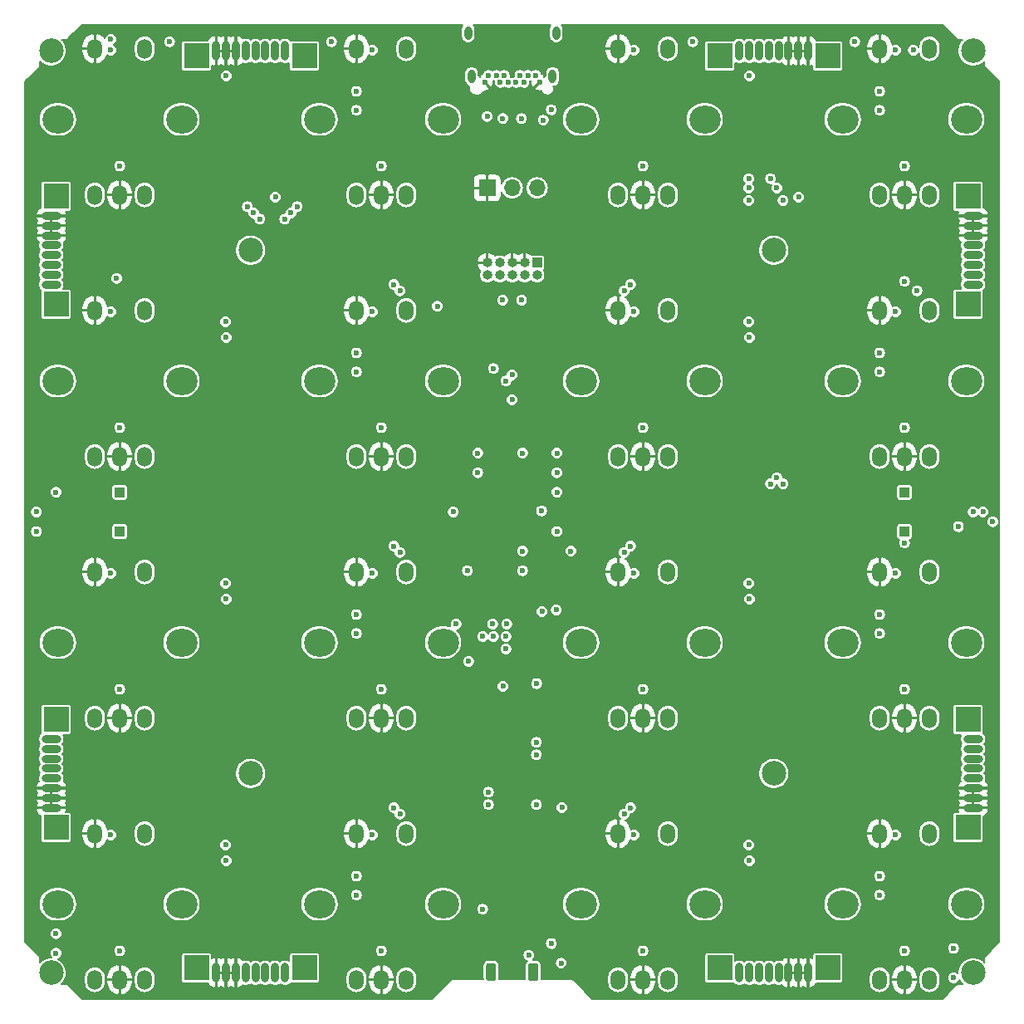
<source format=gbr>
G04 #@! TF.GenerationSoftware,KiCad,Pcbnew,(5.1.2)-2*
G04 #@! TF.CreationDate,2019-09-25T13:44:58+02:00*
G04 #@! TF.ProjectId,EN16,454e3136-2e6b-4696-9361-645f70636258,rev?*
G04 #@! TF.SameCoordinates,Original*
G04 #@! TF.FileFunction,Copper,L2,Inr*
G04 #@! TF.FilePolarity,Positive*
%FSLAX46Y46*%
G04 Gerber Fmt 4.6, Leading zero omitted, Abs format (unit mm)*
G04 Created by KiCad (PCBNEW (5.1.2)-2) date 2019-09-25 13:44:58*
%MOMM*%
%LPD*%
G04 APERTURE LIST*
%ADD10O,1.500000X2.000000*%
%ADD11O,3.200000X2.800000*%
%ADD12C,2.500000*%
%ADD13R,2.500000X2.500000*%
%ADD14O,0.800000X2.000000*%
%ADD15C,0.600000*%
%ADD16O,0.800000X1.400000*%
%ADD17C,0.100000*%
%ADD18C,1.000000*%
%ADD19R,1.000000X1.000000*%
%ADD20O,2.000000X0.800000*%
%ADD21O,1.000000X1.000000*%
%ADD22O,1.700000X1.700000*%
%ADD23R,1.700000X1.700000*%
%ADD24C,0.152400*%
G04 APERTURE END LIST*
D10*
X62535000Y-132805000D03*
X57455000Y-132805000D03*
D11*
X66295000Y-140005000D03*
X53695000Y-140005000D03*
D10*
X62535000Y-147705000D03*
X59995000Y-147705000D03*
X57455000Y-147705000D03*
D12*
X73330000Y-126670000D03*
X126670000Y-126670000D03*
X126670000Y-73330000D03*
X73330000Y-73330000D03*
X53000000Y-147000000D03*
X147000000Y-147000000D03*
X147000000Y-53000000D03*
X53000000Y-53000000D03*
D13*
X67830000Y-53510000D03*
X78830000Y-53510000D03*
D14*
X76830000Y-53010000D03*
X75830000Y-53010000D03*
X74830000Y-53010000D03*
X73830000Y-53010000D03*
X72830000Y-53010000D03*
X71830000Y-53010000D03*
X70830000Y-53010000D03*
X69830000Y-53010000D03*
D15*
X102400000Y-55510000D03*
X101600000Y-55510000D03*
X100800000Y-55510000D03*
X99200000Y-55510000D03*
X98400000Y-55510000D03*
X97600000Y-55510000D03*
X102800000Y-56210000D03*
X101200000Y-56210000D03*
X100400000Y-56210000D03*
X99600000Y-56210000D03*
X98800000Y-56210000D03*
X97200000Y-56210000D03*
D16*
X104490000Y-51160000D03*
X95510000Y-51160000D03*
X95870000Y-55610000D03*
X104130000Y-55610000D03*
D17*
G36*
X98124504Y-146001204D02*
G01*
X98148773Y-146004804D01*
X98172571Y-146010765D01*
X98195671Y-146019030D01*
X98217849Y-146029520D01*
X98238893Y-146042133D01*
X98258598Y-146056747D01*
X98276777Y-146073223D01*
X98293253Y-146091402D01*
X98307867Y-146111107D01*
X98320480Y-146132151D01*
X98330970Y-146154329D01*
X98339235Y-146177429D01*
X98345196Y-146201227D01*
X98348796Y-146225496D01*
X98350000Y-146250000D01*
X98350000Y-147550000D01*
X98348796Y-147574504D01*
X98345196Y-147598773D01*
X98339235Y-147622571D01*
X98330970Y-147645671D01*
X98320480Y-147667849D01*
X98307867Y-147688893D01*
X98293253Y-147708598D01*
X98276777Y-147726777D01*
X98258598Y-147743253D01*
X98238893Y-147757867D01*
X98217849Y-147770480D01*
X98195671Y-147780970D01*
X98172571Y-147789235D01*
X98148773Y-147795196D01*
X98124504Y-147798796D01*
X98100000Y-147800000D01*
X97600000Y-147800000D01*
X97575496Y-147798796D01*
X97551227Y-147795196D01*
X97527429Y-147789235D01*
X97504329Y-147780970D01*
X97482151Y-147770480D01*
X97461107Y-147757867D01*
X97441402Y-147743253D01*
X97423223Y-147726777D01*
X97406747Y-147708598D01*
X97392133Y-147688893D01*
X97379520Y-147667849D01*
X97369030Y-147645671D01*
X97360765Y-147622571D01*
X97354804Y-147598773D01*
X97351204Y-147574504D01*
X97350000Y-147550000D01*
X97350000Y-146250000D01*
X97351204Y-146225496D01*
X97354804Y-146201227D01*
X97360765Y-146177429D01*
X97369030Y-146154329D01*
X97379520Y-146132151D01*
X97392133Y-146111107D01*
X97406747Y-146091402D01*
X97423223Y-146073223D01*
X97441402Y-146056747D01*
X97461107Y-146042133D01*
X97482151Y-146029520D01*
X97504329Y-146019030D01*
X97527429Y-146010765D01*
X97551227Y-146004804D01*
X97575496Y-146001204D01*
X97600000Y-146000000D01*
X98100000Y-146000000D01*
X98124504Y-146001204D01*
X98124504Y-146001204D01*
G37*
D18*
X97850000Y-146900000D03*
D17*
G36*
X102424504Y-146001204D02*
G01*
X102448773Y-146004804D01*
X102472571Y-146010765D01*
X102495671Y-146019030D01*
X102517849Y-146029520D01*
X102538893Y-146042133D01*
X102558598Y-146056747D01*
X102576777Y-146073223D01*
X102593253Y-146091402D01*
X102607867Y-146111107D01*
X102620480Y-146132151D01*
X102630970Y-146154329D01*
X102639235Y-146177429D01*
X102645196Y-146201227D01*
X102648796Y-146225496D01*
X102650000Y-146250000D01*
X102650000Y-147550000D01*
X102648796Y-147574504D01*
X102645196Y-147598773D01*
X102639235Y-147622571D01*
X102630970Y-147645671D01*
X102620480Y-147667849D01*
X102607867Y-147688893D01*
X102593253Y-147708598D01*
X102576777Y-147726777D01*
X102558598Y-147743253D01*
X102538893Y-147757867D01*
X102517849Y-147770480D01*
X102495671Y-147780970D01*
X102472571Y-147789235D01*
X102448773Y-147795196D01*
X102424504Y-147798796D01*
X102400000Y-147800000D01*
X101900000Y-147800000D01*
X101875496Y-147798796D01*
X101851227Y-147795196D01*
X101827429Y-147789235D01*
X101804329Y-147780970D01*
X101782151Y-147770480D01*
X101761107Y-147757867D01*
X101741402Y-147743253D01*
X101723223Y-147726777D01*
X101706747Y-147708598D01*
X101692133Y-147688893D01*
X101679520Y-147667849D01*
X101669030Y-147645671D01*
X101660765Y-147622571D01*
X101654804Y-147598773D01*
X101651204Y-147574504D01*
X101650000Y-147550000D01*
X101650000Y-146250000D01*
X101651204Y-146225496D01*
X101654804Y-146201227D01*
X101660765Y-146177429D01*
X101669030Y-146154329D01*
X101679520Y-146132151D01*
X101692133Y-146111107D01*
X101706747Y-146091402D01*
X101723223Y-146073223D01*
X101741402Y-146056747D01*
X101761107Y-146042133D01*
X101782151Y-146029520D01*
X101804329Y-146019030D01*
X101827429Y-146010765D01*
X101851227Y-146004804D01*
X101875496Y-146001204D01*
X101900000Y-146000000D01*
X102400000Y-146000000D01*
X102424504Y-146001204D01*
X102424504Y-146001204D01*
G37*
D18*
X102150000Y-146900000D03*
D19*
X140000000Y-102000000D03*
X60000000Y-102000000D03*
X140000000Y-98000000D03*
X60000000Y-98000000D03*
D13*
X132170000Y-146490000D03*
X121170000Y-146490000D03*
D14*
X123170000Y-146990000D03*
X124170000Y-146990000D03*
X125170000Y-146990000D03*
X126170000Y-146990000D03*
X127170000Y-146990000D03*
X128170000Y-146990000D03*
X129170000Y-146990000D03*
X130170000Y-146990000D03*
D13*
X78830000Y-146490000D03*
X67830000Y-146490000D03*
D14*
X69830000Y-146990000D03*
X70830000Y-146990000D03*
X71830000Y-146990000D03*
X72830000Y-146990000D03*
X73830000Y-146990000D03*
X74830000Y-146990000D03*
X75830000Y-146990000D03*
X76830000Y-146990000D03*
D13*
X146490000Y-121170000D03*
X146490000Y-132170000D03*
D20*
X146990000Y-130170000D03*
X146990000Y-129170000D03*
X146990000Y-128170000D03*
X146990000Y-127170000D03*
X146990000Y-126170000D03*
X146990000Y-125170000D03*
X146990000Y-124170000D03*
X146990000Y-123170000D03*
D13*
X146490000Y-67830000D03*
X146490000Y-78830000D03*
D20*
X146990000Y-76830000D03*
X146990000Y-75830000D03*
X146990000Y-74830000D03*
X146990000Y-73830000D03*
X146990000Y-72830000D03*
X146990000Y-71830000D03*
X146990000Y-70830000D03*
X146990000Y-69830000D03*
D13*
X121170000Y-53510000D03*
X132170000Y-53510000D03*
D14*
X130170000Y-53010000D03*
X129170000Y-53010000D03*
X128170000Y-53010000D03*
X127170000Y-53010000D03*
X126170000Y-53010000D03*
X125170000Y-53010000D03*
X124170000Y-53010000D03*
X123170000Y-53010000D03*
D13*
X53510000Y-132170000D03*
X53510000Y-121170000D03*
D20*
X53010000Y-123170000D03*
X53010000Y-124170000D03*
X53010000Y-125170000D03*
X53010000Y-126170000D03*
X53010000Y-127170000D03*
X53010000Y-128170000D03*
X53010000Y-129170000D03*
X53010000Y-130170000D03*
D13*
X53510000Y-78830000D03*
X53510000Y-67830000D03*
D20*
X53010000Y-69830000D03*
X53010000Y-70830000D03*
X53010000Y-71830000D03*
X53010000Y-72830000D03*
X53010000Y-73830000D03*
X53010000Y-74830000D03*
X53010000Y-75830000D03*
X53010000Y-76830000D03*
D21*
X97460000Y-75870000D03*
X97460000Y-74600000D03*
X98730000Y-75870000D03*
X98730000Y-74600000D03*
X100000000Y-75870000D03*
X100000000Y-74600000D03*
X101270000Y-75870000D03*
X101270000Y-74600000D03*
X102540000Y-75870000D03*
D19*
X102540000Y-74600000D03*
D22*
X102540000Y-66980000D03*
X100000000Y-66980000D03*
D23*
X97460000Y-66980000D03*
D10*
X89205000Y-106135000D03*
X84125000Y-106135000D03*
D11*
X92965000Y-113335000D03*
X80365000Y-113335000D03*
D10*
X89205000Y-121035000D03*
X86665000Y-121035000D03*
X84125000Y-121035000D03*
X142545000Y-106135000D03*
X137465000Y-106135000D03*
D11*
X146305000Y-113335000D03*
X133705000Y-113335000D03*
D10*
X142545000Y-121035000D03*
X140005000Y-121035000D03*
X137465000Y-121035000D03*
X142545000Y-52795000D03*
X137465000Y-52795000D03*
D11*
X146305000Y-59995000D03*
X133705000Y-59995000D03*
D10*
X142545000Y-67695000D03*
X140005000Y-67695000D03*
X137465000Y-67695000D03*
X142545000Y-79465000D03*
X137465000Y-79465000D03*
D11*
X146305000Y-86665000D03*
X133705000Y-86665000D03*
D10*
X142545000Y-94365000D03*
X140005000Y-94365000D03*
X137465000Y-94365000D03*
X142545000Y-132805000D03*
X137465000Y-132805000D03*
D11*
X146305000Y-140005000D03*
X133705000Y-140005000D03*
D10*
X142545000Y-147705000D03*
X140005000Y-147705000D03*
X137465000Y-147705000D03*
X115875000Y-132805000D03*
X110795000Y-132805000D03*
D11*
X119635000Y-140005000D03*
X107035000Y-140005000D03*
D10*
X115875000Y-147705000D03*
X113335000Y-147705000D03*
X110795000Y-147705000D03*
X89205000Y-132805000D03*
X84125000Y-132805000D03*
D11*
X92965000Y-140005000D03*
X80365000Y-140005000D03*
D10*
X89205000Y-147705000D03*
X86665000Y-147705000D03*
X84125000Y-147705000D03*
X115875000Y-106135000D03*
X110795000Y-106135000D03*
D11*
X119635000Y-113335000D03*
X107035000Y-113335000D03*
D10*
X115875000Y-121035000D03*
X113335000Y-121035000D03*
X110795000Y-121035000D03*
X62535000Y-106135000D03*
X57455000Y-106135000D03*
D11*
X66295000Y-113335000D03*
X53695000Y-113335000D03*
D10*
X62535000Y-121035000D03*
X59995000Y-121035000D03*
X57455000Y-121035000D03*
X115875000Y-79465000D03*
X110795000Y-79465000D03*
D11*
X119635000Y-86665000D03*
X107035000Y-86665000D03*
D10*
X115875000Y-94365000D03*
X113335000Y-94365000D03*
X110795000Y-94365000D03*
X89205000Y-79465000D03*
X84125000Y-79465000D03*
D11*
X92965000Y-86665000D03*
X80365000Y-86665000D03*
D10*
X89205000Y-94365000D03*
X86665000Y-94365000D03*
X84125000Y-94365000D03*
X62535000Y-79465000D03*
X57455000Y-79465000D03*
D11*
X66295000Y-86665000D03*
X53695000Y-86665000D03*
D10*
X62535000Y-94365000D03*
X59995000Y-94365000D03*
X57455000Y-94365000D03*
X115875000Y-52795000D03*
X110795000Y-52795000D03*
D11*
X119635000Y-59995000D03*
X107035000Y-59995000D03*
D10*
X115875000Y-67695000D03*
X113335000Y-67695000D03*
X110795000Y-67695000D03*
X89205000Y-52795000D03*
X84125000Y-52795000D03*
D11*
X92965000Y-59995000D03*
X80365000Y-59995000D03*
D10*
X89205000Y-67695000D03*
X86665000Y-67695000D03*
X84125000Y-67695000D03*
X62535000Y-52795000D03*
X57455000Y-52795000D03*
D11*
X66295000Y-59995000D03*
X53695000Y-59995000D03*
D10*
X62535000Y-67695000D03*
X59995000Y-67695000D03*
X57455000Y-67695000D03*
D15*
X129145000Y-61900000D03*
X124195000Y-58090000D03*
X129145000Y-115240000D03*
X124195000Y-111430000D03*
X129145000Y-141910000D03*
X124195000Y-138100000D03*
X75805000Y-61900000D03*
X70855000Y-58090000D03*
X75805000Y-141910000D03*
X70855000Y-138100000D03*
X75805000Y-88570000D03*
X70855000Y-84760000D03*
X129145000Y-88570000D03*
X124195000Y-84760000D03*
X103600000Y-115240000D03*
X98300000Y-145200000D03*
X97460000Y-123495000D03*
X97460000Y-120955000D03*
X102540000Y-128575000D03*
X102540000Y-127305000D03*
X102540000Y-126035000D03*
X102540000Y-122225000D03*
X100937500Y-117780000D03*
X95437500Y-98000000D03*
X101062500Y-96000000D03*
X106000000Y-96000000D03*
X102937500Y-94000000D03*
X94000000Y-95000000D03*
X97062500Y-98000000D03*
X98000000Y-99900000D03*
X95437500Y-102000000D03*
X98937500Y-104000000D03*
X98937500Y-106000000D03*
X94000000Y-104000000D03*
X104562500Y-106000000D03*
X106000000Y-102000000D03*
X102937500Y-98000000D03*
X106000000Y-98000000D03*
X104000000Y-58000000D03*
X103175000Y-61900000D03*
X113335000Y-55247500D03*
X86665000Y-81917500D03*
X59995000Y-81917500D03*
X113335000Y-81917500D03*
X140005000Y-81917500D03*
X59995000Y-108587500D03*
X86665000Y-108587500D03*
X113335000Y-108587500D03*
X140005000Y-108587500D03*
X59995000Y-135257500D03*
X86665000Y-135257500D03*
X113335000Y-135257500D03*
X140005000Y-135257500D03*
X140005000Y-55247500D03*
X59995000Y-55247500D03*
X86665000Y-55247500D03*
X70790000Y-132082500D03*
X124130000Y-132082500D03*
X70790000Y-78742500D03*
X75805000Y-91110000D03*
X129145000Y-144450000D03*
X129145000Y-91110000D03*
X124130000Y-78742500D03*
X75805000Y-144450000D03*
X70855000Y-56820000D03*
X124195000Y-56820000D03*
X70855000Y-110160000D03*
X124195000Y-110160000D03*
X70855000Y-83490000D03*
X124195000Y-83490000D03*
X70855000Y-136830000D03*
X124195000Y-136830000D03*
X75805000Y-117780000D03*
X70790000Y-105412500D03*
X70855000Y-111430000D03*
X75805000Y-115240000D03*
X129145000Y-117780000D03*
X124130000Y-105412500D03*
X129210000Y-66042500D03*
X129145000Y-64440000D03*
X65075000Y-53947500D03*
X81585000Y-53947500D03*
X118415000Y-53947500D03*
X134925000Y-53947500D03*
X75870000Y-66042500D03*
X75805000Y-64440000D03*
X70855000Y-63170000D03*
X60895036Y-131835000D03*
X87565000Y-131835000D03*
X114235000Y-131835000D03*
X140905000Y-131835000D03*
X140905000Y-105165000D03*
X114235000Y-105165000D03*
X87565000Y-105165000D03*
X60895000Y-105165000D03*
X140905000Y-78495000D03*
X114235000Y-78495000D03*
X60895000Y-78495000D03*
X60895000Y-51825000D03*
X87565028Y-51825000D03*
X114234999Y-51824999D03*
X140905000Y-51825000D03*
X97525000Y-124765000D03*
X97525000Y-126035000D03*
X97525000Y-127305000D03*
X96507500Y-59677500D03*
X87565000Y-78495000D03*
X97000000Y-140500000D03*
X101062500Y-104000000D03*
X113335000Y-64742500D03*
X86665000Y-91412500D03*
X59995000Y-91412500D03*
X113335000Y-91412500D03*
X140005000Y-91412500D03*
X59995000Y-118082500D03*
X86665000Y-118082500D03*
X113335000Y-118082500D03*
X140005000Y-118082500D03*
X59995000Y-144752500D03*
X86665000Y-144752500D03*
X113335000Y-144752500D03*
X140005000Y-144752500D03*
X140005000Y-64742500D03*
X59995000Y-64742500D03*
X86665000Y-64742500D03*
X70855000Y-55550000D03*
X75870000Y-67917500D03*
X129210000Y-67917500D03*
X124195000Y-55550000D03*
X70790000Y-107287500D03*
X70855000Y-108890000D03*
X124195000Y-108890000D03*
X124130000Y-107287500D03*
X70790000Y-133957500D03*
X70855000Y-135560000D03*
X70790000Y-80617500D03*
X70855000Y-82220000D03*
X124195000Y-135560000D03*
X124130000Y-133957500D03*
X124130000Y-80617500D03*
X124195000Y-82220000D03*
X65075000Y-52072500D03*
X81585000Y-52072500D03*
X118415000Y-52072500D03*
X134925000Y-52072500D03*
X59094994Y-132935000D03*
X85765000Y-132935000D03*
X112435000Y-132935000D03*
X139105000Y-132935000D03*
X139105000Y-106265000D03*
X112435000Y-106265000D03*
X85765000Y-106265000D03*
X59095000Y-106265000D03*
X139105000Y-79595000D03*
X112435000Y-79595000D03*
X85765000Y-79595000D03*
X59095000Y-79595000D03*
X59095000Y-52925000D03*
X85765002Y-52925000D03*
X112435002Y-52925000D03*
X139105002Y-52925000D03*
X99032500Y-78410000D03*
X100967500Y-78410000D03*
X99062500Y-117780000D03*
X98005000Y-111430000D03*
X104562500Y-96000000D03*
X95437500Y-106000000D03*
X101062500Y-106000000D03*
X104562500Y-102000000D03*
X106000000Y-104000000D03*
X104562500Y-94000000D03*
X104562500Y-98000000D03*
X94285000Y-111430000D03*
X102475000Y-123495000D03*
X102475000Y-124765000D03*
X102475000Y-129845000D03*
X105080000Y-130147500D03*
X96499991Y-93999991D03*
X96499981Y-96000019D03*
X101062500Y-94000000D03*
X88570000Y-130797500D03*
X111430000Y-130797500D03*
X140905000Y-52925034D03*
X87935000Y-76822500D03*
X112065000Y-76822490D03*
X140005000Y-76505000D03*
X111430000Y-104127500D03*
X88570000Y-104127500D03*
X87935000Y-130162500D03*
X112065000Y-130162500D03*
X99050000Y-59900000D03*
X100950000Y-59900000D03*
X103174980Y-60062500D03*
X99999999Y-88569999D03*
X99365000Y-86665000D03*
X100000000Y-86030000D03*
X145000000Y-147500000D03*
X145000024Y-144500000D03*
X105000000Y-146000000D03*
X104000000Y-144000000D03*
X53500000Y-145000000D03*
X53500012Y-143000000D03*
X104000000Y-59000000D03*
X97460000Y-59677500D03*
X51500018Y-102000018D03*
X51500000Y-100000000D03*
X53500000Y-98000000D03*
X149000000Y-101000000D03*
X148000000Y-100000018D03*
X104500000Y-110000000D03*
X103049989Y-110160000D03*
X147000000Y-100000000D03*
X145500000Y-101500000D03*
X103000003Y-99900000D03*
X99455010Y-111430000D03*
X98095000Y-112700000D03*
X97000000Y-112700000D03*
X99365000Y-112700000D03*
X99365000Y-113970000D03*
X95555016Y-115240000D03*
X94000000Y-100000000D03*
X88570000Y-77457500D03*
X111430000Y-77457500D03*
X141275004Y-77457504D03*
X140005000Y-103175000D03*
X112065000Y-103492500D03*
X87935000Y-103492500D03*
X101700000Y-145200000D03*
X98095000Y-85395000D03*
X97589999Y-129845000D03*
X97589999Y-128575000D03*
X102500000Y-117500000D03*
X92380000Y-79045000D03*
X59677500Y-76187488D03*
X59095000Y-51824980D03*
X84125000Y-59057500D03*
X84125000Y-57122500D03*
X137465000Y-59057500D03*
X137465000Y-57122500D03*
X84125000Y-85727500D03*
X84125000Y-83792500D03*
X137465000Y-85727500D03*
X137465000Y-83792500D03*
X84125000Y-110462500D03*
X84125000Y-112397500D03*
X137465000Y-112397500D03*
X137465000Y-110462500D03*
X84125000Y-139067500D03*
X84125000Y-137132500D03*
X137465000Y-139067500D03*
X137465000Y-137132500D03*
X126352500Y-66027508D03*
X124130000Y-66027500D03*
X73012500Y-68885000D03*
X78092500Y-68885000D03*
X126987500Y-96507500D03*
X124130000Y-66980004D03*
X126987500Y-66980006D03*
X77457500Y-69520000D03*
X73647500Y-69520000D03*
X127622500Y-97142500D03*
X124130000Y-68250000D03*
X127622486Y-68249986D03*
X76822500Y-70154996D03*
X74282500Y-70155000D03*
X126352500Y-97142500D03*
D24*
G36*
X94899924Y-50452360D02*
G01*
X94832119Y-50579213D01*
X94790365Y-50716856D01*
X94779800Y-50824128D01*
X94779800Y-51495871D01*
X94790365Y-51603143D01*
X94832119Y-51740786D01*
X94899923Y-51867639D01*
X94991172Y-51978827D01*
X95102360Y-52070077D01*
X95229213Y-52137881D01*
X95366856Y-52179635D01*
X95510000Y-52193733D01*
X95653143Y-52179635D01*
X95790786Y-52137881D01*
X95917639Y-52070077D01*
X96028827Y-51978828D01*
X96120077Y-51867640D01*
X96187881Y-51740787D01*
X96229635Y-51603144D01*
X96240200Y-51495872D01*
X96240200Y-50824128D01*
X96229635Y-50716856D01*
X96187881Y-50579213D01*
X96120077Y-50452360D01*
X96040340Y-50355200D01*
X103959661Y-50355200D01*
X103879924Y-50452360D01*
X103812119Y-50579213D01*
X103770365Y-50716856D01*
X103759800Y-50824128D01*
X103759800Y-51495871D01*
X103770365Y-51603143D01*
X103812119Y-51740786D01*
X103879923Y-51867639D01*
X103971172Y-51978827D01*
X104082360Y-52070077D01*
X104209213Y-52137881D01*
X104346856Y-52179635D01*
X104490000Y-52193733D01*
X104633143Y-52179635D01*
X104770786Y-52137881D01*
X104897639Y-52070077D01*
X105008827Y-51978828D01*
X105100077Y-51867640D01*
X105167881Y-51740787D01*
X105209635Y-51603144D01*
X105220200Y-51495872D01*
X105220200Y-50824128D01*
X105209635Y-50716856D01*
X105167881Y-50579213D01*
X105100077Y-50452360D01*
X105020340Y-50355200D01*
X143852872Y-50355200D01*
X145236505Y-51738834D01*
X145247621Y-51752379D01*
X145261166Y-51763495D01*
X145261169Y-51763498D01*
X145301706Y-51796766D01*
X145346987Y-51820969D01*
X145363413Y-51829749D01*
X145430369Y-51850060D01*
X145482557Y-51855200D01*
X145482566Y-51855200D01*
X145499999Y-51856917D01*
X145517432Y-51855200D01*
X145910059Y-51855200D01*
X145772578Y-51992681D01*
X145599645Y-52251495D01*
X145480526Y-52539073D01*
X145419800Y-52844364D01*
X145419800Y-53155636D01*
X145480526Y-53460927D01*
X145599645Y-53748505D01*
X145772578Y-54007319D01*
X145992681Y-54227422D01*
X146251495Y-54400355D01*
X146539073Y-54519474D01*
X146844364Y-54580200D01*
X147155636Y-54580200D01*
X147460927Y-54519474D01*
X147748505Y-54400355D01*
X148007319Y-54227422D01*
X148144801Y-54089940D01*
X148144801Y-54482557D01*
X148143083Y-54500000D01*
X148144801Y-54517442D01*
X148144801Y-54517443D01*
X148149941Y-54569631D01*
X148151954Y-54576267D01*
X148170251Y-54636586D01*
X148203234Y-54698293D01*
X148236502Y-54738830D01*
X148236506Y-54738834D01*
X148247622Y-54752379D01*
X148261167Y-54763495D01*
X149644800Y-56147129D01*
X149644801Y-143852870D01*
X148261168Y-145236504D01*
X148247621Y-145247622D01*
X148236505Y-145261167D01*
X148236502Y-145261170D01*
X148203234Y-145301707D01*
X148198280Y-145310976D01*
X148170251Y-145363414D01*
X148149940Y-145430370D01*
X148144800Y-145482558D01*
X148144800Y-145482567D01*
X148143083Y-145500000D01*
X148144800Y-145517433D01*
X148144800Y-145910059D01*
X148007319Y-145772578D01*
X147748505Y-145599645D01*
X147460927Y-145480526D01*
X147155636Y-145419800D01*
X146844364Y-145419800D01*
X146539073Y-145480526D01*
X146251495Y-145599645D01*
X145992681Y-145772578D01*
X145772578Y-145992681D01*
X145599645Y-146251495D01*
X145480526Y-146539073D01*
X145419800Y-146844364D01*
X145419800Y-147028563D01*
X145401729Y-147010492D01*
X145298512Y-146941524D01*
X145183822Y-146894018D01*
X145062069Y-146869800D01*
X144937931Y-146869800D01*
X144816178Y-146894018D01*
X144701488Y-146941524D01*
X144598271Y-147010492D01*
X144510492Y-147098271D01*
X144441524Y-147201488D01*
X144394018Y-147316178D01*
X144369800Y-147437931D01*
X144369800Y-147562069D01*
X144394018Y-147683822D01*
X144441524Y-147798512D01*
X144510492Y-147901729D01*
X144598271Y-147989508D01*
X144701488Y-148058476D01*
X144816178Y-148105982D01*
X144937931Y-148130200D01*
X145062069Y-148130200D01*
X145183822Y-148105982D01*
X145298512Y-148058476D01*
X145401729Y-147989508D01*
X145489508Y-147901729D01*
X145558476Y-147798512D01*
X145589417Y-147723813D01*
X145599645Y-147748505D01*
X145772578Y-148007319D01*
X145910059Y-148144800D01*
X145517432Y-148144800D01*
X145499999Y-148143083D01*
X145482566Y-148144800D01*
X145482557Y-148144800D01*
X145430369Y-148149940D01*
X145363413Y-148170251D01*
X145301706Y-148203234D01*
X145261169Y-148236502D01*
X145261166Y-148236505D01*
X145247621Y-148247621D01*
X145236505Y-148261166D01*
X143852872Y-149644800D01*
X108147129Y-149644800D01*
X106263500Y-147761172D01*
X106252379Y-147747621D01*
X106198293Y-147703234D01*
X106136587Y-147670251D01*
X106069631Y-147649940D01*
X106017443Y-147644800D01*
X106017433Y-147644800D01*
X106000000Y-147643083D01*
X105982567Y-147644800D01*
X102972460Y-147644800D01*
X102981797Y-147550000D01*
X102981797Y-147401940D01*
X109714800Y-147401940D01*
X109714800Y-148008061D01*
X109730430Y-148166756D01*
X109792197Y-148370375D01*
X109892502Y-148558030D01*
X110027489Y-148722512D01*
X110191971Y-148857499D01*
X110379626Y-148957803D01*
X110583245Y-149019570D01*
X110795000Y-149040426D01*
X111006756Y-149019570D01*
X111210375Y-148957803D01*
X111398030Y-148857499D01*
X111562512Y-148722512D01*
X111697499Y-148558030D01*
X111797803Y-148370374D01*
X111859570Y-148166755D01*
X111875200Y-148008060D01*
X111875200Y-147755800D01*
X112000800Y-147755800D01*
X112000800Y-148005800D01*
X112036347Y-148265113D01*
X112121800Y-148512509D01*
X112253876Y-148738480D01*
X112427499Y-148934342D01*
X112635997Y-149092569D01*
X112871357Y-149207080D01*
X113076262Y-149263872D01*
X113284200Y-149142064D01*
X113284200Y-147755800D01*
X113385800Y-147755800D01*
X113385800Y-149142064D01*
X113593738Y-149263872D01*
X113798643Y-149207080D01*
X114034003Y-149092569D01*
X114242501Y-148934342D01*
X114416124Y-148738480D01*
X114548200Y-148512509D01*
X114633653Y-148265113D01*
X114669200Y-148005800D01*
X114669200Y-147755800D01*
X113385800Y-147755800D01*
X113284200Y-147755800D01*
X112000800Y-147755800D01*
X111875200Y-147755800D01*
X111875200Y-147404200D01*
X112000800Y-147404200D01*
X112000800Y-147654200D01*
X113284200Y-147654200D01*
X113284200Y-146267936D01*
X113385800Y-146267936D01*
X113385800Y-147654200D01*
X114669200Y-147654200D01*
X114669200Y-147404200D01*
X114668891Y-147401940D01*
X114794800Y-147401940D01*
X114794800Y-148008061D01*
X114810430Y-148166756D01*
X114872197Y-148370375D01*
X114972502Y-148558030D01*
X115107489Y-148722512D01*
X115271971Y-148857499D01*
X115459626Y-148957803D01*
X115663245Y-149019570D01*
X115875000Y-149040426D01*
X116086756Y-149019570D01*
X116290375Y-148957803D01*
X116478030Y-148857499D01*
X116642512Y-148722512D01*
X116777499Y-148558030D01*
X116877803Y-148370374D01*
X116939570Y-148166755D01*
X116955200Y-148008060D01*
X116955200Y-147401939D01*
X116939570Y-147243244D01*
X116877803Y-147039625D01*
X116777499Y-146851970D01*
X116642512Y-146687488D01*
X116478030Y-146552501D01*
X116290374Y-146452197D01*
X116086755Y-146390430D01*
X115875000Y-146369574D01*
X115663244Y-146390430D01*
X115459625Y-146452197D01*
X115271970Y-146552501D01*
X115107488Y-146687488D01*
X114972501Y-146851970D01*
X114872197Y-147039626D01*
X114810430Y-147243245D01*
X114794800Y-147401940D01*
X114668891Y-147401940D01*
X114633653Y-147144887D01*
X114548200Y-146897491D01*
X114416124Y-146671520D01*
X114242501Y-146475658D01*
X114034003Y-146317431D01*
X113798643Y-146202920D01*
X113593738Y-146146128D01*
X113385800Y-146267936D01*
X113284200Y-146267936D01*
X113076262Y-146146128D01*
X112871357Y-146202920D01*
X112635997Y-146317431D01*
X112427499Y-146475658D01*
X112253876Y-146671520D01*
X112121800Y-146897491D01*
X112036347Y-147144887D01*
X112000800Y-147404200D01*
X111875200Y-147404200D01*
X111875200Y-147401939D01*
X111859570Y-147243244D01*
X111797803Y-147039625D01*
X111697499Y-146851970D01*
X111562512Y-146687488D01*
X111398030Y-146552501D01*
X111210374Y-146452197D01*
X111006755Y-146390430D01*
X110795000Y-146369574D01*
X110583244Y-146390430D01*
X110379625Y-146452197D01*
X110191970Y-146552501D01*
X110027488Y-146687488D01*
X109892501Y-146851970D01*
X109792197Y-147039626D01*
X109730430Y-147243245D01*
X109714800Y-147401940D01*
X102981797Y-147401940D01*
X102981797Y-146250000D01*
X102970618Y-146136497D01*
X102937510Y-146027356D01*
X102889713Y-145937931D01*
X104369800Y-145937931D01*
X104369800Y-146062069D01*
X104394018Y-146183822D01*
X104441524Y-146298512D01*
X104510492Y-146401729D01*
X104598271Y-146489508D01*
X104701488Y-146558476D01*
X104816178Y-146605982D01*
X104937931Y-146630200D01*
X105062069Y-146630200D01*
X105183822Y-146605982D01*
X105298512Y-146558476D01*
X105401729Y-146489508D01*
X105489508Y-146401729D01*
X105558476Y-146298512D01*
X105605982Y-146183822D01*
X105630200Y-146062069D01*
X105630200Y-145937931D01*
X105605982Y-145816178D01*
X105558476Y-145701488D01*
X105489508Y-145598271D01*
X105401729Y-145510492D01*
X105298512Y-145441524D01*
X105183822Y-145394018D01*
X105062069Y-145369800D01*
X104937931Y-145369800D01*
X104816178Y-145394018D01*
X104701488Y-145441524D01*
X104598271Y-145510492D01*
X104510492Y-145598271D01*
X104441524Y-145701488D01*
X104394018Y-145816178D01*
X104369800Y-145937931D01*
X102889713Y-145937931D01*
X102883747Y-145926771D01*
X102811393Y-145838607D01*
X102723229Y-145766253D01*
X102622644Y-145712490D01*
X102513503Y-145679382D01*
X102400000Y-145668203D01*
X102123034Y-145668203D01*
X102189508Y-145601729D01*
X102258476Y-145498512D01*
X102305982Y-145383822D01*
X102330200Y-145262069D01*
X102330200Y-145137931D01*
X102305982Y-145016178D01*
X102258476Y-144901488D01*
X102189508Y-144798271D01*
X102101729Y-144710492D01*
X102071706Y-144690431D01*
X112704800Y-144690431D01*
X112704800Y-144814569D01*
X112729018Y-144936322D01*
X112776524Y-145051012D01*
X112845492Y-145154229D01*
X112933271Y-145242008D01*
X113036488Y-145310976D01*
X113151178Y-145358482D01*
X113272931Y-145382700D01*
X113397069Y-145382700D01*
X113518822Y-145358482D01*
X113633512Y-145310976D01*
X113736729Y-145242008D01*
X113738737Y-145240000D01*
X119588203Y-145240000D01*
X119588203Y-147740000D01*
X119594578Y-147804730D01*
X119613460Y-147866973D01*
X119644121Y-147924337D01*
X119685384Y-147974616D01*
X119735663Y-148015879D01*
X119793027Y-148046540D01*
X119855270Y-148065422D01*
X119920000Y-148071797D01*
X122420000Y-148071797D01*
X122484730Y-148065422D01*
X122546973Y-148046540D01*
X122583870Y-148026819D01*
X122651172Y-148108827D01*
X122762360Y-148200077D01*
X122889213Y-148267881D01*
X123026856Y-148309635D01*
X123170000Y-148323733D01*
X123313143Y-148309635D01*
X123450786Y-148267881D01*
X123577639Y-148200077D01*
X123670000Y-148124279D01*
X123762360Y-148200077D01*
X123889213Y-148267881D01*
X124026856Y-148309635D01*
X124170000Y-148323733D01*
X124313143Y-148309635D01*
X124450786Y-148267881D01*
X124577639Y-148200077D01*
X124670000Y-148124279D01*
X124762360Y-148200077D01*
X124889213Y-148267881D01*
X125026856Y-148309635D01*
X125170000Y-148323733D01*
X125313143Y-148309635D01*
X125450786Y-148267881D01*
X125577639Y-148200077D01*
X125670000Y-148124279D01*
X125762360Y-148200077D01*
X125889213Y-148267881D01*
X126026856Y-148309635D01*
X126170000Y-148323733D01*
X126313143Y-148309635D01*
X126450786Y-148267881D01*
X126577639Y-148200077D01*
X126670000Y-148124279D01*
X126762360Y-148200077D01*
X126889213Y-148267881D01*
X127026856Y-148309635D01*
X127170000Y-148323733D01*
X127313143Y-148309635D01*
X127450786Y-148267881D01*
X127457535Y-148264273D01*
X127509986Y-148321856D01*
X127665446Y-148436556D01*
X127840296Y-148518723D01*
X127966068Y-148552840D01*
X128119200Y-148426609D01*
X128119200Y-147040800D01*
X128185800Y-147040800D01*
X128185800Y-147640800D01*
X128214622Y-147831832D01*
X128220800Y-147848964D01*
X128220800Y-148426609D01*
X128373932Y-148552840D01*
X128499704Y-148518723D01*
X128670000Y-148438696D01*
X128840296Y-148518723D01*
X128966068Y-148552840D01*
X129119200Y-148426609D01*
X129119200Y-147848964D01*
X129125378Y-147831832D01*
X129154200Y-147640800D01*
X129154200Y-147040800D01*
X129185800Y-147040800D01*
X129185800Y-147640800D01*
X129214622Y-147831832D01*
X129220800Y-147848964D01*
X129220800Y-148426609D01*
X129373932Y-148552840D01*
X129499704Y-148518723D01*
X129670000Y-148438696D01*
X129840296Y-148518723D01*
X129966068Y-148552840D01*
X130119200Y-148426609D01*
X130119200Y-147848964D01*
X130125378Y-147831832D01*
X130154200Y-147640800D01*
X130154200Y-147040800D01*
X129185800Y-147040800D01*
X129154200Y-147040800D01*
X128185800Y-147040800D01*
X128119200Y-147040800D01*
X128099200Y-147040800D01*
X128099200Y-146939200D01*
X128119200Y-146939200D01*
X128119200Y-146339200D01*
X128185800Y-146339200D01*
X128185800Y-146939200D01*
X129154200Y-146939200D01*
X129154200Y-146339200D01*
X129185800Y-146339200D01*
X129185800Y-146939200D01*
X130154200Y-146939200D01*
X130154200Y-146339200D01*
X130125378Y-146148168D01*
X130119200Y-146131036D01*
X130119200Y-145553391D01*
X130220800Y-145553391D01*
X130220800Y-146939200D01*
X130240800Y-146939200D01*
X130240800Y-147040800D01*
X130220800Y-147040800D01*
X130220800Y-148426609D01*
X130373932Y-148552840D01*
X130499704Y-148518723D01*
X130674554Y-148436556D01*
X130830014Y-148321856D01*
X130960110Y-148179031D01*
X131024746Y-148071797D01*
X133420000Y-148071797D01*
X133484730Y-148065422D01*
X133546973Y-148046540D01*
X133604337Y-148015879D01*
X133654616Y-147974616D01*
X133695879Y-147924337D01*
X133726540Y-147866973D01*
X133745422Y-147804730D01*
X133751797Y-147740000D01*
X133751797Y-147401940D01*
X136384800Y-147401940D01*
X136384800Y-148008061D01*
X136400430Y-148166756D01*
X136462197Y-148370375D01*
X136562502Y-148558030D01*
X136697489Y-148722512D01*
X136861971Y-148857499D01*
X137049626Y-148957803D01*
X137253245Y-149019570D01*
X137465000Y-149040426D01*
X137676756Y-149019570D01*
X137880375Y-148957803D01*
X138068030Y-148857499D01*
X138232512Y-148722512D01*
X138367499Y-148558030D01*
X138467803Y-148370374D01*
X138529570Y-148166755D01*
X138545200Y-148008060D01*
X138545200Y-147755800D01*
X138670800Y-147755800D01*
X138670800Y-148005800D01*
X138706347Y-148265113D01*
X138791800Y-148512509D01*
X138923876Y-148738480D01*
X139097499Y-148934342D01*
X139305997Y-149092569D01*
X139541357Y-149207080D01*
X139746262Y-149263872D01*
X139954200Y-149142064D01*
X139954200Y-147755800D01*
X140055800Y-147755800D01*
X140055800Y-149142064D01*
X140263738Y-149263872D01*
X140468643Y-149207080D01*
X140704003Y-149092569D01*
X140912501Y-148934342D01*
X141086124Y-148738480D01*
X141218200Y-148512509D01*
X141303653Y-148265113D01*
X141339200Y-148005800D01*
X141339200Y-147755800D01*
X140055800Y-147755800D01*
X139954200Y-147755800D01*
X138670800Y-147755800D01*
X138545200Y-147755800D01*
X138545200Y-147404200D01*
X138670800Y-147404200D01*
X138670800Y-147654200D01*
X139954200Y-147654200D01*
X139954200Y-146267936D01*
X140055800Y-146267936D01*
X140055800Y-147654200D01*
X141339200Y-147654200D01*
X141339200Y-147404200D01*
X141338891Y-147401940D01*
X141464800Y-147401940D01*
X141464800Y-148008061D01*
X141480430Y-148166756D01*
X141542197Y-148370375D01*
X141642502Y-148558030D01*
X141777489Y-148722512D01*
X141941971Y-148857499D01*
X142129626Y-148957803D01*
X142333245Y-149019570D01*
X142545000Y-149040426D01*
X142756756Y-149019570D01*
X142960375Y-148957803D01*
X143148030Y-148857499D01*
X143312512Y-148722512D01*
X143447499Y-148558030D01*
X143547803Y-148370374D01*
X143609570Y-148166755D01*
X143625200Y-148008060D01*
X143625200Y-147401939D01*
X143609570Y-147243244D01*
X143547803Y-147039625D01*
X143447499Y-146851970D01*
X143312512Y-146687488D01*
X143148030Y-146552501D01*
X142960374Y-146452197D01*
X142756755Y-146390430D01*
X142545000Y-146369574D01*
X142333244Y-146390430D01*
X142129625Y-146452197D01*
X141941970Y-146552501D01*
X141777488Y-146687488D01*
X141642501Y-146851970D01*
X141542197Y-147039626D01*
X141480430Y-147243245D01*
X141464800Y-147401940D01*
X141338891Y-147401940D01*
X141303653Y-147144887D01*
X141218200Y-146897491D01*
X141086124Y-146671520D01*
X140912501Y-146475658D01*
X140704003Y-146317431D01*
X140468643Y-146202920D01*
X140263738Y-146146128D01*
X140055800Y-146267936D01*
X139954200Y-146267936D01*
X139746262Y-146146128D01*
X139541357Y-146202920D01*
X139305997Y-146317431D01*
X139097499Y-146475658D01*
X138923876Y-146671520D01*
X138791800Y-146897491D01*
X138706347Y-147144887D01*
X138670800Y-147404200D01*
X138545200Y-147404200D01*
X138545200Y-147401939D01*
X138529570Y-147243244D01*
X138467803Y-147039625D01*
X138367499Y-146851970D01*
X138232512Y-146687488D01*
X138068030Y-146552501D01*
X137880374Y-146452197D01*
X137676755Y-146390430D01*
X137465000Y-146369574D01*
X137253244Y-146390430D01*
X137049625Y-146452197D01*
X136861970Y-146552501D01*
X136697488Y-146687488D01*
X136562501Y-146851970D01*
X136462197Y-147039626D01*
X136400430Y-147243245D01*
X136384800Y-147401940D01*
X133751797Y-147401940D01*
X133751797Y-145240000D01*
X133745422Y-145175270D01*
X133726540Y-145113027D01*
X133695879Y-145055663D01*
X133654616Y-145005384D01*
X133604337Y-144964121D01*
X133546973Y-144933460D01*
X133484730Y-144914578D01*
X133420000Y-144908203D01*
X130920000Y-144908203D01*
X130855270Y-144914578D01*
X130793027Y-144933460D01*
X130735663Y-144964121D01*
X130685384Y-145005384D01*
X130644121Y-145055663D01*
X130613460Y-145113027D01*
X130594578Y-145175270D01*
X130588203Y-145240000D01*
X130588203Y-145502865D01*
X130499704Y-145461277D01*
X130373932Y-145427160D01*
X130220800Y-145553391D01*
X130119200Y-145553391D01*
X129966068Y-145427160D01*
X129840296Y-145461277D01*
X129670000Y-145541304D01*
X129499704Y-145461277D01*
X129373932Y-145427160D01*
X129220800Y-145553391D01*
X129220800Y-146131036D01*
X129214622Y-146148168D01*
X129185800Y-146339200D01*
X129154200Y-146339200D01*
X129125378Y-146148168D01*
X129119200Y-146131036D01*
X129119200Y-145553391D01*
X128966068Y-145427160D01*
X128840296Y-145461277D01*
X128670000Y-145541304D01*
X128499704Y-145461277D01*
X128373932Y-145427160D01*
X128220800Y-145553391D01*
X128220800Y-146131036D01*
X128214622Y-146148168D01*
X128185800Y-146339200D01*
X128119200Y-146339200D01*
X128119200Y-145553391D01*
X127966068Y-145427160D01*
X127840296Y-145461277D01*
X127665446Y-145543444D01*
X127509986Y-145658144D01*
X127457536Y-145715726D01*
X127450787Y-145712119D01*
X127313144Y-145670365D01*
X127170000Y-145656267D01*
X127026857Y-145670365D01*
X126889214Y-145712119D01*
X126762361Y-145779923D01*
X126670001Y-145855721D01*
X126577640Y-145779923D01*
X126450787Y-145712119D01*
X126313144Y-145670365D01*
X126170000Y-145656267D01*
X126026857Y-145670365D01*
X125889214Y-145712119D01*
X125762361Y-145779923D01*
X125670001Y-145855721D01*
X125577640Y-145779923D01*
X125450787Y-145712119D01*
X125313144Y-145670365D01*
X125170000Y-145656267D01*
X125026857Y-145670365D01*
X124889214Y-145712119D01*
X124762361Y-145779923D01*
X124670001Y-145855721D01*
X124577640Y-145779923D01*
X124450787Y-145712119D01*
X124313144Y-145670365D01*
X124170000Y-145656267D01*
X124026857Y-145670365D01*
X123889214Y-145712119D01*
X123762361Y-145779923D01*
X123670001Y-145855721D01*
X123577640Y-145779923D01*
X123450787Y-145712119D01*
X123313144Y-145670365D01*
X123170000Y-145656267D01*
X123026857Y-145670365D01*
X122889214Y-145712119D01*
X122762361Y-145779923D01*
X122751797Y-145788593D01*
X122751797Y-145240000D01*
X122745422Y-145175270D01*
X122726540Y-145113027D01*
X122695879Y-145055663D01*
X122654616Y-145005384D01*
X122604337Y-144964121D01*
X122546973Y-144933460D01*
X122484730Y-144914578D01*
X122420000Y-144908203D01*
X119920000Y-144908203D01*
X119855270Y-144914578D01*
X119793027Y-144933460D01*
X119735663Y-144964121D01*
X119685384Y-145005384D01*
X119644121Y-145055663D01*
X119613460Y-145113027D01*
X119594578Y-145175270D01*
X119588203Y-145240000D01*
X113738737Y-145240000D01*
X113824508Y-145154229D01*
X113893476Y-145051012D01*
X113940982Y-144936322D01*
X113965200Y-144814569D01*
X113965200Y-144690431D01*
X139374800Y-144690431D01*
X139374800Y-144814569D01*
X139399018Y-144936322D01*
X139446524Y-145051012D01*
X139515492Y-145154229D01*
X139603271Y-145242008D01*
X139706488Y-145310976D01*
X139821178Y-145358482D01*
X139942931Y-145382700D01*
X140067069Y-145382700D01*
X140188822Y-145358482D01*
X140303512Y-145310976D01*
X140406729Y-145242008D01*
X140494508Y-145154229D01*
X140563476Y-145051012D01*
X140610982Y-144936322D01*
X140635200Y-144814569D01*
X140635200Y-144690431D01*
X140610982Y-144568678D01*
X140563476Y-144453988D01*
X140552747Y-144437931D01*
X144369824Y-144437931D01*
X144369824Y-144562069D01*
X144394042Y-144683822D01*
X144441548Y-144798512D01*
X144510516Y-144901729D01*
X144598295Y-144989508D01*
X144701512Y-145058476D01*
X144816202Y-145105982D01*
X144937955Y-145130200D01*
X145062093Y-145130200D01*
X145183846Y-145105982D01*
X145298536Y-145058476D01*
X145401753Y-144989508D01*
X145489532Y-144901729D01*
X145558500Y-144798512D01*
X145606006Y-144683822D01*
X145630224Y-144562069D01*
X145630224Y-144437931D01*
X145606006Y-144316178D01*
X145558500Y-144201488D01*
X145489532Y-144098271D01*
X145401753Y-144010492D01*
X145298536Y-143941524D01*
X145183846Y-143894018D01*
X145062093Y-143869800D01*
X144937955Y-143869800D01*
X144816202Y-143894018D01*
X144701512Y-143941524D01*
X144598295Y-144010492D01*
X144510516Y-144098271D01*
X144441548Y-144201488D01*
X144394042Y-144316178D01*
X144369824Y-144437931D01*
X140552747Y-144437931D01*
X140494508Y-144350771D01*
X140406729Y-144262992D01*
X140303512Y-144194024D01*
X140188822Y-144146518D01*
X140067069Y-144122300D01*
X139942931Y-144122300D01*
X139821178Y-144146518D01*
X139706488Y-144194024D01*
X139603271Y-144262992D01*
X139515492Y-144350771D01*
X139446524Y-144453988D01*
X139399018Y-144568678D01*
X139374800Y-144690431D01*
X113965200Y-144690431D01*
X113940982Y-144568678D01*
X113893476Y-144453988D01*
X113824508Y-144350771D01*
X113736729Y-144262992D01*
X113633512Y-144194024D01*
X113518822Y-144146518D01*
X113397069Y-144122300D01*
X113272931Y-144122300D01*
X113151178Y-144146518D01*
X113036488Y-144194024D01*
X112933271Y-144262992D01*
X112845492Y-144350771D01*
X112776524Y-144453988D01*
X112729018Y-144568678D01*
X112704800Y-144690431D01*
X102071706Y-144690431D01*
X101998512Y-144641524D01*
X101883822Y-144594018D01*
X101762069Y-144569800D01*
X101637931Y-144569800D01*
X101516178Y-144594018D01*
X101401488Y-144641524D01*
X101298271Y-144710492D01*
X101210492Y-144798271D01*
X101141524Y-144901488D01*
X101094018Y-145016178D01*
X101069800Y-145137931D01*
X101069800Y-145262069D01*
X101094018Y-145383822D01*
X101141524Y-145498512D01*
X101210492Y-145601729D01*
X101298271Y-145689508D01*
X101401488Y-145758476D01*
X101516178Y-145805982D01*
X101525984Y-145807933D01*
X101488607Y-145838607D01*
X101416253Y-145926771D01*
X101362490Y-146027356D01*
X101329382Y-146136497D01*
X101318203Y-146250000D01*
X101318203Y-147550000D01*
X101327540Y-147644800D01*
X98672460Y-147644800D01*
X98681797Y-147550000D01*
X98681797Y-146250000D01*
X98670618Y-146136497D01*
X98637510Y-146027356D01*
X98583747Y-145926771D01*
X98511393Y-145838607D01*
X98423229Y-145766253D01*
X98322644Y-145712490D01*
X98213503Y-145679382D01*
X98100000Y-145668203D01*
X97600000Y-145668203D01*
X97486497Y-145679382D01*
X97377356Y-145712490D01*
X97276771Y-145766253D01*
X97188607Y-145838607D01*
X97116253Y-145926771D01*
X97062490Y-146027356D01*
X97029382Y-146136497D01*
X97018203Y-146250000D01*
X97018203Y-147550000D01*
X97027540Y-147644800D01*
X94017432Y-147644800D01*
X93999999Y-147643083D01*
X93982566Y-147644800D01*
X93982557Y-147644800D01*
X93930369Y-147649940D01*
X93863413Y-147670251D01*
X93801706Y-147703234D01*
X93761169Y-147736502D01*
X93761166Y-147736505D01*
X93747621Y-147747621D01*
X93736505Y-147761166D01*
X91852872Y-149644800D01*
X56147129Y-149644800D01*
X54763498Y-148261170D01*
X54752379Y-148247621D01*
X54698293Y-148203234D01*
X54636587Y-148170251D01*
X54569631Y-148149940D01*
X54517443Y-148144800D01*
X54517433Y-148144800D01*
X54500000Y-148143083D01*
X54482567Y-148144800D01*
X54089941Y-148144800D01*
X54227422Y-148007319D01*
X54400355Y-147748505D01*
X54519474Y-147460927D01*
X54531207Y-147401940D01*
X56374800Y-147401940D01*
X56374800Y-148008061D01*
X56390430Y-148166756D01*
X56452197Y-148370375D01*
X56552502Y-148558030D01*
X56687489Y-148722512D01*
X56851971Y-148857499D01*
X57039626Y-148957803D01*
X57243245Y-149019570D01*
X57455000Y-149040426D01*
X57666756Y-149019570D01*
X57870375Y-148957803D01*
X58058030Y-148857499D01*
X58222512Y-148722512D01*
X58357499Y-148558030D01*
X58457803Y-148370374D01*
X58519570Y-148166755D01*
X58535200Y-148008060D01*
X58535200Y-147755800D01*
X58660800Y-147755800D01*
X58660800Y-148005800D01*
X58696347Y-148265113D01*
X58781800Y-148512509D01*
X58913876Y-148738480D01*
X59087499Y-148934342D01*
X59295997Y-149092569D01*
X59531357Y-149207080D01*
X59736262Y-149263872D01*
X59944200Y-149142064D01*
X59944200Y-147755800D01*
X60045800Y-147755800D01*
X60045800Y-149142064D01*
X60253738Y-149263872D01*
X60458643Y-149207080D01*
X60694003Y-149092569D01*
X60902501Y-148934342D01*
X61076124Y-148738480D01*
X61208200Y-148512509D01*
X61293653Y-148265113D01*
X61329200Y-148005800D01*
X61329200Y-147755800D01*
X60045800Y-147755800D01*
X59944200Y-147755800D01*
X58660800Y-147755800D01*
X58535200Y-147755800D01*
X58535200Y-147404200D01*
X58660800Y-147404200D01*
X58660800Y-147654200D01*
X59944200Y-147654200D01*
X59944200Y-146267936D01*
X60045800Y-146267936D01*
X60045800Y-147654200D01*
X61329200Y-147654200D01*
X61329200Y-147404200D01*
X61328891Y-147401940D01*
X61454800Y-147401940D01*
X61454800Y-148008061D01*
X61470430Y-148166756D01*
X61532197Y-148370375D01*
X61632502Y-148558030D01*
X61767489Y-148722512D01*
X61931971Y-148857499D01*
X62119626Y-148957803D01*
X62323245Y-149019570D01*
X62535000Y-149040426D01*
X62746756Y-149019570D01*
X62950375Y-148957803D01*
X63138030Y-148857499D01*
X63302512Y-148722512D01*
X63437499Y-148558030D01*
X63537803Y-148370374D01*
X63599570Y-148166755D01*
X63615200Y-148008060D01*
X63615200Y-147401939D01*
X63599570Y-147243244D01*
X63537803Y-147039625D01*
X63437499Y-146851970D01*
X63302512Y-146687488D01*
X63138030Y-146552501D01*
X62950374Y-146452197D01*
X62746755Y-146390430D01*
X62535000Y-146369574D01*
X62323244Y-146390430D01*
X62119625Y-146452197D01*
X61931970Y-146552501D01*
X61767488Y-146687488D01*
X61632501Y-146851970D01*
X61532197Y-147039626D01*
X61470430Y-147243245D01*
X61454800Y-147401940D01*
X61328891Y-147401940D01*
X61293653Y-147144887D01*
X61208200Y-146897491D01*
X61076124Y-146671520D01*
X60902501Y-146475658D01*
X60694003Y-146317431D01*
X60458643Y-146202920D01*
X60253738Y-146146128D01*
X60045800Y-146267936D01*
X59944200Y-146267936D01*
X59736262Y-146146128D01*
X59531357Y-146202920D01*
X59295997Y-146317431D01*
X59087499Y-146475658D01*
X58913876Y-146671520D01*
X58781800Y-146897491D01*
X58696347Y-147144887D01*
X58660800Y-147404200D01*
X58535200Y-147404200D01*
X58535200Y-147401939D01*
X58519570Y-147243244D01*
X58457803Y-147039625D01*
X58357499Y-146851970D01*
X58222512Y-146687488D01*
X58058030Y-146552501D01*
X57870374Y-146452197D01*
X57666755Y-146390430D01*
X57455000Y-146369574D01*
X57243244Y-146390430D01*
X57039625Y-146452197D01*
X56851970Y-146552501D01*
X56687488Y-146687488D01*
X56552501Y-146851970D01*
X56452197Y-147039626D01*
X56390430Y-147243245D01*
X56374800Y-147401940D01*
X54531207Y-147401940D01*
X54580200Y-147155636D01*
X54580200Y-146844364D01*
X54519474Y-146539073D01*
X54400355Y-146251495D01*
X54227422Y-145992681D01*
X54007319Y-145772578D01*
X53748505Y-145599645D01*
X53723813Y-145589417D01*
X53798512Y-145558476D01*
X53901729Y-145489508D01*
X53989508Y-145401729D01*
X54058476Y-145298512D01*
X54105982Y-145183822D01*
X54130200Y-145062069D01*
X54130200Y-144937931D01*
X54105982Y-144816178D01*
X54058476Y-144701488D01*
X54051088Y-144690431D01*
X59364800Y-144690431D01*
X59364800Y-144814569D01*
X59389018Y-144936322D01*
X59436524Y-145051012D01*
X59505492Y-145154229D01*
X59593271Y-145242008D01*
X59696488Y-145310976D01*
X59811178Y-145358482D01*
X59932931Y-145382700D01*
X60057069Y-145382700D01*
X60178822Y-145358482D01*
X60293512Y-145310976D01*
X60396729Y-145242008D01*
X60398737Y-145240000D01*
X66248203Y-145240000D01*
X66248203Y-147740000D01*
X66254578Y-147804730D01*
X66273460Y-147866973D01*
X66304121Y-147924337D01*
X66345384Y-147974616D01*
X66395663Y-148015879D01*
X66453027Y-148046540D01*
X66515270Y-148065422D01*
X66580000Y-148071797D01*
X68975254Y-148071797D01*
X69039890Y-148179031D01*
X69169986Y-148321856D01*
X69325446Y-148436556D01*
X69500296Y-148518723D01*
X69626068Y-148552840D01*
X69779200Y-148426609D01*
X69779200Y-147040800D01*
X69845800Y-147040800D01*
X69845800Y-147640800D01*
X69874622Y-147831832D01*
X69880800Y-147848964D01*
X69880800Y-148426609D01*
X70033932Y-148552840D01*
X70159704Y-148518723D01*
X70330000Y-148438696D01*
X70500296Y-148518723D01*
X70626068Y-148552840D01*
X70779200Y-148426609D01*
X70779200Y-147848964D01*
X70785378Y-147831832D01*
X70814200Y-147640800D01*
X70814200Y-147040800D01*
X70845800Y-147040800D01*
X70845800Y-147640800D01*
X70874622Y-147831832D01*
X70880800Y-147848964D01*
X70880800Y-148426609D01*
X71033932Y-148552840D01*
X71159704Y-148518723D01*
X71330000Y-148438696D01*
X71500296Y-148518723D01*
X71626068Y-148552840D01*
X71779200Y-148426609D01*
X71779200Y-147848964D01*
X71785378Y-147831832D01*
X71814200Y-147640800D01*
X71814200Y-147040800D01*
X70845800Y-147040800D01*
X70814200Y-147040800D01*
X69845800Y-147040800D01*
X69779200Y-147040800D01*
X69759200Y-147040800D01*
X69759200Y-146939200D01*
X69779200Y-146939200D01*
X69779200Y-146339200D01*
X69845800Y-146339200D01*
X69845800Y-146939200D01*
X70814200Y-146939200D01*
X70814200Y-146339200D01*
X70845800Y-146339200D01*
X70845800Y-146939200D01*
X71814200Y-146939200D01*
X71814200Y-146339200D01*
X71785378Y-146148168D01*
X71779200Y-146131036D01*
X71779200Y-145553391D01*
X71880800Y-145553391D01*
X71880800Y-146939200D01*
X71900800Y-146939200D01*
X71900800Y-147040800D01*
X71880800Y-147040800D01*
X71880800Y-148426609D01*
X72033932Y-148552840D01*
X72159704Y-148518723D01*
X72334554Y-148436556D01*
X72490014Y-148321856D01*
X72542464Y-148264274D01*
X72549213Y-148267881D01*
X72686856Y-148309635D01*
X72830000Y-148323733D01*
X72973143Y-148309635D01*
X73110786Y-148267881D01*
X73237639Y-148200077D01*
X73330000Y-148124279D01*
X73422360Y-148200077D01*
X73549213Y-148267881D01*
X73686856Y-148309635D01*
X73830000Y-148323733D01*
X73973143Y-148309635D01*
X74110786Y-148267881D01*
X74237639Y-148200077D01*
X74330000Y-148124279D01*
X74422360Y-148200077D01*
X74549213Y-148267881D01*
X74686856Y-148309635D01*
X74830000Y-148323733D01*
X74973143Y-148309635D01*
X75110786Y-148267881D01*
X75237639Y-148200077D01*
X75330000Y-148124279D01*
X75422360Y-148200077D01*
X75549213Y-148267881D01*
X75686856Y-148309635D01*
X75830000Y-148323733D01*
X75973143Y-148309635D01*
X76110786Y-148267881D01*
X76237639Y-148200077D01*
X76330000Y-148124279D01*
X76422360Y-148200077D01*
X76549213Y-148267881D01*
X76686856Y-148309635D01*
X76830000Y-148323733D01*
X76973143Y-148309635D01*
X77110786Y-148267881D01*
X77237639Y-148200077D01*
X77348827Y-148108828D01*
X77416130Y-148026819D01*
X77453027Y-148046540D01*
X77515270Y-148065422D01*
X77580000Y-148071797D01*
X80080000Y-148071797D01*
X80144730Y-148065422D01*
X80206973Y-148046540D01*
X80264337Y-148015879D01*
X80314616Y-147974616D01*
X80355879Y-147924337D01*
X80386540Y-147866973D01*
X80405422Y-147804730D01*
X80411797Y-147740000D01*
X80411797Y-147401940D01*
X83044800Y-147401940D01*
X83044800Y-148008061D01*
X83060430Y-148166756D01*
X83122197Y-148370375D01*
X83222502Y-148558030D01*
X83357489Y-148722512D01*
X83521971Y-148857499D01*
X83709626Y-148957803D01*
X83913245Y-149019570D01*
X84125000Y-149040426D01*
X84336756Y-149019570D01*
X84540375Y-148957803D01*
X84728030Y-148857499D01*
X84892512Y-148722512D01*
X85027499Y-148558030D01*
X85127803Y-148370374D01*
X85189570Y-148166755D01*
X85205200Y-148008060D01*
X85205200Y-147755800D01*
X85330800Y-147755800D01*
X85330800Y-148005800D01*
X85366347Y-148265113D01*
X85451800Y-148512509D01*
X85583876Y-148738480D01*
X85757499Y-148934342D01*
X85965997Y-149092569D01*
X86201357Y-149207080D01*
X86406262Y-149263872D01*
X86614200Y-149142064D01*
X86614200Y-147755800D01*
X86715800Y-147755800D01*
X86715800Y-149142064D01*
X86923738Y-149263872D01*
X87128643Y-149207080D01*
X87364003Y-149092569D01*
X87572501Y-148934342D01*
X87746124Y-148738480D01*
X87878200Y-148512509D01*
X87963653Y-148265113D01*
X87999200Y-148005800D01*
X87999200Y-147755800D01*
X86715800Y-147755800D01*
X86614200Y-147755800D01*
X85330800Y-147755800D01*
X85205200Y-147755800D01*
X85205200Y-147404200D01*
X85330800Y-147404200D01*
X85330800Y-147654200D01*
X86614200Y-147654200D01*
X86614200Y-146267936D01*
X86715800Y-146267936D01*
X86715800Y-147654200D01*
X87999200Y-147654200D01*
X87999200Y-147404200D01*
X87998891Y-147401940D01*
X88124800Y-147401940D01*
X88124800Y-148008061D01*
X88140430Y-148166756D01*
X88202197Y-148370375D01*
X88302502Y-148558030D01*
X88437489Y-148722512D01*
X88601971Y-148857499D01*
X88789626Y-148957803D01*
X88993245Y-149019570D01*
X89205000Y-149040426D01*
X89416756Y-149019570D01*
X89620375Y-148957803D01*
X89808030Y-148857499D01*
X89972512Y-148722512D01*
X90107499Y-148558030D01*
X90207803Y-148370374D01*
X90269570Y-148166755D01*
X90285200Y-148008060D01*
X90285200Y-147401939D01*
X90269570Y-147243244D01*
X90207803Y-147039625D01*
X90107499Y-146851970D01*
X89972512Y-146687488D01*
X89808030Y-146552501D01*
X89620374Y-146452197D01*
X89416755Y-146390430D01*
X89205000Y-146369574D01*
X88993244Y-146390430D01*
X88789625Y-146452197D01*
X88601970Y-146552501D01*
X88437488Y-146687488D01*
X88302501Y-146851970D01*
X88202197Y-147039626D01*
X88140430Y-147243245D01*
X88124800Y-147401940D01*
X87998891Y-147401940D01*
X87963653Y-147144887D01*
X87878200Y-146897491D01*
X87746124Y-146671520D01*
X87572501Y-146475658D01*
X87364003Y-146317431D01*
X87128643Y-146202920D01*
X86923738Y-146146128D01*
X86715800Y-146267936D01*
X86614200Y-146267936D01*
X86406262Y-146146128D01*
X86201357Y-146202920D01*
X85965997Y-146317431D01*
X85757499Y-146475658D01*
X85583876Y-146671520D01*
X85451800Y-146897491D01*
X85366347Y-147144887D01*
X85330800Y-147404200D01*
X85205200Y-147404200D01*
X85205200Y-147401939D01*
X85189570Y-147243244D01*
X85127803Y-147039625D01*
X85027499Y-146851970D01*
X84892512Y-146687488D01*
X84728030Y-146552501D01*
X84540374Y-146452197D01*
X84336755Y-146390430D01*
X84125000Y-146369574D01*
X83913244Y-146390430D01*
X83709625Y-146452197D01*
X83521970Y-146552501D01*
X83357488Y-146687488D01*
X83222501Y-146851970D01*
X83122197Y-147039626D01*
X83060430Y-147243245D01*
X83044800Y-147401940D01*
X80411797Y-147401940D01*
X80411797Y-145240000D01*
X80405422Y-145175270D01*
X80386540Y-145113027D01*
X80355879Y-145055663D01*
X80314616Y-145005384D01*
X80264337Y-144964121D01*
X80206973Y-144933460D01*
X80144730Y-144914578D01*
X80080000Y-144908203D01*
X77580000Y-144908203D01*
X77515270Y-144914578D01*
X77453027Y-144933460D01*
X77395663Y-144964121D01*
X77345384Y-145005384D01*
X77304121Y-145055663D01*
X77273460Y-145113027D01*
X77254578Y-145175270D01*
X77248203Y-145240000D01*
X77248203Y-145788592D01*
X77237640Y-145779923D01*
X77110787Y-145712119D01*
X76973144Y-145670365D01*
X76830000Y-145656267D01*
X76686857Y-145670365D01*
X76549214Y-145712119D01*
X76422361Y-145779923D01*
X76330001Y-145855721D01*
X76237640Y-145779923D01*
X76110787Y-145712119D01*
X75973144Y-145670365D01*
X75830000Y-145656267D01*
X75686857Y-145670365D01*
X75549214Y-145712119D01*
X75422361Y-145779923D01*
X75330001Y-145855721D01*
X75237640Y-145779923D01*
X75110787Y-145712119D01*
X74973144Y-145670365D01*
X74830000Y-145656267D01*
X74686857Y-145670365D01*
X74549214Y-145712119D01*
X74422361Y-145779923D01*
X74330001Y-145855721D01*
X74237640Y-145779923D01*
X74110787Y-145712119D01*
X73973144Y-145670365D01*
X73830000Y-145656267D01*
X73686857Y-145670365D01*
X73549214Y-145712119D01*
X73422361Y-145779923D01*
X73330001Y-145855721D01*
X73237640Y-145779923D01*
X73110787Y-145712119D01*
X72973144Y-145670365D01*
X72830000Y-145656267D01*
X72686857Y-145670365D01*
X72549214Y-145712119D01*
X72542465Y-145715727D01*
X72490014Y-145658144D01*
X72334554Y-145543444D01*
X72159704Y-145461277D01*
X72033932Y-145427160D01*
X71880800Y-145553391D01*
X71779200Y-145553391D01*
X71626068Y-145427160D01*
X71500296Y-145461277D01*
X71330000Y-145541304D01*
X71159704Y-145461277D01*
X71033932Y-145427160D01*
X70880800Y-145553391D01*
X70880800Y-146131036D01*
X70874622Y-146148168D01*
X70845800Y-146339200D01*
X70814200Y-146339200D01*
X70785378Y-146148168D01*
X70779200Y-146131036D01*
X70779200Y-145553391D01*
X70626068Y-145427160D01*
X70500296Y-145461277D01*
X70330000Y-145541304D01*
X70159704Y-145461277D01*
X70033932Y-145427160D01*
X69880800Y-145553391D01*
X69880800Y-146131036D01*
X69874622Y-146148168D01*
X69845800Y-146339200D01*
X69779200Y-146339200D01*
X69779200Y-145553391D01*
X69626068Y-145427160D01*
X69500296Y-145461277D01*
X69411797Y-145502865D01*
X69411797Y-145240000D01*
X69405422Y-145175270D01*
X69386540Y-145113027D01*
X69355879Y-145055663D01*
X69314616Y-145005384D01*
X69264337Y-144964121D01*
X69206973Y-144933460D01*
X69144730Y-144914578D01*
X69080000Y-144908203D01*
X66580000Y-144908203D01*
X66515270Y-144914578D01*
X66453027Y-144933460D01*
X66395663Y-144964121D01*
X66345384Y-145005384D01*
X66304121Y-145055663D01*
X66273460Y-145113027D01*
X66254578Y-145175270D01*
X66248203Y-145240000D01*
X60398737Y-145240000D01*
X60484508Y-145154229D01*
X60553476Y-145051012D01*
X60600982Y-144936322D01*
X60625200Y-144814569D01*
X60625200Y-144690431D01*
X86034800Y-144690431D01*
X86034800Y-144814569D01*
X86059018Y-144936322D01*
X86106524Y-145051012D01*
X86175492Y-145154229D01*
X86263271Y-145242008D01*
X86366488Y-145310976D01*
X86481178Y-145358482D01*
X86602931Y-145382700D01*
X86727069Y-145382700D01*
X86848822Y-145358482D01*
X86963512Y-145310976D01*
X87066729Y-145242008D01*
X87154508Y-145154229D01*
X87223476Y-145051012D01*
X87270982Y-144936322D01*
X87295200Y-144814569D01*
X87295200Y-144690431D01*
X87270982Y-144568678D01*
X87223476Y-144453988D01*
X87154508Y-144350771D01*
X87066729Y-144262992D01*
X86963512Y-144194024D01*
X86848822Y-144146518D01*
X86727069Y-144122300D01*
X86602931Y-144122300D01*
X86481178Y-144146518D01*
X86366488Y-144194024D01*
X86263271Y-144262992D01*
X86175492Y-144350771D01*
X86106524Y-144453988D01*
X86059018Y-144568678D01*
X86034800Y-144690431D01*
X60625200Y-144690431D01*
X60600982Y-144568678D01*
X60553476Y-144453988D01*
X60484508Y-144350771D01*
X60396729Y-144262992D01*
X60293512Y-144194024D01*
X60178822Y-144146518D01*
X60057069Y-144122300D01*
X59932931Y-144122300D01*
X59811178Y-144146518D01*
X59696488Y-144194024D01*
X59593271Y-144262992D01*
X59505492Y-144350771D01*
X59436524Y-144453988D01*
X59389018Y-144568678D01*
X59364800Y-144690431D01*
X54051088Y-144690431D01*
X53989508Y-144598271D01*
X53901729Y-144510492D01*
X53798512Y-144441524D01*
X53683822Y-144394018D01*
X53562069Y-144369800D01*
X53437931Y-144369800D01*
X53316178Y-144394018D01*
X53201488Y-144441524D01*
X53098271Y-144510492D01*
X53010492Y-144598271D01*
X52941524Y-144701488D01*
X52894018Y-144816178D01*
X52869800Y-144937931D01*
X52869800Y-145062069D01*
X52894018Y-145183822D01*
X52941524Y-145298512D01*
X53010492Y-145401729D01*
X53028563Y-145419800D01*
X52844364Y-145419800D01*
X52539073Y-145480526D01*
X52251495Y-145599645D01*
X51992681Y-145772578D01*
X51855200Y-145910059D01*
X51855200Y-145517432D01*
X51856917Y-145499999D01*
X51855200Y-145482566D01*
X51855200Y-145482557D01*
X51850060Y-145430369D01*
X51829749Y-145363413D01*
X51827113Y-145358482D01*
X51796766Y-145301706D01*
X51763498Y-145261169D01*
X51763495Y-145261166D01*
X51752379Y-145247621D01*
X51738834Y-145236505D01*
X50440260Y-143937931D01*
X103369800Y-143937931D01*
X103369800Y-144062069D01*
X103394018Y-144183822D01*
X103441524Y-144298512D01*
X103510492Y-144401729D01*
X103598271Y-144489508D01*
X103701488Y-144558476D01*
X103816178Y-144605982D01*
X103937931Y-144630200D01*
X104062069Y-144630200D01*
X104183822Y-144605982D01*
X104298512Y-144558476D01*
X104401729Y-144489508D01*
X104489508Y-144401729D01*
X104558476Y-144298512D01*
X104605982Y-144183822D01*
X104630200Y-144062069D01*
X104630200Y-143937931D01*
X104605982Y-143816178D01*
X104558476Y-143701488D01*
X104489508Y-143598271D01*
X104401729Y-143510492D01*
X104298512Y-143441524D01*
X104183822Y-143394018D01*
X104062069Y-143369800D01*
X103937931Y-143369800D01*
X103816178Y-143394018D01*
X103701488Y-143441524D01*
X103598271Y-143510492D01*
X103510492Y-143598271D01*
X103441524Y-143701488D01*
X103394018Y-143816178D01*
X103369800Y-143937931D01*
X50440260Y-143937931D01*
X50355200Y-143852872D01*
X50355200Y-142937931D01*
X52869812Y-142937931D01*
X52869812Y-143062069D01*
X52894030Y-143183822D01*
X52941536Y-143298512D01*
X53010504Y-143401729D01*
X53098283Y-143489508D01*
X53201500Y-143558476D01*
X53316190Y-143605982D01*
X53437943Y-143630200D01*
X53562081Y-143630200D01*
X53683834Y-143605982D01*
X53798524Y-143558476D01*
X53901741Y-143489508D01*
X53989520Y-143401729D01*
X54058488Y-143298512D01*
X54105994Y-143183822D01*
X54130212Y-143062069D01*
X54130212Y-142937931D01*
X54105994Y-142816178D01*
X54058488Y-142701488D01*
X53989520Y-142598271D01*
X53901741Y-142510492D01*
X53798524Y-142441524D01*
X53683834Y-142394018D01*
X53562081Y-142369800D01*
X53437943Y-142369800D01*
X53316190Y-142394018D01*
X53201500Y-142441524D01*
X53098283Y-142510492D01*
X53010504Y-142598271D01*
X52941536Y-142701488D01*
X52894030Y-142816178D01*
X52869812Y-142937931D01*
X50355200Y-142937931D01*
X50355200Y-140005000D01*
X51756429Y-140005000D01*
X51789835Y-140344178D01*
X51888770Y-140670322D01*
X52049431Y-140970898D01*
X52265645Y-141234355D01*
X52529102Y-141450569D01*
X52829678Y-141611230D01*
X53155822Y-141710165D01*
X53410008Y-141735200D01*
X53979992Y-141735200D01*
X54234178Y-141710165D01*
X54560322Y-141611230D01*
X54860898Y-141450569D01*
X55124355Y-141234355D01*
X55340569Y-140970898D01*
X55501230Y-140670322D01*
X55600165Y-140344178D01*
X55633571Y-140005000D01*
X64356429Y-140005000D01*
X64389835Y-140344178D01*
X64488770Y-140670322D01*
X64649431Y-140970898D01*
X64865645Y-141234355D01*
X65129102Y-141450569D01*
X65429678Y-141611230D01*
X65755822Y-141710165D01*
X66010008Y-141735200D01*
X66579992Y-141735200D01*
X66834178Y-141710165D01*
X67160322Y-141611230D01*
X67460898Y-141450569D01*
X67724355Y-141234355D01*
X67940569Y-140970898D01*
X68101230Y-140670322D01*
X68200165Y-140344178D01*
X68233571Y-140005000D01*
X78426429Y-140005000D01*
X78459835Y-140344178D01*
X78558770Y-140670322D01*
X78719431Y-140970898D01*
X78935645Y-141234355D01*
X79199102Y-141450569D01*
X79499678Y-141611230D01*
X79825822Y-141710165D01*
X80080008Y-141735200D01*
X80649992Y-141735200D01*
X80904178Y-141710165D01*
X81230322Y-141611230D01*
X81530898Y-141450569D01*
X81794355Y-141234355D01*
X82010569Y-140970898D01*
X82171230Y-140670322D01*
X82270165Y-140344178D01*
X82303571Y-140005000D01*
X91026429Y-140005000D01*
X91059835Y-140344178D01*
X91158770Y-140670322D01*
X91319431Y-140970898D01*
X91535645Y-141234355D01*
X91799102Y-141450569D01*
X92099678Y-141611230D01*
X92425822Y-141710165D01*
X92680008Y-141735200D01*
X93249992Y-141735200D01*
X93504178Y-141710165D01*
X93830322Y-141611230D01*
X94130898Y-141450569D01*
X94394355Y-141234355D01*
X94610569Y-140970898D01*
X94771230Y-140670322D01*
X94841725Y-140437931D01*
X96369800Y-140437931D01*
X96369800Y-140562069D01*
X96394018Y-140683822D01*
X96441524Y-140798512D01*
X96510492Y-140901729D01*
X96598271Y-140989508D01*
X96701488Y-141058476D01*
X96816178Y-141105982D01*
X96937931Y-141130200D01*
X97062069Y-141130200D01*
X97183822Y-141105982D01*
X97298512Y-141058476D01*
X97401729Y-140989508D01*
X97489508Y-140901729D01*
X97558476Y-140798512D01*
X97605982Y-140683822D01*
X97630200Y-140562069D01*
X97630200Y-140437931D01*
X97605982Y-140316178D01*
X97558476Y-140201488D01*
X97489508Y-140098271D01*
X97401729Y-140010492D01*
X97393510Y-140005000D01*
X105096429Y-140005000D01*
X105129835Y-140344178D01*
X105228770Y-140670322D01*
X105389431Y-140970898D01*
X105605645Y-141234355D01*
X105869102Y-141450569D01*
X106169678Y-141611230D01*
X106495822Y-141710165D01*
X106750008Y-141735200D01*
X107319992Y-141735200D01*
X107574178Y-141710165D01*
X107900322Y-141611230D01*
X108200898Y-141450569D01*
X108464355Y-141234355D01*
X108680569Y-140970898D01*
X108841230Y-140670322D01*
X108940165Y-140344178D01*
X108973571Y-140005000D01*
X117696429Y-140005000D01*
X117729835Y-140344178D01*
X117828770Y-140670322D01*
X117989431Y-140970898D01*
X118205645Y-141234355D01*
X118469102Y-141450569D01*
X118769678Y-141611230D01*
X119095822Y-141710165D01*
X119350008Y-141735200D01*
X119919992Y-141735200D01*
X120174178Y-141710165D01*
X120500322Y-141611230D01*
X120800898Y-141450569D01*
X121064355Y-141234355D01*
X121280569Y-140970898D01*
X121441230Y-140670322D01*
X121540165Y-140344178D01*
X121573571Y-140005000D01*
X131766429Y-140005000D01*
X131799835Y-140344178D01*
X131898770Y-140670322D01*
X132059431Y-140970898D01*
X132275645Y-141234355D01*
X132539102Y-141450569D01*
X132839678Y-141611230D01*
X133165822Y-141710165D01*
X133420008Y-141735200D01*
X133989992Y-141735200D01*
X134244178Y-141710165D01*
X134570322Y-141611230D01*
X134870898Y-141450569D01*
X135134355Y-141234355D01*
X135350569Y-140970898D01*
X135511230Y-140670322D01*
X135610165Y-140344178D01*
X135643571Y-140005000D01*
X144366429Y-140005000D01*
X144399835Y-140344178D01*
X144498770Y-140670322D01*
X144659431Y-140970898D01*
X144875645Y-141234355D01*
X145139102Y-141450569D01*
X145439678Y-141611230D01*
X145765822Y-141710165D01*
X146020008Y-141735200D01*
X146589992Y-141735200D01*
X146844178Y-141710165D01*
X147170322Y-141611230D01*
X147470898Y-141450569D01*
X147734355Y-141234355D01*
X147950569Y-140970898D01*
X148111230Y-140670322D01*
X148210165Y-140344178D01*
X148243571Y-140005000D01*
X148210165Y-139665822D01*
X148111230Y-139339678D01*
X147950569Y-139039102D01*
X147734355Y-138775645D01*
X147470898Y-138559431D01*
X147170322Y-138398770D01*
X146844178Y-138299835D01*
X146589992Y-138274800D01*
X146020008Y-138274800D01*
X145765822Y-138299835D01*
X145439678Y-138398770D01*
X145139102Y-138559431D01*
X144875645Y-138775645D01*
X144659431Y-139039102D01*
X144498770Y-139339678D01*
X144399835Y-139665822D01*
X144366429Y-140005000D01*
X135643571Y-140005000D01*
X135610165Y-139665822D01*
X135511230Y-139339678D01*
X135350569Y-139039102D01*
X135322936Y-139005431D01*
X136834800Y-139005431D01*
X136834800Y-139129569D01*
X136859018Y-139251322D01*
X136906524Y-139366012D01*
X136975492Y-139469229D01*
X137063271Y-139557008D01*
X137166488Y-139625976D01*
X137281178Y-139673482D01*
X137402931Y-139697700D01*
X137527069Y-139697700D01*
X137648822Y-139673482D01*
X137763512Y-139625976D01*
X137866729Y-139557008D01*
X137954508Y-139469229D01*
X138023476Y-139366012D01*
X138070982Y-139251322D01*
X138095200Y-139129569D01*
X138095200Y-139005431D01*
X138070982Y-138883678D01*
X138023476Y-138768988D01*
X137954508Y-138665771D01*
X137866729Y-138577992D01*
X137763512Y-138509024D01*
X137648822Y-138461518D01*
X137527069Y-138437300D01*
X137402931Y-138437300D01*
X137281178Y-138461518D01*
X137166488Y-138509024D01*
X137063271Y-138577992D01*
X136975492Y-138665771D01*
X136906524Y-138768988D01*
X136859018Y-138883678D01*
X136834800Y-139005431D01*
X135322936Y-139005431D01*
X135134355Y-138775645D01*
X134870898Y-138559431D01*
X134570322Y-138398770D01*
X134244178Y-138299835D01*
X133989992Y-138274800D01*
X133420008Y-138274800D01*
X133165822Y-138299835D01*
X132839678Y-138398770D01*
X132539102Y-138559431D01*
X132275645Y-138775645D01*
X132059431Y-139039102D01*
X131898770Y-139339678D01*
X131799835Y-139665822D01*
X131766429Y-140005000D01*
X121573571Y-140005000D01*
X121540165Y-139665822D01*
X121441230Y-139339678D01*
X121280569Y-139039102D01*
X121064355Y-138775645D01*
X120800898Y-138559431D01*
X120500322Y-138398770D01*
X120174178Y-138299835D01*
X119919992Y-138274800D01*
X119350008Y-138274800D01*
X119095822Y-138299835D01*
X118769678Y-138398770D01*
X118469102Y-138559431D01*
X118205645Y-138775645D01*
X117989431Y-139039102D01*
X117828770Y-139339678D01*
X117729835Y-139665822D01*
X117696429Y-140005000D01*
X108973571Y-140005000D01*
X108940165Y-139665822D01*
X108841230Y-139339678D01*
X108680569Y-139039102D01*
X108464355Y-138775645D01*
X108200898Y-138559431D01*
X107900322Y-138398770D01*
X107574178Y-138299835D01*
X107319992Y-138274800D01*
X106750008Y-138274800D01*
X106495822Y-138299835D01*
X106169678Y-138398770D01*
X105869102Y-138559431D01*
X105605645Y-138775645D01*
X105389431Y-139039102D01*
X105228770Y-139339678D01*
X105129835Y-139665822D01*
X105096429Y-140005000D01*
X97393510Y-140005000D01*
X97298512Y-139941524D01*
X97183822Y-139894018D01*
X97062069Y-139869800D01*
X96937931Y-139869800D01*
X96816178Y-139894018D01*
X96701488Y-139941524D01*
X96598271Y-140010492D01*
X96510492Y-140098271D01*
X96441524Y-140201488D01*
X96394018Y-140316178D01*
X96369800Y-140437931D01*
X94841725Y-140437931D01*
X94870165Y-140344178D01*
X94903571Y-140005000D01*
X94870165Y-139665822D01*
X94771230Y-139339678D01*
X94610569Y-139039102D01*
X94394355Y-138775645D01*
X94130898Y-138559431D01*
X93830322Y-138398770D01*
X93504178Y-138299835D01*
X93249992Y-138274800D01*
X92680008Y-138274800D01*
X92425822Y-138299835D01*
X92099678Y-138398770D01*
X91799102Y-138559431D01*
X91535645Y-138775645D01*
X91319431Y-139039102D01*
X91158770Y-139339678D01*
X91059835Y-139665822D01*
X91026429Y-140005000D01*
X82303571Y-140005000D01*
X82270165Y-139665822D01*
X82171230Y-139339678D01*
X82010569Y-139039102D01*
X81982936Y-139005431D01*
X83494800Y-139005431D01*
X83494800Y-139129569D01*
X83519018Y-139251322D01*
X83566524Y-139366012D01*
X83635492Y-139469229D01*
X83723271Y-139557008D01*
X83826488Y-139625976D01*
X83941178Y-139673482D01*
X84062931Y-139697700D01*
X84187069Y-139697700D01*
X84308822Y-139673482D01*
X84423512Y-139625976D01*
X84526729Y-139557008D01*
X84614508Y-139469229D01*
X84683476Y-139366012D01*
X84730982Y-139251322D01*
X84755200Y-139129569D01*
X84755200Y-139005431D01*
X84730982Y-138883678D01*
X84683476Y-138768988D01*
X84614508Y-138665771D01*
X84526729Y-138577992D01*
X84423512Y-138509024D01*
X84308822Y-138461518D01*
X84187069Y-138437300D01*
X84062931Y-138437300D01*
X83941178Y-138461518D01*
X83826488Y-138509024D01*
X83723271Y-138577992D01*
X83635492Y-138665771D01*
X83566524Y-138768988D01*
X83519018Y-138883678D01*
X83494800Y-139005431D01*
X81982936Y-139005431D01*
X81794355Y-138775645D01*
X81530898Y-138559431D01*
X81230322Y-138398770D01*
X80904178Y-138299835D01*
X80649992Y-138274800D01*
X80080008Y-138274800D01*
X79825822Y-138299835D01*
X79499678Y-138398770D01*
X79199102Y-138559431D01*
X78935645Y-138775645D01*
X78719431Y-139039102D01*
X78558770Y-139339678D01*
X78459835Y-139665822D01*
X78426429Y-140005000D01*
X68233571Y-140005000D01*
X68200165Y-139665822D01*
X68101230Y-139339678D01*
X67940569Y-139039102D01*
X67724355Y-138775645D01*
X67460898Y-138559431D01*
X67160322Y-138398770D01*
X66834178Y-138299835D01*
X66579992Y-138274800D01*
X66010008Y-138274800D01*
X65755822Y-138299835D01*
X65429678Y-138398770D01*
X65129102Y-138559431D01*
X64865645Y-138775645D01*
X64649431Y-139039102D01*
X64488770Y-139339678D01*
X64389835Y-139665822D01*
X64356429Y-140005000D01*
X55633571Y-140005000D01*
X55600165Y-139665822D01*
X55501230Y-139339678D01*
X55340569Y-139039102D01*
X55124355Y-138775645D01*
X54860898Y-138559431D01*
X54560322Y-138398770D01*
X54234178Y-138299835D01*
X53979992Y-138274800D01*
X53410008Y-138274800D01*
X53155822Y-138299835D01*
X52829678Y-138398770D01*
X52529102Y-138559431D01*
X52265645Y-138775645D01*
X52049431Y-139039102D01*
X51888770Y-139339678D01*
X51789835Y-139665822D01*
X51756429Y-140005000D01*
X50355200Y-140005000D01*
X50355200Y-137070431D01*
X83494800Y-137070431D01*
X83494800Y-137194569D01*
X83519018Y-137316322D01*
X83566524Y-137431012D01*
X83635492Y-137534229D01*
X83723271Y-137622008D01*
X83826488Y-137690976D01*
X83941178Y-137738482D01*
X84062931Y-137762700D01*
X84187069Y-137762700D01*
X84308822Y-137738482D01*
X84423512Y-137690976D01*
X84526729Y-137622008D01*
X84614508Y-137534229D01*
X84683476Y-137431012D01*
X84730982Y-137316322D01*
X84755200Y-137194569D01*
X84755200Y-137070431D01*
X136834800Y-137070431D01*
X136834800Y-137194569D01*
X136859018Y-137316322D01*
X136906524Y-137431012D01*
X136975492Y-137534229D01*
X137063271Y-137622008D01*
X137166488Y-137690976D01*
X137281178Y-137738482D01*
X137402931Y-137762700D01*
X137527069Y-137762700D01*
X137648822Y-137738482D01*
X137763512Y-137690976D01*
X137866729Y-137622008D01*
X137954508Y-137534229D01*
X138023476Y-137431012D01*
X138070982Y-137316322D01*
X138095200Y-137194569D01*
X138095200Y-137070431D01*
X138070982Y-136948678D01*
X138023476Y-136833988D01*
X137954508Y-136730771D01*
X137866729Y-136642992D01*
X137763512Y-136574024D01*
X137648822Y-136526518D01*
X137527069Y-136502300D01*
X137402931Y-136502300D01*
X137281178Y-136526518D01*
X137166488Y-136574024D01*
X137063271Y-136642992D01*
X136975492Y-136730771D01*
X136906524Y-136833988D01*
X136859018Y-136948678D01*
X136834800Y-137070431D01*
X84755200Y-137070431D01*
X84730982Y-136948678D01*
X84683476Y-136833988D01*
X84614508Y-136730771D01*
X84526729Y-136642992D01*
X84423512Y-136574024D01*
X84308822Y-136526518D01*
X84187069Y-136502300D01*
X84062931Y-136502300D01*
X83941178Y-136526518D01*
X83826488Y-136574024D01*
X83723271Y-136642992D01*
X83635492Y-136730771D01*
X83566524Y-136833988D01*
X83519018Y-136948678D01*
X83494800Y-137070431D01*
X50355200Y-137070431D01*
X50355200Y-135497931D01*
X70224800Y-135497931D01*
X70224800Y-135622069D01*
X70249018Y-135743822D01*
X70296524Y-135858512D01*
X70365492Y-135961729D01*
X70453271Y-136049508D01*
X70556488Y-136118476D01*
X70671178Y-136165982D01*
X70792931Y-136190200D01*
X70917069Y-136190200D01*
X71038822Y-136165982D01*
X71153512Y-136118476D01*
X71256729Y-136049508D01*
X71344508Y-135961729D01*
X71413476Y-135858512D01*
X71460982Y-135743822D01*
X71485200Y-135622069D01*
X71485200Y-135497931D01*
X123564800Y-135497931D01*
X123564800Y-135622069D01*
X123589018Y-135743822D01*
X123636524Y-135858512D01*
X123705492Y-135961729D01*
X123793271Y-136049508D01*
X123896488Y-136118476D01*
X124011178Y-136165982D01*
X124132931Y-136190200D01*
X124257069Y-136190200D01*
X124378822Y-136165982D01*
X124493512Y-136118476D01*
X124596729Y-136049508D01*
X124684508Y-135961729D01*
X124753476Y-135858512D01*
X124800982Y-135743822D01*
X124825200Y-135622069D01*
X124825200Y-135497931D01*
X124800982Y-135376178D01*
X124753476Y-135261488D01*
X124684508Y-135158271D01*
X124596729Y-135070492D01*
X124493512Y-135001524D01*
X124378822Y-134954018D01*
X124257069Y-134929800D01*
X124132931Y-134929800D01*
X124011178Y-134954018D01*
X123896488Y-135001524D01*
X123793271Y-135070492D01*
X123705492Y-135158271D01*
X123636524Y-135261488D01*
X123589018Y-135376178D01*
X123564800Y-135497931D01*
X71485200Y-135497931D01*
X71460982Y-135376178D01*
X71413476Y-135261488D01*
X71344508Y-135158271D01*
X71256729Y-135070492D01*
X71153512Y-135001524D01*
X71038822Y-134954018D01*
X70917069Y-134929800D01*
X70792931Y-134929800D01*
X70671178Y-134954018D01*
X70556488Y-135001524D01*
X70453271Y-135070492D01*
X70365492Y-135158271D01*
X70296524Y-135261488D01*
X70249018Y-135376178D01*
X70224800Y-135497931D01*
X50355200Y-135497931D01*
X50355200Y-130373932D01*
X51447160Y-130373932D01*
X51481277Y-130499704D01*
X51563444Y-130674554D01*
X51678144Y-130830014D01*
X51820969Y-130960110D01*
X51928203Y-131024746D01*
X51928203Y-133420000D01*
X51934578Y-133484730D01*
X51953460Y-133546973D01*
X51984121Y-133604337D01*
X52025384Y-133654616D01*
X52075663Y-133695879D01*
X52133027Y-133726540D01*
X52195270Y-133745422D01*
X52260000Y-133751797D01*
X54760000Y-133751797D01*
X54824730Y-133745422D01*
X54886973Y-133726540D01*
X54944337Y-133695879D01*
X54994616Y-133654616D01*
X55035879Y-133604337D01*
X55066540Y-133546973D01*
X55085422Y-133484730D01*
X55091797Y-133420000D01*
X55091797Y-132855800D01*
X56120800Y-132855800D01*
X56120800Y-133105800D01*
X56156347Y-133365113D01*
X56241800Y-133612509D01*
X56373876Y-133838480D01*
X56547499Y-134034342D01*
X56755997Y-134192569D01*
X56991357Y-134307080D01*
X57196262Y-134363872D01*
X57404200Y-134242064D01*
X57404200Y-132855800D01*
X56120800Y-132855800D01*
X55091797Y-132855800D01*
X55091797Y-132504200D01*
X56120800Y-132504200D01*
X56120800Y-132754200D01*
X57404200Y-132754200D01*
X57404200Y-131367936D01*
X57505800Y-131367936D01*
X57505800Y-132754200D01*
X57525800Y-132754200D01*
X57525800Y-132855800D01*
X57505800Y-132855800D01*
X57505800Y-134242064D01*
X57713738Y-134363872D01*
X57918643Y-134307080D01*
X58154003Y-134192569D01*
X58362501Y-134034342D01*
X58536124Y-133838480D01*
X58668200Y-133612509D01*
X58725661Y-133446154D01*
X58796482Y-133493476D01*
X58911172Y-133540982D01*
X59032925Y-133565200D01*
X59157063Y-133565200D01*
X59278816Y-133540982D01*
X59393506Y-133493476D01*
X59496723Y-133424508D01*
X59584502Y-133336729D01*
X59653470Y-133233512D01*
X59700976Y-133118822D01*
X59725194Y-132997069D01*
X59725194Y-132872931D01*
X59700976Y-132751178D01*
X59653470Y-132636488D01*
X59584502Y-132533271D01*
X59553170Y-132501939D01*
X61454800Y-132501939D01*
X61454800Y-133108060D01*
X61470430Y-133266755D01*
X61532197Y-133470374D01*
X61632501Y-133658030D01*
X61767488Y-133822512D01*
X61931970Y-133957499D01*
X62119625Y-134057803D01*
X62323244Y-134119570D01*
X62535000Y-134140426D01*
X62746755Y-134119570D01*
X62950374Y-134057803D01*
X63138030Y-133957499D01*
X63213660Y-133895431D01*
X70159800Y-133895431D01*
X70159800Y-134019569D01*
X70184018Y-134141322D01*
X70231524Y-134256012D01*
X70300492Y-134359229D01*
X70388271Y-134447008D01*
X70491488Y-134515976D01*
X70606178Y-134563482D01*
X70727931Y-134587700D01*
X70852069Y-134587700D01*
X70973822Y-134563482D01*
X71088512Y-134515976D01*
X71191729Y-134447008D01*
X71279508Y-134359229D01*
X71348476Y-134256012D01*
X71395982Y-134141322D01*
X71420200Y-134019569D01*
X71420200Y-133895431D01*
X71395982Y-133773678D01*
X71348476Y-133658988D01*
X71279508Y-133555771D01*
X71191729Y-133467992D01*
X71088512Y-133399024D01*
X70973822Y-133351518D01*
X70852069Y-133327300D01*
X70727931Y-133327300D01*
X70606178Y-133351518D01*
X70491488Y-133399024D01*
X70388271Y-133467992D01*
X70300492Y-133555771D01*
X70231524Y-133658988D01*
X70184018Y-133773678D01*
X70159800Y-133895431D01*
X63213660Y-133895431D01*
X63302512Y-133822512D01*
X63437499Y-133658030D01*
X63537803Y-133470375D01*
X63599570Y-133266756D01*
X63615200Y-133108061D01*
X63615200Y-132855800D01*
X82790800Y-132855800D01*
X82790800Y-133105800D01*
X82826347Y-133365113D01*
X82911800Y-133612509D01*
X83043876Y-133838480D01*
X83217499Y-134034342D01*
X83425997Y-134192569D01*
X83661357Y-134307080D01*
X83866262Y-134363872D01*
X84074200Y-134242064D01*
X84074200Y-132855800D01*
X82790800Y-132855800D01*
X63615200Y-132855800D01*
X63615200Y-132504200D01*
X82790800Y-132504200D01*
X82790800Y-132754200D01*
X84074200Y-132754200D01*
X84074200Y-131367936D01*
X84175800Y-131367936D01*
X84175800Y-132754200D01*
X84195800Y-132754200D01*
X84195800Y-132855800D01*
X84175800Y-132855800D01*
X84175800Y-134242064D01*
X84383738Y-134363872D01*
X84588643Y-134307080D01*
X84824003Y-134192569D01*
X85032501Y-134034342D01*
X85206124Y-133838480D01*
X85338200Y-133612509D01*
X85395662Y-133446151D01*
X85466488Y-133493476D01*
X85581178Y-133540982D01*
X85702931Y-133565200D01*
X85827069Y-133565200D01*
X85948822Y-133540982D01*
X86063512Y-133493476D01*
X86166729Y-133424508D01*
X86254508Y-133336729D01*
X86323476Y-133233512D01*
X86370982Y-133118822D01*
X86395200Y-132997069D01*
X86395200Y-132872931D01*
X86370982Y-132751178D01*
X86323476Y-132636488D01*
X86254508Y-132533271D01*
X86223176Y-132501939D01*
X88124800Y-132501939D01*
X88124800Y-133108060D01*
X88140430Y-133266755D01*
X88202197Y-133470374D01*
X88302501Y-133658030D01*
X88437488Y-133822512D01*
X88601970Y-133957499D01*
X88789625Y-134057803D01*
X88993244Y-134119570D01*
X89205000Y-134140426D01*
X89416755Y-134119570D01*
X89620374Y-134057803D01*
X89808030Y-133957499D01*
X89972512Y-133822512D01*
X90107499Y-133658030D01*
X90207803Y-133470375D01*
X90269570Y-133266756D01*
X90285200Y-133108061D01*
X90285200Y-132855800D01*
X109460800Y-132855800D01*
X109460800Y-133105800D01*
X109496347Y-133365113D01*
X109581800Y-133612509D01*
X109713876Y-133838480D01*
X109887499Y-134034342D01*
X110095997Y-134192569D01*
X110331357Y-134307080D01*
X110536262Y-134363872D01*
X110744200Y-134242064D01*
X110744200Y-132855800D01*
X109460800Y-132855800D01*
X90285200Y-132855800D01*
X90285200Y-132504200D01*
X109460800Y-132504200D01*
X109460800Y-132754200D01*
X110744200Y-132754200D01*
X110744200Y-131367936D01*
X110536262Y-131246128D01*
X110331357Y-131302920D01*
X110095997Y-131417431D01*
X109887499Y-131575658D01*
X109713876Y-131771520D01*
X109581800Y-131997491D01*
X109496347Y-132244887D01*
X109460800Y-132504200D01*
X90285200Y-132504200D01*
X90285200Y-132501940D01*
X90269570Y-132343245D01*
X90207803Y-132139626D01*
X90107499Y-131951970D01*
X89972512Y-131787488D01*
X89808030Y-131652501D01*
X89620375Y-131552197D01*
X89416756Y-131490430D01*
X89205000Y-131469574D01*
X88993245Y-131490430D01*
X88789626Y-131552197D01*
X88601971Y-131652501D01*
X88437489Y-131787488D01*
X88302502Y-131951970D01*
X88202197Y-132139625D01*
X88140430Y-132343244D01*
X88124800Y-132501939D01*
X86223176Y-132501939D01*
X86166729Y-132445492D01*
X86063512Y-132376524D01*
X85948822Y-132329018D01*
X85827069Y-132304800D01*
X85702931Y-132304800D01*
X85581178Y-132329018D01*
X85466488Y-132376524D01*
X85443778Y-132391698D01*
X85423653Y-132244887D01*
X85338200Y-131997491D01*
X85206124Y-131771520D01*
X85032501Y-131575658D01*
X84824003Y-131417431D01*
X84588643Y-131302920D01*
X84383738Y-131246128D01*
X84175800Y-131367936D01*
X84074200Y-131367936D01*
X83866262Y-131246128D01*
X83661357Y-131302920D01*
X83425997Y-131417431D01*
X83217499Y-131575658D01*
X83043876Y-131771520D01*
X82911800Y-131997491D01*
X82826347Y-132244887D01*
X82790800Y-132504200D01*
X63615200Y-132504200D01*
X63615200Y-132501940D01*
X63599570Y-132343245D01*
X63537803Y-132139626D01*
X63437499Y-131951970D01*
X63302512Y-131787488D01*
X63138030Y-131652501D01*
X62950375Y-131552197D01*
X62746756Y-131490430D01*
X62535000Y-131469574D01*
X62323245Y-131490430D01*
X62119626Y-131552197D01*
X61931971Y-131652501D01*
X61767489Y-131787488D01*
X61632502Y-131951970D01*
X61532197Y-132139625D01*
X61470430Y-132343244D01*
X61454800Y-132501939D01*
X59553170Y-132501939D01*
X59496723Y-132445492D01*
X59393506Y-132376524D01*
X59278816Y-132329018D01*
X59157063Y-132304800D01*
X59032925Y-132304800D01*
X58911172Y-132329018D01*
X58796482Y-132376524D01*
X58773778Y-132391695D01*
X58753653Y-132244887D01*
X58668200Y-131997491D01*
X58536124Y-131771520D01*
X58362501Y-131575658D01*
X58154003Y-131417431D01*
X57918643Y-131302920D01*
X57713738Y-131246128D01*
X57505800Y-131367936D01*
X57404200Y-131367936D01*
X57196262Y-131246128D01*
X56991357Y-131302920D01*
X56755997Y-131417431D01*
X56547499Y-131575658D01*
X56373876Y-131771520D01*
X56241800Y-131997491D01*
X56156347Y-132244887D01*
X56120800Y-132504200D01*
X55091797Y-132504200D01*
X55091797Y-130920000D01*
X55085422Y-130855270D01*
X55066540Y-130793027D01*
X55035879Y-130735663D01*
X54994616Y-130685384D01*
X54944337Y-130644121D01*
X54886973Y-130613460D01*
X54824730Y-130594578D01*
X54760000Y-130588203D01*
X54497135Y-130588203D01*
X54538723Y-130499704D01*
X54572840Y-130373932D01*
X54446609Y-130220800D01*
X53060800Y-130220800D01*
X53060800Y-130240800D01*
X52959200Y-130240800D01*
X52959200Y-130220800D01*
X51573391Y-130220800D01*
X51447160Y-130373932D01*
X50355200Y-130373932D01*
X50355200Y-129373932D01*
X51447160Y-129373932D01*
X51481277Y-129499704D01*
X51561304Y-129670000D01*
X51481277Y-129840296D01*
X51447160Y-129966068D01*
X51573391Y-130119200D01*
X52151036Y-130119200D01*
X52168168Y-130125378D01*
X52359200Y-130154200D01*
X52959200Y-130154200D01*
X52959200Y-129185800D01*
X53060800Y-129185800D01*
X53060800Y-130154200D01*
X53660800Y-130154200D01*
X53851832Y-130125378D01*
X53868964Y-130119200D01*
X54446609Y-130119200D01*
X54462080Y-130100431D01*
X87304800Y-130100431D01*
X87304800Y-130224569D01*
X87329018Y-130346322D01*
X87376524Y-130461012D01*
X87445492Y-130564229D01*
X87533271Y-130652008D01*
X87636488Y-130720976D01*
X87751178Y-130768482D01*
X87872931Y-130792700D01*
X87939800Y-130792700D01*
X87939800Y-130859569D01*
X87964018Y-130981322D01*
X88011524Y-131096012D01*
X88080492Y-131199229D01*
X88168271Y-131287008D01*
X88271488Y-131355976D01*
X88386178Y-131403482D01*
X88507931Y-131427700D01*
X88632069Y-131427700D01*
X88753822Y-131403482D01*
X88868512Y-131355976D01*
X88971729Y-131287008D01*
X89059508Y-131199229D01*
X89128476Y-131096012D01*
X89175982Y-130981322D01*
X89200200Y-130859569D01*
X89200200Y-130735431D01*
X89175982Y-130613678D01*
X89128476Y-130498988D01*
X89059508Y-130395771D01*
X88971729Y-130307992D01*
X88868512Y-130239024D01*
X88753822Y-130191518D01*
X88632069Y-130167300D01*
X88565200Y-130167300D01*
X88565200Y-130100431D01*
X88540982Y-129978678D01*
X88493476Y-129863988D01*
X88439315Y-129782931D01*
X96959799Y-129782931D01*
X96959799Y-129907069D01*
X96984017Y-130028822D01*
X97031523Y-130143512D01*
X97100491Y-130246729D01*
X97188270Y-130334508D01*
X97291487Y-130403476D01*
X97406177Y-130450982D01*
X97527930Y-130475200D01*
X97652068Y-130475200D01*
X97773821Y-130450982D01*
X97888511Y-130403476D01*
X97991728Y-130334508D01*
X98079507Y-130246729D01*
X98148475Y-130143512D01*
X98195981Y-130028822D01*
X98220199Y-129907069D01*
X98220199Y-129782931D01*
X101844800Y-129782931D01*
X101844800Y-129907069D01*
X101869018Y-130028822D01*
X101916524Y-130143512D01*
X101985492Y-130246729D01*
X102073271Y-130334508D01*
X102176488Y-130403476D01*
X102291178Y-130450982D01*
X102412931Y-130475200D01*
X102537069Y-130475200D01*
X102658822Y-130450982D01*
X102773512Y-130403476D01*
X102876729Y-130334508D01*
X102964508Y-130246729D01*
X103033476Y-130143512D01*
X103057533Y-130085431D01*
X104449800Y-130085431D01*
X104449800Y-130209569D01*
X104474018Y-130331322D01*
X104521524Y-130446012D01*
X104590492Y-130549229D01*
X104678271Y-130637008D01*
X104781488Y-130705976D01*
X104896178Y-130753482D01*
X105017931Y-130777700D01*
X105142069Y-130777700D01*
X105263822Y-130753482D01*
X105307401Y-130735431D01*
X110799800Y-130735431D01*
X110799800Y-130859569D01*
X110824018Y-130981322D01*
X110871524Y-131096012D01*
X110940492Y-131199229D01*
X111011900Y-131270637D01*
X110845800Y-131367936D01*
X110845800Y-132754200D01*
X110865800Y-132754200D01*
X110865800Y-132855800D01*
X110845800Y-132855800D01*
X110845800Y-134242064D01*
X111053738Y-134363872D01*
X111258643Y-134307080D01*
X111494003Y-134192569D01*
X111702501Y-134034342D01*
X111876124Y-133838480D01*
X112008200Y-133612509D01*
X112065662Y-133446151D01*
X112136488Y-133493476D01*
X112251178Y-133540982D01*
X112372931Y-133565200D01*
X112497069Y-133565200D01*
X112618822Y-133540982D01*
X112733512Y-133493476D01*
X112836729Y-133424508D01*
X112924508Y-133336729D01*
X112993476Y-133233512D01*
X113040982Y-133118822D01*
X113065200Y-132997069D01*
X113065200Y-132872931D01*
X113040982Y-132751178D01*
X112993476Y-132636488D01*
X112924508Y-132533271D01*
X112893176Y-132501939D01*
X114794800Y-132501939D01*
X114794800Y-133108060D01*
X114810430Y-133266755D01*
X114872197Y-133470374D01*
X114972501Y-133658030D01*
X115107488Y-133822512D01*
X115271970Y-133957499D01*
X115459625Y-134057803D01*
X115663244Y-134119570D01*
X115875000Y-134140426D01*
X116086755Y-134119570D01*
X116290374Y-134057803D01*
X116478030Y-133957499D01*
X116553660Y-133895431D01*
X123499800Y-133895431D01*
X123499800Y-134019569D01*
X123524018Y-134141322D01*
X123571524Y-134256012D01*
X123640492Y-134359229D01*
X123728271Y-134447008D01*
X123831488Y-134515976D01*
X123946178Y-134563482D01*
X124067931Y-134587700D01*
X124192069Y-134587700D01*
X124313822Y-134563482D01*
X124428512Y-134515976D01*
X124531729Y-134447008D01*
X124619508Y-134359229D01*
X124688476Y-134256012D01*
X124735982Y-134141322D01*
X124760200Y-134019569D01*
X124760200Y-133895431D01*
X124735982Y-133773678D01*
X124688476Y-133658988D01*
X124619508Y-133555771D01*
X124531729Y-133467992D01*
X124428512Y-133399024D01*
X124313822Y-133351518D01*
X124192069Y-133327300D01*
X124067931Y-133327300D01*
X123946178Y-133351518D01*
X123831488Y-133399024D01*
X123728271Y-133467992D01*
X123640492Y-133555771D01*
X123571524Y-133658988D01*
X123524018Y-133773678D01*
X123499800Y-133895431D01*
X116553660Y-133895431D01*
X116642512Y-133822512D01*
X116777499Y-133658030D01*
X116877803Y-133470375D01*
X116939570Y-133266756D01*
X116955200Y-133108061D01*
X116955200Y-132855800D01*
X136130800Y-132855800D01*
X136130800Y-133105800D01*
X136166347Y-133365113D01*
X136251800Y-133612509D01*
X136383876Y-133838480D01*
X136557499Y-134034342D01*
X136765997Y-134192569D01*
X137001357Y-134307080D01*
X137206262Y-134363872D01*
X137414200Y-134242064D01*
X137414200Y-132855800D01*
X136130800Y-132855800D01*
X116955200Y-132855800D01*
X116955200Y-132504200D01*
X136130800Y-132504200D01*
X136130800Y-132754200D01*
X137414200Y-132754200D01*
X137414200Y-131367936D01*
X137515800Y-131367936D01*
X137515800Y-132754200D01*
X137535800Y-132754200D01*
X137535800Y-132855800D01*
X137515800Y-132855800D01*
X137515800Y-134242064D01*
X137723738Y-134363872D01*
X137928643Y-134307080D01*
X138164003Y-134192569D01*
X138372501Y-134034342D01*
X138546124Y-133838480D01*
X138678200Y-133612509D01*
X138735662Y-133446151D01*
X138806488Y-133493476D01*
X138921178Y-133540982D01*
X139042931Y-133565200D01*
X139167069Y-133565200D01*
X139288822Y-133540982D01*
X139403512Y-133493476D01*
X139506729Y-133424508D01*
X139594508Y-133336729D01*
X139663476Y-133233512D01*
X139710982Y-133118822D01*
X139735200Y-132997069D01*
X139735200Y-132872931D01*
X139710982Y-132751178D01*
X139663476Y-132636488D01*
X139594508Y-132533271D01*
X139563176Y-132501939D01*
X141464800Y-132501939D01*
X141464800Y-133108060D01*
X141480430Y-133266755D01*
X141542197Y-133470374D01*
X141642501Y-133658030D01*
X141777488Y-133822512D01*
X141941970Y-133957499D01*
X142129625Y-134057803D01*
X142333244Y-134119570D01*
X142545000Y-134140426D01*
X142756755Y-134119570D01*
X142960374Y-134057803D01*
X143148030Y-133957499D01*
X143312512Y-133822512D01*
X143447499Y-133658030D01*
X143547803Y-133470375D01*
X143609570Y-133266756D01*
X143625200Y-133108061D01*
X143625200Y-132501940D01*
X143609570Y-132343245D01*
X143547803Y-132139626D01*
X143447499Y-131951970D01*
X143312512Y-131787488D01*
X143148030Y-131652501D01*
X142960375Y-131552197D01*
X142756756Y-131490430D01*
X142545000Y-131469574D01*
X142333245Y-131490430D01*
X142129626Y-131552197D01*
X141941971Y-131652501D01*
X141777489Y-131787488D01*
X141642502Y-131951970D01*
X141542197Y-132139625D01*
X141480430Y-132343244D01*
X141464800Y-132501939D01*
X139563176Y-132501939D01*
X139506729Y-132445492D01*
X139403512Y-132376524D01*
X139288822Y-132329018D01*
X139167069Y-132304800D01*
X139042931Y-132304800D01*
X138921178Y-132329018D01*
X138806488Y-132376524D01*
X138783778Y-132391698D01*
X138763653Y-132244887D01*
X138678200Y-131997491D01*
X138546124Y-131771520D01*
X138372501Y-131575658D01*
X138164003Y-131417431D01*
X137928643Y-131302920D01*
X137723738Y-131246128D01*
X137515800Y-131367936D01*
X137414200Y-131367936D01*
X137206262Y-131246128D01*
X137001357Y-131302920D01*
X136765997Y-131417431D01*
X136557499Y-131575658D01*
X136383876Y-131771520D01*
X136251800Y-131997491D01*
X136166347Y-132244887D01*
X136130800Y-132504200D01*
X116955200Y-132504200D01*
X116955200Y-132501940D01*
X116939570Y-132343245D01*
X116877803Y-132139626D01*
X116777499Y-131951970D01*
X116642512Y-131787488D01*
X116478030Y-131652501D01*
X116290375Y-131552197D01*
X116086756Y-131490430D01*
X115875000Y-131469574D01*
X115663245Y-131490430D01*
X115459626Y-131552197D01*
X115271971Y-131652501D01*
X115107489Y-131787488D01*
X114972502Y-131951970D01*
X114872197Y-132139625D01*
X114810430Y-132343244D01*
X114794800Y-132501939D01*
X112893176Y-132501939D01*
X112836729Y-132445492D01*
X112733512Y-132376524D01*
X112618822Y-132329018D01*
X112497069Y-132304800D01*
X112372931Y-132304800D01*
X112251178Y-132329018D01*
X112136488Y-132376524D01*
X112113778Y-132391698D01*
X112093653Y-132244887D01*
X112008200Y-131997491D01*
X111876124Y-131771520D01*
X111702501Y-131575658D01*
X111504323Y-131425263D01*
X111613822Y-131403482D01*
X111728512Y-131355976D01*
X111831729Y-131287008D01*
X111919508Y-131199229D01*
X111988476Y-131096012D01*
X112035982Y-130981322D01*
X112048179Y-130920000D01*
X144908203Y-130920000D01*
X144908203Y-133420000D01*
X144914578Y-133484730D01*
X144933460Y-133546973D01*
X144964121Y-133604337D01*
X145005384Y-133654616D01*
X145055663Y-133695879D01*
X145113027Y-133726540D01*
X145175270Y-133745422D01*
X145240000Y-133751797D01*
X147740000Y-133751797D01*
X147804730Y-133745422D01*
X147866973Y-133726540D01*
X147924337Y-133695879D01*
X147974616Y-133654616D01*
X148015879Y-133604337D01*
X148046540Y-133546973D01*
X148065422Y-133484730D01*
X148071797Y-133420000D01*
X148071797Y-131024746D01*
X148179031Y-130960110D01*
X148321856Y-130830014D01*
X148436556Y-130674554D01*
X148518723Y-130499704D01*
X148552840Y-130373932D01*
X148426609Y-130220800D01*
X147040800Y-130220800D01*
X147040800Y-130240800D01*
X146939200Y-130240800D01*
X146939200Y-130220800D01*
X145553391Y-130220800D01*
X145427160Y-130373932D01*
X145461277Y-130499704D01*
X145502865Y-130588203D01*
X145240000Y-130588203D01*
X145175270Y-130594578D01*
X145113027Y-130613460D01*
X145055663Y-130644121D01*
X145005384Y-130685384D01*
X144964121Y-130735663D01*
X144933460Y-130793027D01*
X144914578Y-130855270D01*
X144908203Y-130920000D01*
X112048179Y-130920000D01*
X112060200Y-130859569D01*
X112060200Y-130792700D01*
X112127069Y-130792700D01*
X112248822Y-130768482D01*
X112363512Y-130720976D01*
X112466729Y-130652008D01*
X112554508Y-130564229D01*
X112623476Y-130461012D01*
X112670982Y-130346322D01*
X112695200Y-130224569D01*
X112695200Y-130100431D01*
X112670982Y-129978678D01*
X112623476Y-129863988D01*
X112554508Y-129760771D01*
X112466729Y-129672992D01*
X112363512Y-129604024D01*
X112248822Y-129556518D01*
X112127069Y-129532300D01*
X112002931Y-129532300D01*
X111881178Y-129556518D01*
X111766488Y-129604024D01*
X111663271Y-129672992D01*
X111575492Y-129760771D01*
X111506524Y-129863988D01*
X111459018Y-129978678D01*
X111434800Y-130100431D01*
X111434800Y-130167300D01*
X111367931Y-130167300D01*
X111246178Y-130191518D01*
X111131488Y-130239024D01*
X111028271Y-130307992D01*
X110940492Y-130395771D01*
X110871524Y-130498988D01*
X110824018Y-130613678D01*
X110799800Y-130735431D01*
X105307401Y-130735431D01*
X105378512Y-130705976D01*
X105481729Y-130637008D01*
X105569508Y-130549229D01*
X105638476Y-130446012D01*
X105685982Y-130331322D01*
X105710200Y-130209569D01*
X105710200Y-130085431D01*
X105685982Y-129963678D01*
X105638476Y-129848988D01*
X105569508Y-129745771D01*
X105481729Y-129657992D01*
X105378512Y-129589024D01*
X105263822Y-129541518D01*
X105142069Y-129517300D01*
X105017931Y-129517300D01*
X104896178Y-129541518D01*
X104781488Y-129589024D01*
X104678271Y-129657992D01*
X104590492Y-129745771D01*
X104521524Y-129848988D01*
X104474018Y-129963678D01*
X104449800Y-130085431D01*
X103057533Y-130085431D01*
X103080982Y-130028822D01*
X103105200Y-129907069D01*
X103105200Y-129782931D01*
X103080982Y-129661178D01*
X103033476Y-129546488D01*
X102964508Y-129443271D01*
X102895169Y-129373932D01*
X145427160Y-129373932D01*
X145461277Y-129499704D01*
X145541304Y-129670000D01*
X145461277Y-129840296D01*
X145427160Y-129966068D01*
X145553391Y-130119200D01*
X146131036Y-130119200D01*
X146148168Y-130125378D01*
X146339200Y-130154200D01*
X146939200Y-130154200D01*
X146939200Y-129185800D01*
X147040800Y-129185800D01*
X147040800Y-130154200D01*
X147640800Y-130154200D01*
X147831832Y-130125378D01*
X147848964Y-130119200D01*
X148426609Y-130119200D01*
X148552840Y-129966068D01*
X148518723Y-129840296D01*
X148438696Y-129670000D01*
X148518723Y-129499704D01*
X148552840Y-129373932D01*
X148426609Y-129220800D01*
X147848964Y-129220800D01*
X147831832Y-129214622D01*
X147640800Y-129185800D01*
X147040800Y-129185800D01*
X146939200Y-129185800D01*
X146339200Y-129185800D01*
X146148168Y-129214622D01*
X146131036Y-129220800D01*
X145553391Y-129220800D01*
X145427160Y-129373932D01*
X102895169Y-129373932D01*
X102876729Y-129355492D01*
X102773512Y-129286524D01*
X102658822Y-129239018D01*
X102537069Y-129214800D01*
X102412931Y-129214800D01*
X102291178Y-129239018D01*
X102176488Y-129286524D01*
X102073271Y-129355492D01*
X101985492Y-129443271D01*
X101916524Y-129546488D01*
X101869018Y-129661178D01*
X101844800Y-129782931D01*
X98220199Y-129782931D01*
X98195981Y-129661178D01*
X98148475Y-129546488D01*
X98079507Y-129443271D01*
X97991728Y-129355492D01*
X97888511Y-129286524D01*
X97773821Y-129239018D01*
X97652068Y-129214800D01*
X97527930Y-129214800D01*
X97406177Y-129239018D01*
X97291487Y-129286524D01*
X97188270Y-129355492D01*
X97100491Y-129443271D01*
X97031523Y-129546488D01*
X96984017Y-129661178D01*
X96959799Y-129782931D01*
X88439315Y-129782931D01*
X88424508Y-129760771D01*
X88336729Y-129672992D01*
X88233512Y-129604024D01*
X88118822Y-129556518D01*
X87997069Y-129532300D01*
X87872931Y-129532300D01*
X87751178Y-129556518D01*
X87636488Y-129604024D01*
X87533271Y-129672992D01*
X87445492Y-129760771D01*
X87376524Y-129863988D01*
X87329018Y-129978678D01*
X87304800Y-130100431D01*
X54462080Y-130100431D01*
X54572840Y-129966068D01*
X54538723Y-129840296D01*
X54458696Y-129670000D01*
X54538723Y-129499704D01*
X54572840Y-129373932D01*
X54446609Y-129220800D01*
X53868964Y-129220800D01*
X53851832Y-129214622D01*
X53660800Y-129185800D01*
X53060800Y-129185800D01*
X52959200Y-129185800D01*
X52359200Y-129185800D01*
X52168168Y-129214622D01*
X52151036Y-129220800D01*
X51573391Y-129220800D01*
X51447160Y-129373932D01*
X50355200Y-129373932D01*
X50355200Y-128373932D01*
X51447160Y-128373932D01*
X51481277Y-128499704D01*
X51561304Y-128670000D01*
X51481277Y-128840296D01*
X51447160Y-128966068D01*
X51573391Y-129119200D01*
X52151036Y-129119200D01*
X52168168Y-129125378D01*
X52359200Y-129154200D01*
X52959200Y-129154200D01*
X52959200Y-128185800D01*
X53060800Y-128185800D01*
X53060800Y-129154200D01*
X53660800Y-129154200D01*
X53851832Y-129125378D01*
X53868964Y-129119200D01*
X54446609Y-129119200D01*
X54572840Y-128966068D01*
X54538723Y-128840296D01*
X54458696Y-128670000D01*
X54532507Y-128512931D01*
X96959799Y-128512931D01*
X96959799Y-128637069D01*
X96984017Y-128758822D01*
X97031523Y-128873512D01*
X97100491Y-128976729D01*
X97188270Y-129064508D01*
X97291487Y-129133476D01*
X97406177Y-129180982D01*
X97527930Y-129205200D01*
X97652068Y-129205200D01*
X97773821Y-129180982D01*
X97888511Y-129133476D01*
X97991728Y-129064508D01*
X98079507Y-128976729D01*
X98148475Y-128873512D01*
X98195981Y-128758822D01*
X98220199Y-128637069D01*
X98220199Y-128512931D01*
X98195981Y-128391178D01*
X98188838Y-128373932D01*
X145427160Y-128373932D01*
X145461277Y-128499704D01*
X145541304Y-128670000D01*
X145461277Y-128840296D01*
X145427160Y-128966068D01*
X145553391Y-129119200D01*
X146131036Y-129119200D01*
X146148168Y-129125378D01*
X146339200Y-129154200D01*
X146939200Y-129154200D01*
X146939200Y-128185800D01*
X147040800Y-128185800D01*
X147040800Y-129154200D01*
X147640800Y-129154200D01*
X147831832Y-129125378D01*
X147848964Y-129119200D01*
X148426609Y-129119200D01*
X148552840Y-128966068D01*
X148518723Y-128840296D01*
X148438696Y-128670000D01*
X148518723Y-128499704D01*
X148552840Y-128373932D01*
X148426609Y-128220800D01*
X147848964Y-128220800D01*
X147831832Y-128214622D01*
X147640800Y-128185800D01*
X147040800Y-128185800D01*
X146939200Y-128185800D01*
X146339200Y-128185800D01*
X146148168Y-128214622D01*
X146131036Y-128220800D01*
X145553391Y-128220800D01*
X145427160Y-128373932D01*
X98188838Y-128373932D01*
X98148475Y-128276488D01*
X98079507Y-128173271D01*
X97991728Y-128085492D01*
X97888511Y-128016524D01*
X97773821Y-127969018D01*
X97652068Y-127944800D01*
X97527930Y-127944800D01*
X97406177Y-127969018D01*
X97291487Y-128016524D01*
X97188270Y-128085492D01*
X97100491Y-128173271D01*
X97031523Y-128276488D01*
X96984017Y-128391178D01*
X96959799Y-128512931D01*
X54532507Y-128512931D01*
X54538723Y-128499704D01*
X54572840Y-128373932D01*
X54446609Y-128220800D01*
X53868964Y-128220800D01*
X53851832Y-128214622D01*
X53660800Y-128185800D01*
X53060800Y-128185800D01*
X52959200Y-128185800D01*
X52359200Y-128185800D01*
X52168168Y-128214622D01*
X52151036Y-128220800D01*
X51573391Y-128220800D01*
X51447160Y-128373932D01*
X50355200Y-128373932D01*
X50355200Y-127966068D01*
X51447160Y-127966068D01*
X51573391Y-128119200D01*
X52959200Y-128119200D01*
X52959200Y-128099200D01*
X53060800Y-128099200D01*
X53060800Y-128119200D01*
X54446609Y-128119200D01*
X54572840Y-127966068D01*
X54538723Y-127840296D01*
X54456556Y-127665446D01*
X54341856Y-127509986D01*
X54284274Y-127457536D01*
X54287881Y-127450787D01*
X54329635Y-127313144D01*
X54343733Y-127170000D01*
X54329635Y-127026856D01*
X54287881Y-126889213D01*
X54220077Y-126762360D01*
X54144280Y-126670000D01*
X54220077Y-126577640D01*
X54253898Y-126514364D01*
X71749800Y-126514364D01*
X71749800Y-126825636D01*
X71810526Y-127130927D01*
X71929645Y-127418505D01*
X72102578Y-127677319D01*
X72322681Y-127897422D01*
X72581495Y-128070355D01*
X72869073Y-128189474D01*
X73174364Y-128250200D01*
X73485636Y-128250200D01*
X73790927Y-128189474D01*
X74078505Y-128070355D01*
X74337319Y-127897422D01*
X74557422Y-127677319D01*
X74730355Y-127418505D01*
X74849474Y-127130927D01*
X74910200Y-126825636D01*
X74910200Y-126514364D01*
X125089800Y-126514364D01*
X125089800Y-126825636D01*
X125150526Y-127130927D01*
X125269645Y-127418505D01*
X125442578Y-127677319D01*
X125662681Y-127897422D01*
X125921495Y-128070355D01*
X126209073Y-128189474D01*
X126514364Y-128250200D01*
X126825636Y-128250200D01*
X127130927Y-128189474D01*
X127418505Y-128070355D01*
X127677319Y-127897422D01*
X127897422Y-127677319D01*
X128070355Y-127418505D01*
X128189474Y-127130927D01*
X128250200Y-126825636D01*
X128250200Y-126514364D01*
X128189474Y-126209073D01*
X128070355Y-125921495D01*
X127897422Y-125662681D01*
X127677319Y-125442578D01*
X127418505Y-125269645D01*
X127130927Y-125150526D01*
X126825636Y-125089800D01*
X126514364Y-125089800D01*
X126209073Y-125150526D01*
X125921495Y-125269645D01*
X125662681Y-125442578D01*
X125442578Y-125662681D01*
X125269645Y-125921495D01*
X125150526Y-126209073D01*
X125089800Y-126514364D01*
X74910200Y-126514364D01*
X74849474Y-126209073D01*
X74730355Y-125921495D01*
X74557422Y-125662681D01*
X74337319Y-125442578D01*
X74078505Y-125269645D01*
X73790927Y-125150526D01*
X73485636Y-125089800D01*
X73174364Y-125089800D01*
X72869073Y-125150526D01*
X72581495Y-125269645D01*
X72322681Y-125442578D01*
X72102578Y-125662681D01*
X71929645Y-125921495D01*
X71810526Y-126209073D01*
X71749800Y-126514364D01*
X54253898Y-126514364D01*
X54287881Y-126450787D01*
X54329635Y-126313144D01*
X54343733Y-126170000D01*
X54329635Y-126026856D01*
X54287881Y-125889213D01*
X54220077Y-125762360D01*
X54144280Y-125670000D01*
X54220077Y-125577640D01*
X54287881Y-125450787D01*
X54329635Y-125313144D01*
X54343733Y-125170000D01*
X54329635Y-125026856D01*
X54287881Y-124889213D01*
X54220077Y-124762360D01*
X54171306Y-124702931D01*
X101844800Y-124702931D01*
X101844800Y-124827069D01*
X101869018Y-124948822D01*
X101916524Y-125063512D01*
X101985492Y-125166729D01*
X102073271Y-125254508D01*
X102176488Y-125323476D01*
X102291178Y-125370982D01*
X102412931Y-125395200D01*
X102537069Y-125395200D01*
X102658822Y-125370982D01*
X102773512Y-125323476D01*
X102876729Y-125254508D01*
X102964508Y-125166729D01*
X103033476Y-125063512D01*
X103080982Y-124948822D01*
X103105200Y-124827069D01*
X103105200Y-124702931D01*
X103080982Y-124581178D01*
X103033476Y-124466488D01*
X102964508Y-124363271D01*
X102876729Y-124275492D01*
X102773512Y-124206524D01*
X102658822Y-124159018D01*
X102537069Y-124134800D01*
X102412931Y-124134800D01*
X102291178Y-124159018D01*
X102176488Y-124206524D01*
X102073271Y-124275492D01*
X101985492Y-124363271D01*
X101916524Y-124466488D01*
X101869018Y-124581178D01*
X101844800Y-124702931D01*
X54171306Y-124702931D01*
X54144280Y-124670000D01*
X54220077Y-124577640D01*
X54287881Y-124450787D01*
X54329635Y-124313144D01*
X54343733Y-124170000D01*
X54329635Y-124026856D01*
X54287881Y-123889213D01*
X54220077Y-123762360D01*
X54144280Y-123670000D01*
X54220077Y-123577640D01*
X54287881Y-123450787D01*
X54293297Y-123432931D01*
X101844800Y-123432931D01*
X101844800Y-123557069D01*
X101869018Y-123678822D01*
X101916524Y-123793512D01*
X101985492Y-123896729D01*
X102073271Y-123984508D01*
X102176488Y-124053476D01*
X102291178Y-124100982D01*
X102412931Y-124125200D01*
X102537069Y-124125200D01*
X102658822Y-124100982D01*
X102773512Y-124053476D01*
X102876729Y-123984508D01*
X102964508Y-123896729D01*
X103033476Y-123793512D01*
X103080982Y-123678822D01*
X103105200Y-123557069D01*
X103105200Y-123432931D01*
X103080982Y-123311178D01*
X103033476Y-123196488D01*
X102964508Y-123093271D01*
X102876729Y-123005492D01*
X102773512Y-122936524D01*
X102658822Y-122889018D01*
X102537069Y-122864800D01*
X102412931Y-122864800D01*
X102291178Y-122889018D01*
X102176488Y-122936524D01*
X102073271Y-123005492D01*
X101985492Y-123093271D01*
X101916524Y-123196488D01*
X101869018Y-123311178D01*
X101844800Y-123432931D01*
X54293297Y-123432931D01*
X54329635Y-123313144D01*
X54343733Y-123170000D01*
X54329635Y-123026856D01*
X54287881Y-122889213D01*
X54220077Y-122762360D01*
X54211408Y-122751797D01*
X54760000Y-122751797D01*
X54824730Y-122745422D01*
X54886973Y-122726540D01*
X54944337Y-122695879D01*
X54994616Y-122654616D01*
X55035879Y-122604337D01*
X55066540Y-122546973D01*
X55085422Y-122484730D01*
X55091797Y-122420000D01*
X55091797Y-120731940D01*
X56374800Y-120731940D01*
X56374800Y-121338061D01*
X56390430Y-121496756D01*
X56452197Y-121700375D01*
X56552502Y-121888030D01*
X56687489Y-122052512D01*
X56851971Y-122187499D01*
X57039626Y-122287803D01*
X57243245Y-122349570D01*
X57455000Y-122370426D01*
X57666756Y-122349570D01*
X57870375Y-122287803D01*
X58058030Y-122187499D01*
X58222512Y-122052512D01*
X58357499Y-121888030D01*
X58457803Y-121700374D01*
X58519570Y-121496755D01*
X58535200Y-121338060D01*
X58535200Y-121085800D01*
X58660800Y-121085800D01*
X58660800Y-121335800D01*
X58696347Y-121595113D01*
X58781800Y-121842509D01*
X58913876Y-122068480D01*
X59087499Y-122264342D01*
X59295997Y-122422569D01*
X59531357Y-122537080D01*
X59736262Y-122593872D01*
X59944200Y-122472064D01*
X59944200Y-121085800D01*
X60045800Y-121085800D01*
X60045800Y-122472064D01*
X60253738Y-122593872D01*
X60458643Y-122537080D01*
X60694003Y-122422569D01*
X60902501Y-122264342D01*
X61076124Y-122068480D01*
X61208200Y-121842509D01*
X61293653Y-121595113D01*
X61329200Y-121335800D01*
X61329200Y-121085800D01*
X60045800Y-121085800D01*
X59944200Y-121085800D01*
X58660800Y-121085800D01*
X58535200Y-121085800D01*
X58535200Y-120734200D01*
X58660800Y-120734200D01*
X58660800Y-120984200D01*
X59944200Y-120984200D01*
X59944200Y-119597936D01*
X60045800Y-119597936D01*
X60045800Y-120984200D01*
X61329200Y-120984200D01*
X61329200Y-120734200D01*
X61328891Y-120731940D01*
X61454800Y-120731940D01*
X61454800Y-121338061D01*
X61470430Y-121496756D01*
X61532197Y-121700375D01*
X61632502Y-121888030D01*
X61767489Y-122052512D01*
X61931971Y-122187499D01*
X62119626Y-122287803D01*
X62323245Y-122349570D01*
X62535000Y-122370426D01*
X62746756Y-122349570D01*
X62950375Y-122287803D01*
X63138030Y-122187499D01*
X63302512Y-122052512D01*
X63437499Y-121888030D01*
X63537803Y-121700374D01*
X63599570Y-121496755D01*
X63615200Y-121338060D01*
X63615200Y-120731940D01*
X83044800Y-120731940D01*
X83044800Y-121338061D01*
X83060430Y-121496756D01*
X83122197Y-121700375D01*
X83222502Y-121888030D01*
X83357489Y-122052512D01*
X83521971Y-122187499D01*
X83709626Y-122287803D01*
X83913245Y-122349570D01*
X84125000Y-122370426D01*
X84336756Y-122349570D01*
X84540375Y-122287803D01*
X84728030Y-122187499D01*
X84892512Y-122052512D01*
X85027499Y-121888030D01*
X85127803Y-121700374D01*
X85189570Y-121496755D01*
X85205200Y-121338060D01*
X85205200Y-121085800D01*
X85330800Y-121085800D01*
X85330800Y-121335800D01*
X85366347Y-121595113D01*
X85451800Y-121842509D01*
X85583876Y-122068480D01*
X85757499Y-122264342D01*
X85965997Y-122422569D01*
X86201357Y-122537080D01*
X86406262Y-122593872D01*
X86614200Y-122472064D01*
X86614200Y-121085800D01*
X86715800Y-121085800D01*
X86715800Y-122472064D01*
X86923738Y-122593872D01*
X87128643Y-122537080D01*
X87364003Y-122422569D01*
X87572501Y-122264342D01*
X87746124Y-122068480D01*
X87878200Y-121842509D01*
X87963653Y-121595113D01*
X87999200Y-121335800D01*
X87999200Y-121085800D01*
X86715800Y-121085800D01*
X86614200Y-121085800D01*
X85330800Y-121085800D01*
X85205200Y-121085800D01*
X85205200Y-120734200D01*
X85330800Y-120734200D01*
X85330800Y-120984200D01*
X86614200Y-120984200D01*
X86614200Y-119597936D01*
X86715800Y-119597936D01*
X86715800Y-120984200D01*
X87999200Y-120984200D01*
X87999200Y-120734200D01*
X87998891Y-120731940D01*
X88124800Y-120731940D01*
X88124800Y-121338061D01*
X88140430Y-121496756D01*
X88202197Y-121700375D01*
X88302502Y-121888030D01*
X88437489Y-122052512D01*
X88601971Y-122187499D01*
X88789626Y-122287803D01*
X88993245Y-122349570D01*
X89205000Y-122370426D01*
X89416756Y-122349570D01*
X89620375Y-122287803D01*
X89808030Y-122187499D01*
X89972512Y-122052512D01*
X90107499Y-121888030D01*
X90207803Y-121700374D01*
X90269570Y-121496755D01*
X90285200Y-121338060D01*
X90285200Y-120731940D01*
X109714800Y-120731940D01*
X109714800Y-121338061D01*
X109730430Y-121496756D01*
X109792197Y-121700375D01*
X109892502Y-121888030D01*
X110027489Y-122052512D01*
X110191971Y-122187499D01*
X110379626Y-122287803D01*
X110583245Y-122349570D01*
X110795000Y-122370426D01*
X111006756Y-122349570D01*
X111210375Y-122287803D01*
X111398030Y-122187499D01*
X111562512Y-122052512D01*
X111697499Y-121888030D01*
X111797803Y-121700374D01*
X111859570Y-121496755D01*
X111875200Y-121338060D01*
X111875200Y-121085800D01*
X112000800Y-121085800D01*
X112000800Y-121335800D01*
X112036347Y-121595113D01*
X112121800Y-121842509D01*
X112253876Y-122068480D01*
X112427499Y-122264342D01*
X112635997Y-122422569D01*
X112871357Y-122537080D01*
X113076262Y-122593872D01*
X113284200Y-122472064D01*
X113284200Y-121085800D01*
X113385800Y-121085800D01*
X113385800Y-122472064D01*
X113593738Y-122593872D01*
X113798643Y-122537080D01*
X114034003Y-122422569D01*
X114242501Y-122264342D01*
X114416124Y-122068480D01*
X114548200Y-121842509D01*
X114633653Y-121595113D01*
X114669200Y-121335800D01*
X114669200Y-121085800D01*
X113385800Y-121085800D01*
X113284200Y-121085800D01*
X112000800Y-121085800D01*
X111875200Y-121085800D01*
X111875200Y-120734200D01*
X112000800Y-120734200D01*
X112000800Y-120984200D01*
X113284200Y-120984200D01*
X113284200Y-119597936D01*
X113385800Y-119597936D01*
X113385800Y-120984200D01*
X114669200Y-120984200D01*
X114669200Y-120734200D01*
X114668891Y-120731940D01*
X114794800Y-120731940D01*
X114794800Y-121338061D01*
X114810430Y-121496756D01*
X114872197Y-121700375D01*
X114972502Y-121888030D01*
X115107489Y-122052512D01*
X115271971Y-122187499D01*
X115459626Y-122287803D01*
X115663245Y-122349570D01*
X115875000Y-122370426D01*
X116086756Y-122349570D01*
X116290375Y-122287803D01*
X116478030Y-122187499D01*
X116642512Y-122052512D01*
X116777499Y-121888030D01*
X116877803Y-121700374D01*
X116939570Y-121496755D01*
X116955200Y-121338060D01*
X116955200Y-120731940D01*
X136384800Y-120731940D01*
X136384800Y-121338061D01*
X136400430Y-121496756D01*
X136462197Y-121700375D01*
X136562502Y-121888030D01*
X136697489Y-122052512D01*
X136861971Y-122187499D01*
X137049626Y-122287803D01*
X137253245Y-122349570D01*
X137465000Y-122370426D01*
X137676756Y-122349570D01*
X137880375Y-122287803D01*
X138068030Y-122187499D01*
X138232512Y-122052512D01*
X138367499Y-121888030D01*
X138467803Y-121700374D01*
X138529570Y-121496755D01*
X138545200Y-121338060D01*
X138545200Y-121085800D01*
X138670800Y-121085800D01*
X138670800Y-121335800D01*
X138706347Y-121595113D01*
X138791800Y-121842509D01*
X138923876Y-122068480D01*
X139097499Y-122264342D01*
X139305997Y-122422569D01*
X139541357Y-122537080D01*
X139746262Y-122593872D01*
X139954200Y-122472064D01*
X139954200Y-121085800D01*
X140055800Y-121085800D01*
X140055800Y-122472064D01*
X140263738Y-122593872D01*
X140468643Y-122537080D01*
X140704003Y-122422569D01*
X140912501Y-122264342D01*
X141086124Y-122068480D01*
X141218200Y-121842509D01*
X141303653Y-121595113D01*
X141339200Y-121335800D01*
X141339200Y-121085800D01*
X140055800Y-121085800D01*
X139954200Y-121085800D01*
X138670800Y-121085800D01*
X138545200Y-121085800D01*
X138545200Y-120734200D01*
X138670800Y-120734200D01*
X138670800Y-120984200D01*
X139954200Y-120984200D01*
X139954200Y-119597936D01*
X140055800Y-119597936D01*
X140055800Y-120984200D01*
X141339200Y-120984200D01*
X141339200Y-120734200D01*
X141338891Y-120731940D01*
X141464800Y-120731940D01*
X141464800Y-121338061D01*
X141480430Y-121496756D01*
X141542197Y-121700375D01*
X141642502Y-121888030D01*
X141777489Y-122052512D01*
X141941971Y-122187499D01*
X142129626Y-122287803D01*
X142333245Y-122349570D01*
X142545000Y-122370426D01*
X142756756Y-122349570D01*
X142960375Y-122287803D01*
X143148030Y-122187499D01*
X143312512Y-122052512D01*
X143447499Y-121888030D01*
X143547803Y-121700374D01*
X143609570Y-121496755D01*
X143625200Y-121338060D01*
X143625200Y-120731939D01*
X143609570Y-120573244D01*
X143547803Y-120369625D01*
X143447499Y-120181970D01*
X143312512Y-120017488D01*
X143193723Y-119920000D01*
X144908203Y-119920000D01*
X144908203Y-122420000D01*
X144914578Y-122484730D01*
X144933460Y-122546973D01*
X144964121Y-122604337D01*
X145005384Y-122654616D01*
X145055663Y-122695879D01*
X145113027Y-122726540D01*
X145175270Y-122745422D01*
X145240000Y-122751797D01*
X145788592Y-122751797D01*
X145779923Y-122762360D01*
X145712119Y-122889213D01*
X145670365Y-123026856D01*
X145656267Y-123170000D01*
X145670365Y-123313144D01*
X145712119Y-123450787D01*
X145779923Y-123577640D01*
X145855720Y-123670000D01*
X145779923Y-123762360D01*
X145712119Y-123889213D01*
X145670365Y-124026856D01*
X145656267Y-124170000D01*
X145670365Y-124313144D01*
X145712119Y-124450787D01*
X145779923Y-124577640D01*
X145855720Y-124670000D01*
X145779923Y-124762360D01*
X145712119Y-124889213D01*
X145670365Y-125026856D01*
X145656267Y-125170000D01*
X145670365Y-125313144D01*
X145712119Y-125450787D01*
X145779923Y-125577640D01*
X145855720Y-125670000D01*
X145779923Y-125762360D01*
X145712119Y-125889213D01*
X145670365Y-126026856D01*
X145656267Y-126170000D01*
X145670365Y-126313144D01*
X145712119Y-126450787D01*
X145779923Y-126577640D01*
X145855720Y-126670000D01*
X145779923Y-126762360D01*
X145712119Y-126889213D01*
X145670365Y-127026856D01*
X145656267Y-127170000D01*
X145670365Y-127313144D01*
X145712119Y-127450787D01*
X145715726Y-127457536D01*
X145658144Y-127509986D01*
X145543444Y-127665446D01*
X145461277Y-127840296D01*
X145427160Y-127966068D01*
X145553391Y-128119200D01*
X146939200Y-128119200D01*
X146939200Y-128099200D01*
X147040800Y-128099200D01*
X147040800Y-128119200D01*
X148426609Y-128119200D01*
X148552840Y-127966068D01*
X148518723Y-127840296D01*
X148436556Y-127665446D01*
X148321856Y-127509986D01*
X148264274Y-127457536D01*
X148267881Y-127450787D01*
X148309635Y-127313144D01*
X148323733Y-127170000D01*
X148309635Y-127026856D01*
X148267881Y-126889213D01*
X148200077Y-126762360D01*
X148124280Y-126670000D01*
X148200077Y-126577640D01*
X148267881Y-126450787D01*
X148309635Y-126313144D01*
X148323733Y-126170000D01*
X148309635Y-126026856D01*
X148267881Y-125889213D01*
X148200077Y-125762360D01*
X148124280Y-125670000D01*
X148200077Y-125577640D01*
X148267881Y-125450787D01*
X148309635Y-125313144D01*
X148323733Y-125170000D01*
X148309635Y-125026856D01*
X148267881Y-124889213D01*
X148200077Y-124762360D01*
X148124280Y-124670000D01*
X148200077Y-124577640D01*
X148267881Y-124450787D01*
X148309635Y-124313144D01*
X148323733Y-124170000D01*
X148309635Y-124026856D01*
X148267881Y-123889213D01*
X148200077Y-123762360D01*
X148124280Y-123670000D01*
X148200077Y-123577640D01*
X148267881Y-123450787D01*
X148309635Y-123313144D01*
X148323733Y-123170000D01*
X148309635Y-123026856D01*
X148267881Y-122889213D01*
X148200077Y-122762360D01*
X148108828Y-122651172D01*
X148026819Y-122583869D01*
X148046540Y-122546973D01*
X148065422Y-122484730D01*
X148071797Y-122420000D01*
X148071797Y-119920000D01*
X148065422Y-119855270D01*
X148046540Y-119793027D01*
X148015879Y-119735663D01*
X147974616Y-119685384D01*
X147924337Y-119644121D01*
X147866973Y-119613460D01*
X147804730Y-119594578D01*
X147740000Y-119588203D01*
X145240000Y-119588203D01*
X145175270Y-119594578D01*
X145113027Y-119613460D01*
X145055663Y-119644121D01*
X145005384Y-119685384D01*
X144964121Y-119735663D01*
X144933460Y-119793027D01*
X144914578Y-119855270D01*
X144908203Y-119920000D01*
X143193723Y-119920000D01*
X143148030Y-119882501D01*
X142960374Y-119782197D01*
X142756755Y-119720430D01*
X142545000Y-119699574D01*
X142333244Y-119720430D01*
X142129625Y-119782197D01*
X141941970Y-119882501D01*
X141777488Y-120017488D01*
X141642501Y-120181970D01*
X141542197Y-120369626D01*
X141480430Y-120573245D01*
X141464800Y-120731940D01*
X141338891Y-120731940D01*
X141303653Y-120474887D01*
X141218200Y-120227491D01*
X141086124Y-120001520D01*
X140912501Y-119805658D01*
X140704003Y-119647431D01*
X140468643Y-119532920D01*
X140263738Y-119476128D01*
X140055800Y-119597936D01*
X139954200Y-119597936D01*
X139746262Y-119476128D01*
X139541357Y-119532920D01*
X139305997Y-119647431D01*
X139097499Y-119805658D01*
X138923876Y-120001520D01*
X138791800Y-120227491D01*
X138706347Y-120474887D01*
X138670800Y-120734200D01*
X138545200Y-120734200D01*
X138545200Y-120731939D01*
X138529570Y-120573244D01*
X138467803Y-120369625D01*
X138367499Y-120181970D01*
X138232512Y-120017488D01*
X138068030Y-119882501D01*
X137880374Y-119782197D01*
X137676755Y-119720430D01*
X137465000Y-119699574D01*
X137253244Y-119720430D01*
X137049625Y-119782197D01*
X136861970Y-119882501D01*
X136697488Y-120017488D01*
X136562501Y-120181970D01*
X136462197Y-120369626D01*
X136400430Y-120573245D01*
X136384800Y-120731940D01*
X116955200Y-120731940D01*
X116955200Y-120731939D01*
X116939570Y-120573244D01*
X116877803Y-120369625D01*
X116777499Y-120181970D01*
X116642512Y-120017488D01*
X116478030Y-119882501D01*
X116290374Y-119782197D01*
X116086755Y-119720430D01*
X115875000Y-119699574D01*
X115663244Y-119720430D01*
X115459625Y-119782197D01*
X115271970Y-119882501D01*
X115107488Y-120017488D01*
X114972501Y-120181970D01*
X114872197Y-120369626D01*
X114810430Y-120573245D01*
X114794800Y-120731940D01*
X114668891Y-120731940D01*
X114633653Y-120474887D01*
X114548200Y-120227491D01*
X114416124Y-120001520D01*
X114242501Y-119805658D01*
X114034003Y-119647431D01*
X113798643Y-119532920D01*
X113593738Y-119476128D01*
X113385800Y-119597936D01*
X113284200Y-119597936D01*
X113076262Y-119476128D01*
X112871357Y-119532920D01*
X112635997Y-119647431D01*
X112427499Y-119805658D01*
X112253876Y-120001520D01*
X112121800Y-120227491D01*
X112036347Y-120474887D01*
X112000800Y-120734200D01*
X111875200Y-120734200D01*
X111875200Y-120731939D01*
X111859570Y-120573244D01*
X111797803Y-120369625D01*
X111697499Y-120181970D01*
X111562512Y-120017488D01*
X111398030Y-119882501D01*
X111210374Y-119782197D01*
X111006755Y-119720430D01*
X110795000Y-119699574D01*
X110583244Y-119720430D01*
X110379625Y-119782197D01*
X110191970Y-119882501D01*
X110027488Y-120017488D01*
X109892501Y-120181970D01*
X109792197Y-120369626D01*
X109730430Y-120573245D01*
X109714800Y-120731940D01*
X90285200Y-120731940D01*
X90285200Y-120731939D01*
X90269570Y-120573244D01*
X90207803Y-120369625D01*
X90107499Y-120181970D01*
X89972512Y-120017488D01*
X89808030Y-119882501D01*
X89620374Y-119782197D01*
X89416755Y-119720430D01*
X89205000Y-119699574D01*
X88993244Y-119720430D01*
X88789625Y-119782197D01*
X88601970Y-119882501D01*
X88437488Y-120017488D01*
X88302501Y-120181970D01*
X88202197Y-120369626D01*
X88140430Y-120573245D01*
X88124800Y-120731940D01*
X87998891Y-120731940D01*
X87963653Y-120474887D01*
X87878200Y-120227491D01*
X87746124Y-120001520D01*
X87572501Y-119805658D01*
X87364003Y-119647431D01*
X87128643Y-119532920D01*
X86923738Y-119476128D01*
X86715800Y-119597936D01*
X86614200Y-119597936D01*
X86406262Y-119476128D01*
X86201357Y-119532920D01*
X85965997Y-119647431D01*
X85757499Y-119805658D01*
X85583876Y-120001520D01*
X85451800Y-120227491D01*
X85366347Y-120474887D01*
X85330800Y-120734200D01*
X85205200Y-120734200D01*
X85205200Y-120731939D01*
X85189570Y-120573244D01*
X85127803Y-120369625D01*
X85027499Y-120181970D01*
X84892512Y-120017488D01*
X84728030Y-119882501D01*
X84540374Y-119782197D01*
X84336755Y-119720430D01*
X84125000Y-119699574D01*
X83913244Y-119720430D01*
X83709625Y-119782197D01*
X83521970Y-119882501D01*
X83357488Y-120017488D01*
X83222501Y-120181970D01*
X83122197Y-120369626D01*
X83060430Y-120573245D01*
X83044800Y-120731940D01*
X63615200Y-120731940D01*
X63615200Y-120731939D01*
X63599570Y-120573244D01*
X63537803Y-120369625D01*
X63437499Y-120181970D01*
X63302512Y-120017488D01*
X63138030Y-119882501D01*
X62950374Y-119782197D01*
X62746755Y-119720430D01*
X62535000Y-119699574D01*
X62323244Y-119720430D01*
X62119625Y-119782197D01*
X61931970Y-119882501D01*
X61767488Y-120017488D01*
X61632501Y-120181970D01*
X61532197Y-120369626D01*
X61470430Y-120573245D01*
X61454800Y-120731940D01*
X61328891Y-120731940D01*
X61293653Y-120474887D01*
X61208200Y-120227491D01*
X61076124Y-120001520D01*
X60902501Y-119805658D01*
X60694003Y-119647431D01*
X60458643Y-119532920D01*
X60253738Y-119476128D01*
X60045800Y-119597936D01*
X59944200Y-119597936D01*
X59736262Y-119476128D01*
X59531357Y-119532920D01*
X59295997Y-119647431D01*
X59087499Y-119805658D01*
X58913876Y-120001520D01*
X58781800Y-120227491D01*
X58696347Y-120474887D01*
X58660800Y-120734200D01*
X58535200Y-120734200D01*
X58535200Y-120731939D01*
X58519570Y-120573244D01*
X58457803Y-120369625D01*
X58357499Y-120181970D01*
X58222512Y-120017488D01*
X58058030Y-119882501D01*
X57870374Y-119782197D01*
X57666755Y-119720430D01*
X57455000Y-119699574D01*
X57243244Y-119720430D01*
X57039625Y-119782197D01*
X56851970Y-119882501D01*
X56687488Y-120017488D01*
X56552501Y-120181970D01*
X56452197Y-120369626D01*
X56390430Y-120573245D01*
X56374800Y-120731940D01*
X55091797Y-120731940D01*
X55091797Y-119920000D01*
X55085422Y-119855270D01*
X55066540Y-119793027D01*
X55035879Y-119735663D01*
X54994616Y-119685384D01*
X54944337Y-119644121D01*
X54886973Y-119613460D01*
X54824730Y-119594578D01*
X54760000Y-119588203D01*
X52260000Y-119588203D01*
X52195270Y-119594578D01*
X52133027Y-119613460D01*
X52075663Y-119644121D01*
X52025384Y-119685384D01*
X51984121Y-119735663D01*
X51953460Y-119793027D01*
X51934578Y-119855270D01*
X51928203Y-119920000D01*
X51928203Y-122420000D01*
X51934578Y-122484730D01*
X51953460Y-122546973D01*
X51973181Y-122583869D01*
X51891172Y-122651172D01*
X51799923Y-122762360D01*
X51732119Y-122889213D01*
X51690365Y-123026856D01*
X51676267Y-123170000D01*
X51690365Y-123313144D01*
X51732119Y-123450787D01*
X51799923Y-123577640D01*
X51875720Y-123670000D01*
X51799923Y-123762360D01*
X51732119Y-123889213D01*
X51690365Y-124026856D01*
X51676267Y-124170000D01*
X51690365Y-124313144D01*
X51732119Y-124450787D01*
X51799923Y-124577640D01*
X51875720Y-124670000D01*
X51799923Y-124762360D01*
X51732119Y-124889213D01*
X51690365Y-125026856D01*
X51676267Y-125170000D01*
X51690365Y-125313144D01*
X51732119Y-125450787D01*
X51799923Y-125577640D01*
X51875720Y-125670000D01*
X51799923Y-125762360D01*
X51732119Y-125889213D01*
X51690365Y-126026856D01*
X51676267Y-126170000D01*
X51690365Y-126313144D01*
X51732119Y-126450787D01*
X51799923Y-126577640D01*
X51875720Y-126670000D01*
X51799923Y-126762360D01*
X51732119Y-126889213D01*
X51690365Y-127026856D01*
X51676267Y-127170000D01*
X51690365Y-127313144D01*
X51732119Y-127450787D01*
X51735726Y-127457536D01*
X51678144Y-127509986D01*
X51563444Y-127665446D01*
X51481277Y-127840296D01*
X51447160Y-127966068D01*
X50355200Y-127966068D01*
X50355200Y-118020431D01*
X59364800Y-118020431D01*
X59364800Y-118144569D01*
X59389018Y-118266322D01*
X59436524Y-118381012D01*
X59505492Y-118484229D01*
X59593271Y-118572008D01*
X59696488Y-118640976D01*
X59811178Y-118688482D01*
X59932931Y-118712700D01*
X60057069Y-118712700D01*
X60178822Y-118688482D01*
X60293512Y-118640976D01*
X60396729Y-118572008D01*
X60484508Y-118484229D01*
X60553476Y-118381012D01*
X60600982Y-118266322D01*
X60625200Y-118144569D01*
X60625200Y-118020431D01*
X86034800Y-118020431D01*
X86034800Y-118144569D01*
X86059018Y-118266322D01*
X86106524Y-118381012D01*
X86175492Y-118484229D01*
X86263271Y-118572008D01*
X86366488Y-118640976D01*
X86481178Y-118688482D01*
X86602931Y-118712700D01*
X86727069Y-118712700D01*
X86848822Y-118688482D01*
X86963512Y-118640976D01*
X87066729Y-118572008D01*
X87154508Y-118484229D01*
X87223476Y-118381012D01*
X87270982Y-118266322D01*
X87295200Y-118144569D01*
X87295200Y-118020431D01*
X87270982Y-117898678D01*
X87223476Y-117783988D01*
X87179338Y-117717931D01*
X98432300Y-117717931D01*
X98432300Y-117842069D01*
X98456518Y-117963822D01*
X98504024Y-118078512D01*
X98572992Y-118181729D01*
X98660771Y-118269508D01*
X98763988Y-118338476D01*
X98878678Y-118385982D01*
X99000431Y-118410200D01*
X99124569Y-118410200D01*
X99246322Y-118385982D01*
X99361012Y-118338476D01*
X99464229Y-118269508D01*
X99552008Y-118181729D01*
X99620976Y-118078512D01*
X99668482Y-117963822D01*
X99692700Y-117842069D01*
X99692700Y-117717931D01*
X99668482Y-117596178D01*
X99620976Y-117481488D01*
X99591872Y-117437931D01*
X101869800Y-117437931D01*
X101869800Y-117562069D01*
X101894018Y-117683822D01*
X101941524Y-117798512D01*
X102010492Y-117901729D01*
X102098271Y-117989508D01*
X102201488Y-118058476D01*
X102316178Y-118105982D01*
X102437931Y-118130200D01*
X102562069Y-118130200D01*
X102683822Y-118105982D01*
X102798512Y-118058476D01*
X102855449Y-118020431D01*
X112704800Y-118020431D01*
X112704800Y-118144569D01*
X112729018Y-118266322D01*
X112776524Y-118381012D01*
X112845492Y-118484229D01*
X112933271Y-118572008D01*
X113036488Y-118640976D01*
X113151178Y-118688482D01*
X113272931Y-118712700D01*
X113397069Y-118712700D01*
X113518822Y-118688482D01*
X113633512Y-118640976D01*
X113736729Y-118572008D01*
X113824508Y-118484229D01*
X113893476Y-118381012D01*
X113940982Y-118266322D01*
X113965200Y-118144569D01*
X113965200Y-118020431D01*
X139374800Y-118020431D01*
X139374800Y-118144569D01*
X139399018Y-118266322D01*
X139446524Y-118381012D01*
X139515492Y-118484229D01*
X139603271Y-118572008D01*
X139706488Y-118640976D01*
X139821178Y-118688482D01*
X139942931Y-118712700D01*
X140067069Y-118712700D01*
X140188822Y-118688482D01*
X140303512Y-118640976D01*
X140406729Y-118572008D01*
X140494508Y-118484229D01*
X140563476Y-118381012D01*
X140610982Y-118266322D01*
X140635200Y-118144569D01*
X140635200Y-118020431D01*
X140610982Y-117898678D01*
X140563476Y-117783988D01*
X140494508Y-117680771D01*
X140406729Y-117592992D01*
X140303512Y-117524024D01*
X140188822Y-117476518D01*
X140067069Y-117452300D01*
X139942931Y-117452300D01*
X139821178Y-117476518D01*
X139706488Y-117524024D01*
X139603271Y-117592992D01*
X139515492Y-117680771D01*
X139446524Y-117783988D01*
X139399018Y-117898678D01*
X139374800Y-118020431D01*
X113965200Y-118020431D01*
X113940982Y-117898678D01*
X113893476Y-117783988D01*
X113824508Y-117680771D01*
X113736729Y-117592992D01*
X113633512Y-117524024D01*
X113518822Y-117476518D01*
X113397069Y-117452300D01*
X113272931Y-117452300D01*
X113151178Y-117476518D01*
X113036488Y-117524024D01*
X112933271Y-117592992D01*
X112845492Y-117680771D01*
X112776524Y-117783988D01*
X112729018Y-117898678D01*
X112704800Y-118020431D01*
X102855449Y-118020431D01*
X102901729Y-117989508D01*
X102989508Y-117901729D01*
X103058476Y-117798512D01*
X103105982Y-117683822D01*
X103130200Y-117562069D01*
X103130200Y-117437931D01*
X103105982Y-117316178D01*
X103058476Y-117201488D01*
X102989508Y-117098271D01*
X102901729Y-117010492D01*
X102798512Y-116941524D01*
X102683822Y-116894018D01*
X102562069Y-116869800D01*
X102437931Y-116869800D01*
X102316178Y-116894018D01*
X102201488Y-116941524D01*
X102098271Y-117010492D01*
X102010492Y-117098271D01*
X101941524Y-117201488D01*
X101894018Y-117316178D01*
X101869800Y-117437931D01*
X99591872Y-117437931D01*
X99552008Y-117378271D01*
X99464229Y-117290492D01*
X99361012Y-117221524D01*
X99246322Y-117174018D01*
X99124569Y-117149800D01*
X99000431Y-117149800D01*
X98878678Y-117174018D01*
X98763988Y-117221524D01*
X98660771Y-117290492D01*
X98572992Y-117378271D01*
X98504024Y-117481488D01*
X98456518Y-117596178D01*
X98432300Y-117717931D01*
X87179338Y-117717931D01*
X87154508Y-117680771D01*
X87066729Y-117592992D01*
X86963512Y-117524024D01*
X86848822Y-117476518D01*
X86727069Y-117452300D01*
X86602931Y-117452300D01*
X86481178Y-117476518D01*
X86366488Y-117524024D01*
X86263271Y-117592992D01*
X86175492Y-117680771D01*
X86106524Y-117783988D01*
X86059018Y-117898678D01*
X86034800Y-118020431D01*
X60625200Y-118020431D01*
X60600982Y-117898678D01*
X60553476Y-117783988D01*
X60484508Y-117680771D01*
X60396729Y-117592992D01*
X60293512Y-117524024D01*
X60178822Y-117476518D01*
X60057069Y-117452300D01*
X59932931Y-117452300D01*
X59811178Y-117476518D01*
X59696488Y-117524024D01*
X59593271Y-117592992D01*
X59505492Y-117680771D01*
X59436524Y-117783988D01*
X59389018Y-117898678D01*
X59364800Y-118020431D01*
X50355200Y-118020431D01*
X50355200Y-115177931D01*
X94924816Y-115177931D01*
X94924816Y-115302069D01*
X94949034Y-115423822D01*
X94996540Y-115538512D01*
X95065508Y-115641729D01*
X95153287Y-115729508D01*
X95256504Y-115798476D01*
X95371194Y-115845982D01*
X95492947Y-115870200D01*
X95617085Y-115870200D01*
X95738838Y-115845982D01*
X95853528Y-115798476D01*
X95956745Y-115729508D01*
X96044524Y-115641729D01*
X96113492Y-115538512D01*
X96160998Y-115423822D01*
X96185216Y-115302069D01*
X96185216Y-115177931D01*
X96160998Y-115056178D01*
X96113492Y-114941488D01*
X96044524Y-114838271D01*
X95956745Y-114750492D01*
X95853528Y-114681524D01*
X95738838Y-114634018D01*
X95617085Y-114609800D01*
X95492947Y-114609800D01*
X95371194Y-114634018D01*
X95256504Y-114681524D01*
X95153287Y-114750492D01*
X95065508Y-114838271D01*
X94996540Y-114941488D01*
X94949034Y-115056178D01*
X94924816Y-115177931D01*
X50355200Y-115177931D01*
X50355200Y-113335000D01*
X51756429Y-113335000D01*
X51789835Y-113674178D01*
X51888770Y-114000322D01*
X52049431Y-114300898D01*
X52265645Y-114564355D01*
X52529102Y-114780569D01*
X52829678Y-114941230D01*
X53155822Y-115040165D01*
X53410008Y-115065200D01*
X53979992Y-115065200D01*
X54234178Y-115040165D01*
X54560322Y-114941230D01*
X54860898Y-114780569D01*
X55124355Y-114564355D01*
X55340569Y-114300898D01*
X55501230Y-114000322D01*
X55600165Y-113674178D01*
X55633571Y-113335000D01*
X64356429Y-113335000D01*
X64389835Y-113674178D01*
X64488770Y-114000322D01*
X64649431Y-114300898D01*
X64865645Y-114564355D01*
X65129102Y-114780569D01*
X65429678Y-114941230D01*
X65755822Y-115040165D01*
X66010008Y-115065200D01*
X66579992Y-115065200D01*
X66834178Y-115040165D01*
X67160322Y-114941230D01*
X67460898Y-114780569D01*
X67724355Y-114564355D01*
X67940569Y-114300898D01*
X68101230Y-114000322D01*
X68200165Y-113674178D01*
X68233571Y-113335000D01*
X78426429Y-113335000D01*
X78459835Y-113674178D01*
X78558770Y-114000322D01*
X78719431Y-114300898D01*
X78935645Y-114564355D01*
X79199102Y-114780569D01*
X79499678Y-114941230D01*
X79825822Y-115040165D01*
X80080008Y-115065200D01*
X80649992Y-115065200D01*
X80904178Y-115040165D01*
X81230322Y-114941230D01*
X81530898Y-114780569D01*
X81794355Y-114564355D01*
X82010569Y-114300898D01*
X82171230Y-114000322D01*
X82270165Y-113674178D01*
X82303571Y-113335000D01*
X91026429Y-113335000D01*
X91059835Y-113674178D01*
X91158770Y-114000322D01*
X91319431Y-114300898D01*
X91535645Y-114564355D01*
X91799102Y-114780569D01*
X92099678Y-114941230D01*
X92425822Y-115040165D01*
X92680008Y-115065200D01*
X93249992Y-115065200D01*
X93504178Y-115040165D01*
X93830322Y-114941230D01*
X94130898Y-114780569D01*
X94394355Y-114564355D01*
X94610569Y-114300898D01*
X94771230Y-114000322D01*
X94799256Y-113907931D01*
X98734800Y-113907931D01*
X98734800Y-114032069D01*
X98759018Y-114153822D01*
X98806524Y-114268512D01*
X98875492Y-114371729D01*
X98963271Y-114459508D01*
X99066488Y-114528476D01*
X99181178Y-114575982D01*
X99302931Y-114600200D01*
X99427069Y-114600200D01*
X99548822Y-114575982D01*
X99663512Y-114528476D01*
X99766729Y-114459508D01*
X99854508Y-114371729D01*
X99923476Y-114268512D01*
X99970982Y-114153822D01*
X99995200Y-114032069D01*
X99995200Y-113907931D01*
X99970982Y-113786178D01*
X99923476Y-113671488D01*
X99854508Y-113568271D01*
X99766729Y-113480492D01*
X99663512Y-113411524D01*
X99548822Y-113364018D01*
X99427069Y-113339800D01*
X99302931Y-113339800D01*
X99181178Y-113364018D01*
X99066488Y-113411524D01*
X98963271Y-113480492D01*
X98875492Y-113568271D01*
X98806524Y-113671488D01*
X98759018Y-113786178D01*
X98734800Y-113907931D01*
X94799256Y-113907931D01*
X94870165Y-113674178D01*
X94903571Y-113335000D01*
X105096429Y-113335000D01*
X105129835Y-113674178D01*
X105228770Y-114000322D01*
X105389431Y-114300898D01*
X105605645Y-114564355D01*
X105869102Y-114780569D01*
X106169678Y-114941230D01*
X106495822Y-115040165D01*
X106750008Y-115065200D01*
X107319992Y-115065200D01*
X107574178Y-115040165D01*
X107900322Y-114941230D01*
X108200898Y-114780569D01*
X108464355Y-114564355D01*
X108680569Y-114300898D01*
X108841230Y-114000322D01*
X108940165Y-113674178D01*
X108973571Y-113335000D01*
X117696429Y-113335000D01*
X117729835Y-113674178D01*
X117828770Y-114000322D01*
X117989431Y-114300898D01*
X118205645Y-114564355D01*
X118469102Y-114780569D01*
X118769678Y-114941230D01*
X119095822Y-115040165D01*
X119350008Y-115065200D01*
X119919992Y-115065200D01*
X120174178Y-115040165D01*
X120500322Y-114941230D01*
X120800898Y-114780569D01*
X121064355Y-114564355D01*
X121280569Y-114300898D01*
X121441230Y-114000322D01*
X121540165Y-113674178D01*
X121573571Y-113335000D01*
X131766429Y-113335000D01*
X131799835Y-113674178D01*
X131898770Y-114000322D01*
X132059431Y-114300898D01*
X132275645Y-114564355D01*
X132539102Y-114780569D01*
X132839678Y-114941230D01*
X133165822Y-115040165D01*
X133420008Y-115065200D01*
X133989992Y-115065200D01*
X134244178Y-115040165D01*
X134570322Y-114941230D01*
X134870898Y-114780569D01*
X135134355Y-114564355D01*
X135350569Y-114300898D01*
X135511230Y-114000322D01*
X135610165Y-113674178D01*
X135643571Y-113335000D01*
X144366429Y-113335000D01*
X144399835Y-113674178D01*
X144498770Y-114000322D01*
X144659431Y-114300898D01*
X144875645Y-114564355D01*
X145139102Y-114780569D01*
X145439678Y-114941230D01*
X145765822Y-115040165D01*
X146020008Y-115065200D01*
X146589992Y-115065200D01*
X146844178Y-115040165D01*
X147170322Y-114941230D01*
X147470898Y-114780569D01*
X147734355Y-114564355D01*
X147950569Y-114300898D01*
X148111230Y-114000322D01*
X148210165Y-113674178D01*
X148243571Y-113335000D01*
X148210165Y-112995822D01*
X148111230Y-112669678D01*
X147950569Y-112369102D01*
X147734355Y-112105645D01*
X147470898Y-111889431D01*
X147170322Y-111728770D01*
X146844178Y-111629835D01*
X146589992Y-111604800D01*
X146020008Y-111604800D01*
X145765822Y-111629835D01*
X145439678Y-111728770D01*
X145139102Y-111889431D01*
X144875645Y-112105645D01*
X144659431Y-112369102D01*
X144498770Y-112669678D01*
X144399835Y-112995822D01*
X144366429Y-113335000D01*
X135643571Y-113335000D01*
X135610165Y-112995822D01*
X135511230Y-112669678D01*
X135350569Y-112369102D01*
X135322936Y-112335431D01*
X136834800Y-112335431D01*
X136834800Y-112459569D01*
X136859018Y-112581322D01*
X136906524Y-112696012D01*
X136975492Y-112799229D01*
X137063271Y-112887008D01*
X137166488Y-112955976D01*
X137281178Y-113003482D01*
X137402931Y-113027700D01*
X137527069Y-113027700D01*
X137648822Y-113003482D01*
X137763512Y-112955976D01*
X137866729Y-112887008D01*
X137954508Y-112799229D01*
X138023476Y-112696012D01*
X138070982Y-112581322D01*
X138095200Y-112459569D01*
X138095200Y-112335431D01*
X138070982Y-112213678D01*
X138023476Y-112098988D01*
X137954508Y-111995771D01*
X137866729Y-111907992D01*
X137763512Y-111839024D01*
X137648822Y-111791518D01*
X137527069Y-111767300D01*
X137402931Y-111767300D01*
X137281178Y-111791518D01*
X137166488Y-111839024D01*
X137063271Y-111907992D01*
X136975492Y-111995771D01*
X136906524Y-112098988D01*
X136859018Y-112213678D01*
X136834800Y-112335431D01*
X135322936Y-112335431D01*
X135134355Y-112105645D01*
X134870898Y-111889431D01*
X134570322Y-111728770D01*
X134244178Y-111629835D01*
X133989992Y-111604800D01*
X133420008Y-111604800D01*
X133165822Y-111629835D01*
X132839678Y-111728770D01*
X132539102Y-111889431D01*
X132275645Y-112105645D01*
X132059431Y-112369102D01*
X131898770Y-112669678D01*
X131799835Y-112995822D01*
X131766429Y-113335000D01*
X121573571Y-113335000D01*
X121540165Y-112995822D01*
X121441230Y-112669678D01*
X121280569Y-112369102D01*
X121064355Y-112105645D01*
X120800898Y-111889431D01*
X120500322Y-111728770D01*
X120174178Y-111629835D01*
X119919992Y-111604800D01*
X119350008Y-111604800D01*
X119095822Y-111629835D01*
X118769678Y-111728770D01*
X118469102Y-111889431D01*
X118205645Y-112105645D01*
X117989431Y-112369102D01*
X117828770Y-112669678D01*
X117729835Y-112995822D01*
X117696429Y-113335000D01*
X108973571Y-113335000D01*
X108940165Y-112995822D01*
X108841230Y-112669678D01*
X108680569Y-112369102D01*
X108464355Y-112105645D01*
X108200898Y-111889431D01*
X107900322Y-111728770D01*
X107574178Y-111629835D01*
X107319992Y-111604800D01*
X106750008Y-111604800D01*
X106495822Y-111629835D01*
X106169678Y-111728770D01*
X105869102Y-111889431D01*
X105605645Y-112105645D01*
X105389431Y-112369102D01*
X105228770Y-112669678D01*
X105129835Y-112995822D01*
X105096429Y-113335000D01*
X94903571Y-113335000D01*
X94870165Y-112995822D01*
X94771230Y-112669678D01*
X94754261Y-112637931D01*
X96369800Y-112637931D01*
X96369800Y-112762069D01*
X96394018Y-112883822D01*
X96441524Y-112998512D01*
X96510492Y-113101729D01*
X96598271Y-113189508D01*
X96701488Y-113258476D01*
X96816178Y-113305982D01*
X96937931Y-113330200D01*
X97062069Y-113330200D01*
X97183822Y-113305982D01*
X97298512Y-113258476D01*
X97401729Y-113189508D01*
X97489508Y-113101729D01*
X97547500Y-113014939D01*
X97605492Y-113101729D01*
X97693271Y-113189508D01*
X97796488Y-113258476D01*
X97911178Y-113305982D01*
X98032931Y-113330200D01*
X98157069Y-113330200D01*
X98278822Y-113305982D01*
X98393512Y-113258476D01*
X98496729Y-113189508D01*
X98584508Y-113101729D01*
X98653476Y-112998512D01*
X98700982Y-112883822D01*
X98725200Y-112762069D01*
X98725200Y-112637931D01*
X98734800Y-112637931D01*
X98734800Y-112762069D01*
X98759018Y-112883822D01*
X98806524Y-112998512D01*
X98875492Y-113101729D01*
X98963271Y-113189508D01*
X99066488Y-113258476D01*
X99181178Y-113305982D01*
X99302931Y-113330200D01*
X99427069Y-113330200D01*
X99548822Y-113305982D01*
X99663512Y-113258476D01*
X99766729Y-113189508D01*
X99854508Y-113101729D01*
X99923476Y-112998512D01*
X99970982Y-112883822D01*
X99995200Y-112762069D01*
X99995200Y-112637931D01*
X99970982Y-112516178D01*
X99923476Y-112401488D01*
X99854508Y-112298271D01*
X99766729Y-112210492D01*
X99663512Y-112141524D01*
X99548822Y-112094018D01*
X99427069Y-112069800D01*
X99302931Y-112069800D01*
X99181178Y-112094018D01*
X99066488Y-112141524D01*
X98963271Y-112210492D01*
X98875492Y-112298271D01*
X98806524Y-112401488D01*
X98759018Y-112516178D01*
X98734800Y-112637931D01*
X98725200Y-112637931D01*
X98700982Y-112516178D01*
X98653476Y-112401488D01*
X98584508Y-112298271D01*
X98496729Y-112210492D01*
X98393512Y-112141524D01*
X98278822Y-112094018D01*
X98157069Y-112069800D01*
X98032931Y-112069800D01*
X97911178Y-112094018D01*
X97796488Y-112141524D01*
X97693271Y-112210492D01*
X97605492Y-112298271D01*
X97547500Y-112385061D01*
X97489508Y-112298271D01*
X97401729Y-112210492D01*
X97298512Y-112141524D01*
X97183822Y-112094018D01*
X97062069Y-112069800D01*
X96937931Y-112069800D01*
X96816178Y-112094018D01*
X96701488Y-112141524D01*
X96598271Y-112210492D01*
X96510492Y-112298271D01*
X96441524Y-112401488D01*
X96394018Y-112516178D01*
X96369800Y-112637931D01*
X94754261Y-112637931D01*
X94610569Y-112369102D01*
X94394355Y-112105645D01*
X94338980Y-112060200D01*
X94347069Y-112060200D01*
X94468822Y-112035982D01*
X94583512Y-111988476D01*
X94686729Y-111919508D01*
X94774508Y-111831729D01*
X94843476Y-111728512D01*
X94890982Y-111613822D01*
X94915200Y-111492069D01*
X94915200Y-111367931D01*
X97374800Y-111367931D01*
X97374800Y-111492069D01*
X97399018Y-111613822D01*
X97446524Y-111728512D01*
X97515492Y-111831729D01*
X97603271Y-111919508D01*
X97706488Y-111988476D01*
X97821178Y-112035982D01*
X97942931Y-112060200D01*
X98067069Y-112060200D01*
X98188822Y-112035982D01*
X98303512Y-111988476D01*
X98406729Y-111919508D01*
X98494508Y-111831729D01*
X98563476Y-111728512D01*
X98610982Y-111613822D01*
X98635200Y-111492069D01*
X98635200Y-111367931D01*
X98824810Y-111367931D01*
X98824810Y-111492069D01*
X98849028Y-111613822D01*
X98896534Y-111728512D01*
X98965502Y-111831729D01*
X99053281Y-111919508D01*
X99156498Y-111988476D01*
X99271188Y-112035982D01*
X99392941Y-112060200D01*
X99517079Y-112060200D01*
X99638832Y-112035982D01*
X99753522Y-111988476D01*
X99856739Y-111919508D01*
X99944518Y-111831729D01*
X100013486Y-111728512D01*
X100060992Y-111613822D01*
X100085210Y-111492069D01*
X100085210Y-111367931D01*
X100060992Y-111246178D01*
X100013486Y-111131488D01*
X99944518Y-111028271D01*
X99856739Y-110940492D01*
X99753522Y-110871524D01*
X99638832Y-110824018D01*
X99517079Y-110799800D01*
X99392941Y-110799800D01*
X99271188Y-110824018D01*
X99156498Y-110871524D01*
X99053281Y-110940492D01*
X98965502Y-111028271D01*
X98896534Y-111131488D01*
X98849028Y-111246178D01*
X98824810Y-111367931D01*
X98635200Y-111367931D01*
X98610982Y-111246178D01*
X98563476Y-111131488D01*
X98494508Y-111028271D01*
X98406729Y-110940492D01*
X98303512Y-110871524D01*
X98188822Y-110824018D01*
X98067069Y-110799800D01*
X97942931Y-110799800D01*
X97821178Y-110824018D01*
X97706488Y-110871524D01*
X97603271Y-110940492D01*
X97515492Y-111028271D01*
X97446524Y-111131488D01*
X97399018Y-111246178D01*
X97374800Y-111367931D01*
X94915200Y-111367931D01*
X94890982Y-111246178D01*
X94843476Y-111131488D01*
X94774508Y-111028271D01*
X94686729Y-110940492D01*
X94583512Y-110871524D01*
X94468822Y-110824018D01*
X94347069Y-110799800D01*
X94222931Y-110799800D01*
X94101178Y-110824018D01*
X93986488Y-110871524D01*
X93883271Y-110940492D01*
X93795492Y-111028271D01*
X93726524Y-111131488D01*
X93679018Y-111246178D01*
X93654800Y-111367931D01*
X93654800Y-111492069D01*
X93679018Y-111613822D01*
X93711730Y-111692795D01*
X93504178Y-111629835D01*
X93249992Y-111604800D01*
X92680008Y-111604800D01*
X92425822Y-111629835D01*
X92099678Y-111728770D01*
X91799102Y-111889431D01*
X91535645Y-112105645D01*
X91319431Y-112369102D01*
X91158770Y-112669678D01*
X91059835Y-112995822D01*
X91026429Y-113335000D01*
X82303571Y-113335000D01*
X82270165Y-112995822D01*
X82171230Y-112669678D01*
X82010569Y-112369102D01*
X81982936Y-112335431D01*
X83494800Y-112335431D01*
X83494800Y-112459569D01*
X83519018Y-112581322D01*
X83566524Y-112696012D01*
X83635492Y-112799229D01*
X83723271Y-112887008D01*
X83826488Y-112955976D01*
X83941178Y-113003482D01*
X84062931Y-113027700D01*
X84187069Y-113027700D01*
X84308822Y-113003482D01*
X84423512Y-112955976D01*
X84526729Y-112887008D01*
X84614508Y-112799229D01*
X84683476Y-112696012D01*
X84730982Y-112581322D01*
X84755200Y-112459569D01*
X84755200Y-112335431D01*
X84730982Y-112213678D01*
X84683476Y-112098988D01*
X84614508Y-111995771D01*
X84526729Y-111907992D01*
X84423512Y-111839024D01*
X84308822Y-111791518D01*
X84187069Y-111767300D01*
X84062931Y-111767300D01*
X83941178Y-111791518D01*
X83826488Y-111839024D01*
X83723271Y-111907992D01*
X83635492Y-111995771D01*
X83566524Y-112098988D01*
X83519018Y-112213678D01*
X83494800Y-112335431D01*
X81982936Y-112335431D01*
X81794355Y-112105645D01*
X81530898Y-111889431D01*
X81230322Y-111728770D01*
X80904178Y-111629835D01*
X80649992Y-111604800D01*
X80080008Y-111604800D01*
X79825822Y-111629835D01*
X79499678Y-111728770D01*
X79199102Y-111889431D01*
X78935645Y-112105645D01*
X78719431Y-112369102D01*
X78558770Y-112669678D01*
X78459835Y-112995822D01*
X78426429Y-113335000D01*
X68233571Y-113335000D01*
X68200165Y-112995822D01*
X68101230Y-112669678D01*
X67940569Y-112369102D01*
X67724355Y-112105645D01*
X67460898Y-111889431D01*
X67160322Y-111728770D01*
X66834178Y-111629835D01*
X66579992Y-111604800D01*
X66010008Y-111604800D01*
X65755822Y-111629835D01*
X65429678Y-111728770D01*
X65129102Y-111889431D01*
X64865645Y-112105645D01*
X64649431Y-112369102D01*
X64488770Y-112669678D01*
X64389835Y-112995822D01*
X64356429Y-113335000D01*
X55633571Y-113335000D01*
X55600165Y-112995822D01*
X55501230Y-112669678D01*
X55340569Y-112369102D01*
X55124355Y-112105645D01*
X54860898Y-111889431D01*
X54560322Y-111728770D01*
X54234178Y-111629835D01*
X53979992Y-111604800D01*
X53410008Y-111604800D01*
X53155822Y-111629835D01*
X52829678Y-111728770D01*
X52529102Y-111889431D01*
X52265645Y-112105645D01*
X52049431Y-112369102D01*
X51888770Y-112669678D01*
X51789835Y-112995822D01*
X51756429Y-113335000D01*
X50355200Y-113335000D01*
X50355200Y-110400431D01*
X83494800Y-110400431D01*
X83494800Y-110524569D01*
X83519018Y-110646322D01*
X83566524Y-110761012D01*
X83635492Y-110864229D01*
X83723271Y-110952008D01*
X83826488Y-111020976D01*
X83941178Y-111068482D01*
X84062931Y-111092700D01*
X84187069Y-111092700D01*
X84308822Y-111068482D01*
X84423512Y-111020976D01*
X84526729Y-110952008D01*
X84614508Y-110864229D01*
X84683476Y-110761012D01*
X84730982Y-110646322D01*
X84755200Y-110524569D01*
X84755200Y-110400431D01*
X84730982Y-110278678D01*
X84683476Y-110163988D01*
X84639338Y-110097931D01*
X102419789Y-110097931D01*
X102419789Y-110222069D01*
X102444007Y-110343822D01*
X102491513Y-110458512D01*
X102560481Y-110561729D01*
X102648260Y-110649508D01*
X102751477Y-110718476D01*
X102866167Y-110765982D01*
X102987920Y-110790200D01*
X103112058Y-110790200D01*
X103233811Y-110765982D01*
X103348501Y-110718476D01*
X103451718Y-110649508D01*
X103539497Y-110561729D01*
X103608465Y-110458512D01*
X103655971Y-110343822D01*
X103680189Y-110222069D01*
X103680189Y-110097931D01*
X103655971Y-109976178D01*
X103640129Y-109937931D01*
X103869800Y-109937931D01*
X103869800Y-110062069D01*
X103894018Y-110183822D01*
X103941524Y-110298512D01*
X104010492Y-110401729D01*
X104098271Y-110489508D01*
X104201488Y-110558476D01*
X104316178Y-110605982D01*
X104437931Y-110630200D01*
X104562069Y-110630200D01*
X104683822Y-110605982D01*
X104798512Y-110558476D01*
X104901729Y-110489508D01*
X104989508Y-110401729D01*
X104990375Y-110400431D01*
X136834800Y-110400431D01*
X136834800Y-110524569D01*
X136859018Y-110646322D01*
X136906524Y-110761012D01*
X136975492Y-110864229D01*
X137063271Y-110952008D01*
X137166488Y-111020976D01*
X137281178Y-111068482D01*
X137402931Y-111092700D01*
X137527069Y-111092700D01*
X137648822Y-111068482D01*
X137763512Y-111020976D01*
X137866729Y-110952008D01*
X137954508Y-110864229D01*
X138023476Y-110761012D01*
X138070982Y-110646322D01*
X138095200Y-110524569D01*
X138095200Y-110400431D01*
X138070982Y-110278678D01*
X138023476Y-110163988D01*
X137954508Y-110060771D01*
X137866729Y-109972992D01*
X137763512Y-109904024D01*
X137648822Y-109856518D01*
X137527069Y-109832300D01*
X137402931Y-109832300D01*
X137281178Y-109856518D01*
X137166488Y-109904024D01*
X137063271Y-109972992D01*
X136975492Y-110060771D01*
X136906524Y-110163988D01*
X136859018Y-110278678D01*
X136834800Y-110400431D01*
X104990375Y-110400431D01*
X105058476Y-110298512D01*
X105105982Y-110183822D01*
X105130200Y-110062069D01*
X105130200Y-109937931D01*
X105105982Y-109816178D01*
X105058476Y-109701488D01*
X104989508Y-109598271D01*
X104901729Y-109510492D01*
X104798512Y-109441524D01*
X104683822Y-109394018D01*
X104562069Y-109369800D01*
X104437931Y-109369800D01*
X104316178Y-109394018D01*
X104201488Y-109441524D01*
X104098271Y-109510492D01*
X104010492Y-109598271D01*
X103941524Y-109701488D01*
X103894018Y-109816178D01*
X103869800Y-109937931D01*
X103640129Y-109937931D01*
X103608465Y-109861488D01*
X103539497Y-109758271D01*
X103451718Y-109670492D01*
X103348501Y-109601524D01*
X103233811Y-109554018D01*
X103112058Y-109529800D01*
X102987920Y-109529800D01*
X102866167Y-109554018D01*
X102751477Y-109601524D01*
X102648260Y-109670492D01*
X102560481Y-109758271D01*
X102491513Y-109861488D01*
X102444007Y-109976178D01*
X102419789Y-110097931D01*
X84639338Y-110097931D01*
X84614508Y-110060771D01*
X84526729Y-109972992D01*
X84423512Y-109904024D01*
X84308822Y-109856518D01*
X84187069Y-109832300D01*
X84062931Y-109832300D01*
X83941178Y-109856518D01*
X83826488Y-109904024D01*
X83723271Y-109972992D01*
X83635492Y-110060771D01*
X83566524Y-110163988D01*
X83519018Y-110278678D01*
X83494800Y-110400431D01*
X50355200Y-110400431D01*
X50355200Y-108827931D01*
X70224800Y-108827931D01*
X70224800Y-108952069D01*
X70249018Y-109073822D01*
X70296524Y-109188512D01*
X70365492Y-109291729D01*
X70453271Y-109379508D01*
X70556488Y-109448476D01*
X70671178Y-109495982D01*
X70792931Y-109520200D01*
X70917069Y-109520200D01*
X71038822Y-109495982D01*
X71153512Y-109448476D01*
X71256729Y-109379508D01*
X71344508Y-109291729D01*
X71413476Y-109188512D01*
X71460982Y-109073822D01*
X71485200Y-108952069D01*
X71485200Y-108827931D01*
X123564800Y-108827931D01*
X123564800Y-108952069D01*
X123589018Y-109073822D01*
X123636524Y-109188512D01*
X123705492Y-109291729D01*
X123793271Y-109379508D01*
X123896488Y-109448476D01*
X124011178Y-109495982D01*
X124132931Y-109520200D01*
X124257069Y-109520200D01*
X124378822Y-109495982D01*
X124493512Y-109448476D01*
X124596729Y-109379508D01*
X124684508Y-109291729D01*
X124753476Y-109188512D01*
X124800982Y-109073822D01*
X124825200Y-108952069D01*
X124825200Y-108827931D01*
X124800982Y-108706178D01*
X124753476Y-108591488D01*
X124684508Y-108488271D01*
X124596729Y-108400492D01*
X124493512Y-108331524D01*
X124378822Y-108284018D01*
X124257069Y-108259800D01*
X124132931Y-108259800D01*
X124011178Y-108284018D01*
X123896488Y-108331524D01*
X123793271Y-108400492D01*
X123705492Y-108488271D01*
X123636524Y-108591488D01*
X123589018Y-108706178D01*
X123564800Y-108827931D01*
X71485200Y-108827931D01*
X71460982Y-108706178D01*
X71413476Y-108591488D01*
X71344508Y-108488271D01*
X71256729Y-108400492D01*
X71153512Y-108331524D01*
X71038822Y-108284018D01*
X70917069Y-108259800D01*
X70792931Y-108259800D01*
X70671178Y-108284018D01*
X70556488Y-108331524D01*
X70453271Y-108400492D01*
X70365492Y-108488271D01*
X70296524Y-108591488D01*
X70249018Y-108706178D01*
X70224800Y-108827931D01*
X50355200Y-108827931D01*
X50355200Y-106185800D01*
X56120800Y-106185800D01*
X56120800Y-106435800D01*
X56156347Y-106695113D01*
X56241800Y-106942509D01*
X56373876Y-107168480D01*
X56547499Y-107364342D01*
X56755997Y-107522569D01*
X56991357Y-107637080D01*
X57196262Y-107693872D01*
X57404200Y-107572064D01*
X57404200Y-106185800D01*
X56120800Y-106185800D01*
X50355200Y-106185800D01*
X50355200Y-105834200D01*
X56120800Y-105834200D01*
X56120800Y-106084200D01*
X57404200Y-106084200D01*
X57404200Y-104697936D01*
X57505800Y-104697936D01*
X57505800Y-106084200D01*
X57525800Y-106084200D01*
X57525800Y-106185800D01*
X57505800Y-106185800D01*
X57505800Y-107572064D01*
X57713738Y-107693872D01*
X57918643Y-107637080D01*
X58154003Y-107522569D01*
X58362501Y-107364342D01*
X58536124Y-107168480D01*
X58668200Y-106942509D01*
X58725662Y-106776151D01*
X58796488Y-106823476D01*
X58911178Y-106870982D01*
X59032931Y-106895200D01*
X59157069Y-106895200D01*
X59278822Y-106870982D01*
X59393512Y-106823476D01*
X59496729Y-106754508D01*
X59584508Y-106666729D01*
X59653476Y-106563512D01*
X59700982Y-106448822D01*
X59725200Y-106327069D01*
X59725200Y-106202931D01*
X59700982Y-106081178D01*
X59653476Y-105966488D01*
X59584508Y-105863271D01*
X59553176Y-105831939D01*
X61454800Y-105831939D01*
X61454800Y-106438060D01*
X61470430Y-106596755D01*
X61532197Y-106800374D01*
X61632501Y-106988030D01*
X61767488Y-107152512D01*
X61931970Y-107287499D01*
X62119625Y-107387803D01*
X62323244Y-107449570D01*
X62535000Y-107470426D01*
X62746755Y-107449570D01*
X62950374Y-107387803D01*
X63138030Y-107287499D01*
X63213660Y-107225431D01*
X70159800Y-107225431D01*
X70159800Y-107349569D01*
X70184018Y-107471322D01*
X70231524Y-107586012D01*
X70300492Y-107689229D01*
X70388271Y-107777008D01*
X70491488Y-107845976D01*
X70606178Y-107893482D01*
X70727931Y-107917700D01*
X70852069Y-107917700D01*
X70973822Y-107893482D01*
X71088512Y-107845976D01*
X71191729Y-107777008D01*
X71279508Y-107689229D01*
X71348476Y-107586012D01*
X71395982Y-107471322D01*
X71420200Y-107349569D01*
X71420200Y-107225431D01*
X71395982Y-107103678D01*
X71348476Y-106988988D01*
X71279508Y-106885771D01*
X71191729Y-106797992D01*
X71088512Y-106729024D01*
X70973822Y-106681518D01*
X70852069Y-106657300D01*
X70727931Y-106657300D01*
X70606178Y-106681518D01*
X70491488Y-106729024D01*
X70388271Y-106797992D01*
X70300492Y-106885771D01*
X70231524Y-106988988D01*
X70184018Y-107103678D01*
X70159800Y-107225431D01*
X63213660Y-107225431D01*
X63302512Y-107152512D01*
X63437499Y-106988030D01*
X63537803Y-106800375D01*
X63599570Y-106596756D01*
X63615200Y-106438061D01*
X63615200Y-106185800D01*
X82790800Y-106185800D01*
X82790800Y-106435800D01*
X82826347Y-106695113D01*
X82911800Y-106942509D01*
X83043876Y-107168480D01*
X83217499Y-107364342D01*
X83425997Y-107522569D01*
X83661357Y-107637080D01*
X83866262Y-107693872D01*
X84074200Y-107572064D01*
X84074200Y-106185800D01*
X82790800Y-106185800D01*
X63615200Y-106185800D01*
X63615200Y-105834200D01*
X82790800Y-105834200D01*
X82790800Y-106084200D01*
X84074200Y-106084200D01*
X84074200Y-104697936D01*
X84175800Y-104697936D01*
X84175800Y-106084200D01*
X84195800Y-106084200D01*
X84195800Y-106185800D01*
X84175800Y-106185800D01*
X84175800Y-107572064D01*
X84383738Y-107693872D01*
X84588643Y-107637080D01*
X84824003Y-107522569D01*
X85032501Y-107364342D01*
X85206124Y-107168480D01*
X85338200Y-106942509D01*
X85395662Y-106776151D01*
X85466488Y-106823476D01*
X85581178Y-106870982D01*
X85702931Y-106895200D01*
X85827069Y-106895200D01*
X85948822Y-106870982D01*
X86063512Y-106823476D01*
X86166729Y-106754508D01*
X86254508Y-106666729D01*
X86323476Y-106563512D01*
X86370982Y-106448822D01*
X86395200Y-106327069D01*
X86395200Y-106202931D01*
X86370982Y-106081178D01*
X86323476Y-105966488D01*
X86254508Y-105863271D01*
X86223176Y-105831939D01*
X88124800Y-105831939D01*
X88124800Y-106438060D01*
X88140430Y-106596755D01*
X88202197Y-106800374D01*
X88302501Y-106988030D01*
X88437488Y-107152512D01*
X88601970Y-107287499D01*
X88789625Y-107387803D01*
X88993244Y-107449570D01*
X89205000Y-107470426D01*
X89416755Y-107449570D01*
X89620374Y-107387803D01*
X89808030Y-107287499D01*
X89972512Y-107152512D01*
X90107499Y-106988030D01*
X90207803Y-106800375D01*
X90269570Y-106596756D01*
X90285200Y-106438061D01*
X90285200Y-105937931D01*
X94807300Y-105937931D01*
X94807300Y-106062069D01*
X94831518Y-106183822D01*
X94879024Y-106298512D01*
X94947992Y-106401729D01*
X95035771Y-106489508D01*
X95138988Y-106558476D01*
X95253678Y-106605982D01*
X95375431Y-106630200D01*
X95499569Y-106630200D01*
X95621322Y-106605982D01*
X95736012Y-106558476D01*
X95839229Y-106489508D01*
X95927008Y-106401729D01*
X95995976Y-106298512D01*
X96043482Y-106183822D01*
X96067700Y-106062069D01*
X96067700Y-105937931D01*
X100432300Y-105937931D01*
X100432300Y-106062069D01*
X100456518Y-106183822D01*
X100504024Y-106298512D01*
X100572992Y-106401729D01*
X100660771Y-106489508D01*
X100763988Y-106558476D01*
X100878678Y-106605982D01*
X101000431Y-106630200D01*
X101124569Y-106630200D01*
X101246322Y-106605982D01*
X101361012Y-106558476D01*
X101464229Y-106489508D01*
X101552008Y-106401729D01*
X101620976Y-106298512D01*
X101667662Y-106185800D01*
X109460800Y-106185800D01*
X109460800Y-106435800D01*
X109496347Y-106695113D01*
X109581800Y-106942509D01*
X109713876Y-107168480D01*
X109887499Y-107364342D01*
X110095997Y-107522569D01*
X110331357Y-107637080D01*
X110536262Y-107693872D01*
X110744200Y-107572064D01*
X110744200Y-106185800D01*
X109460800Y-106185800D01*
X101667662Y-106185800D01*
X101668482Y-106183822D01*
X101692700Y-106062069D01*
X101692700Y-105937931D01*
X101672067Y-105834200D01*
X109460800Y-105834200D01*
X109460800Y-106084200D01*
X110744200Y-106084200D01*
X110744200Y-104697936D01*
X110536262Y-104576128D01*
X110331357Y-104632920D01*
X110095997Y-104747431D01*
X109887499Y-104905658D01*
X109713876Y-105101520D01*
X109581800Y-105327491D01*
X109496347Y-105574887D01*
X109460800Y-105834200D01*
X101672067Y-105834200D01*
X101668482Y-105816178D01*
X101620976Y-105701488D01*
X101552008Y-105598271D01*
X101464229Y-105510492D01*
X101361012Y-105441524D01*
X101246322Y-105394018D01*
X101124569Y-105369800D01*
X101000431Y-105369800D01*
X100878678Y-105394018D01*
X100763988Y-105441524D01*
X100660771Y-105510492D01*
X100572992Y-105598271D01*
X100504024Y-105701488D01*
X100456518Y-105816178D01*
X100432300Y-105937931D01*
X96067700Y-105937931D01*
X96043482Y-105816178D01*
X95995976Y-105701488D01*
X95927008Y-105598271D01*
X95839229Y-105510492D01*
X95736012Y-105441524D01*
X95621322Y-105394018D01*
X95499569Y-105369800D01*
X95375431Y-105369800D01*
X95253678Y-105394018D01*
X95138988Y-105441524D01*
X95035771Y-105510492D01*
X94947992Y-105598271D01*
X94879024Y-105701488D01*
X94831518Y-105816178D01*
X94807300Y-105937931D01*
X90285200Y-105937931D01*
X90285200Y-105831940D01*
X90269570Y-105673245D01*
X90207803Y-105469626D01*
X90107499Y-105281970D01*
X89972512Y-105117488D01*
X89808030Y-104982501D01*
X89620375Y-104882197D01*
X89416756Y-104820430D01*
X89205000Y-104799574D01*
X88993245Y-104820430D01*
X88789626Y-104882197D01*
X88601971Y-104982501D01*
X88437489Y-105117488D01*
X88302502Y-105281970D01*
X88202197Y-105469625D01*
X88140430Y-105673244D01*
X88124800Y-105831939D01*
X86223176Y-105831939D01*
X86166729Y-105775492D01*
X86063512Y-105706524D01*
X85948822Y-105659018D01*
X85827069Y-105634800D01*
X85702931Y-105634800D01*
X85581178Y-105659018D01*
X85466488Y-105706524D01*
X85443778Y-105721698D01*
X85423653Y-105574887D01*
X85338200Y-105327491D01*
X85206124Y-105101520D01*
X85032501Y-104905658D01*
X84824003Y-104747431D01*
X84588643Y-104632920D01*
X84383738Y-104576128D01*
X84175800Y-104697936D01*
X84074200Y-104697936D01*
X83866262Y-104576128D01*
X83661357Y-104632920D01*
X83425997Y-104747431D01*
X83217499Y-104905658D01*
X83043876Y-105101520D01*
X82911800Y-105327491D01*
X82826347Y-105574887D01*
X82790800Y-105834200D01*
X63615200Y-105834200D01*
X63615200Y-105831940D01*
X63599570Y-105673245D01*
X63537803Y-105469626D01*
X63437499Y-105281970D01*
X63302512Y-105117488D01*
X63138030Y-104982501D01*
X62950375Y-104882197D01*
X62746756Y-104820430D01*
X62535000Y-104799574D01*
X62323245Y-104820430D01*
X62119626Y-104882197D01*
X61931971Y-104982501D01*
X61767489Y-105117488D01*
X61632502Y-105281970D01*
X61532197Y-105469625D01*
X61470430Y-105673244D01*
X61454800Y-105831939D01*
X59553176Y-105831939D01*
X59496729Y-105775492D01*
X59393512Y-105706524D01*
X59278822Y-105659018D01*
X59157069Y-105634800D01*
X59032931Y-105634800D01*
X58911178Y-105659018D01*
X58796488Y-105706524D01*
X58773778Y-105721698D01*
X58753653Y-105574887D01*
X58668200Y-105327491D01*
X58536124Y-105101520D01*
X58362501Y-104905658D01*
X58154003Y-104747431D01*
X57918643Y-104632920D01*
X57713738Y-104576128D01*
X57505800Y-104697936D01*
X57404200Y-104697936D01*
X57196262Y-104576128D01*
X56991357Y-104632920D01*
X56755997Y-104747431D01*
X56547499Y-104905658D01*
X56373876Y-105101520D01*
X56241800Y-105327491D01*
X56156347Y-105574887D01*
X56120800Y-105834200D01*
X50355200Y-105834200D01*
X50355200Y-103430431D01*
X87304800Y-103430431D01*
X87304800Y-103554569D01*
X87329018Y-103676322D01*
X87376524Y-103791012D01*
X87445492Y-103894229D01*
X87533271Y-103982008D01*
X87636488Y-104050976D01*
X87751178Y-104098482D01*
X87872931Y-104122700D01*
X87939800Y-104122700D01*
X87939800Y-104189569D01*
X87964018Y-104311322D01*
X88011524Y-104426012D01*
X88080492Y-104529229D01*
X88168271Y-104617008D01*
X88271488Y-104685976D01*
X88386178Y-104733482D01*
X88507931Y-104757700D01*
X88632069Y-104757700D01*
X88753822Y-104733482D01*
X88868512Y-104685976D01*
X88971729Y-104617008D01*
X89059508Y-104529229D01*
X89128476Y-104426012D01*
X89175982Y-104311322D01*
X89200200Y-104189569D01*
X89200200Y-104065431D01*
X89175982Y-103943678D01*
X89173602Y-103937931D01*
X100432300Y-103937931D01*
X100432300Y-104062069D01*
X100456518Y-104183822D01*
X100504024Y-104298512D01*
X100572992Y-104401729D01*
X100660771Y-104489508D01*
X100763988Y-104558476D01*
X100878678Y-104605982D01*
X101000431Y-104630200D01*
X101124569Y-104630200D01*
X101246322Y-104605982D01*
X101361012Y-104558476D01*
X101464229Y-104489508D01*
X101552008Y-104401729D01*
X101620976Y-104298512D01*
X101668482Y-104183822D01*
X101692700Y-104062069D01*
X101692700Y-103937931D01*
X105369800Y-103937931D01*
X105369800Y-104062069D01*
X105394018Y-104183822D01*
X105441524Y-104298512D01*
X105510492Y-104401729D01*
X105598271Y-104489508D01*
X105701488Y-104558476D01*
X105816178Y-104605982D01*
X105937931Y-104630200D01*
X106062069Y-104630200D01*
X106183822Y-104605982D01*
X106298512Y-104558476D01*
X106401729Y-104489508D01*
X106489508Y-104401729D01*
X106558476Y-104298512D01*
X106605982Y-104183822D01*
X106629531Y-104065431D01*
X110799800Y-104065431D01*
X110799800Y-104189569D01*
X110824018Y-104311322D01*
X110871524Y-104426012D01*
X110940492Y-104529229D01*
X111011900Y-104600637D01*
X110845800Y-104697936D01*
X110845800Y-106084200D01*
X110865800Y-106084200D01*
X110865800Y-106185800D01*
X110845800Y-106185800D01*
X110845800Y-107572064D01*
X111053738Y-107693872D01*
X111258643Y-107637080D01*
X111494003Y-107522569D01*
X111702501Y-107364342D01*
X111876124Y-107168480D01*
X112008200Y-106942509D01*
X112065662Y-106776151D01*
X112136488Y-106823476D01*
X112251178Y-106870982D01*
X112372931Y-106895200D01*
X112497069Y-106895200D01*
X112618822Y-106870982D01*
X112733512Y-106823476D01*
X112836729Y-106754508D01*
X112924508Y-106666729D01*
X112993476Y-106563512D01*
X113040982Y-106448822D01*
X113065200Y-106327069D01*
X113065200Y-106202931D01*
X113040982Y-106081178D01*
X112993476Y-105966488D01*
X112924508Y-105863271D01*
X112893176Y-105831939D01*
X114794800Y-105831939D01*
X114794800Y-106438060D01*
X114810430Y-106596755D01*
X114872197Y-106800374D01*
X114972501Y-106988030D01*
X115107488Y-107152512D01*
X115271970Y-107287499D01*
X115459625Y-107387803D01*
X115663244Y-107449570D01*
X115875000Y-107470426D01*
X116086755Y-107449570D01*
X116290374Y-107387803D01*
X116478030Y-107287499D01*
X116553660Y-107225431D01*
X123499800Y-107225431D01*
X123499800Y-107349569D01*
X123524018Y-107471322D01*
X123571524Y-107586012D01*
X123640492Y-107689229D01*
X123728271Y-107777008D01*
X123831488Y-107845976D01*
X123946178Y-107893482D01*
X124067931Y-107917700D01*
X124192069Y-107917700D01*
X124313822Y-107893482D01*
X124428512Y-107845976D01*
X124531729Y-107777008D01*
X124619508Y-107689229D01*
X124688476Y-107586012D01*
X124735982Y-107471322D01*
X124760200Y-107349569D01*
X124760200Y-107225431D01*
X124735982Y-107103678D01*
X124688476Y-106988988D01*
X124619508Y-106885771D01*
X124531729Y-106797992D01*
X124428512Y-106729024D01*
X124313822Y-106681518D01*
X124192069Y-106657300D01*
X124067931Y-106657300D01*
X123946178Y-106681518D01*
X123831488Y-106729024D01*
X123728271Y-106797992D01*
X123640492Y-106885771D01*
X123571524Y-106988988D01*
X123524018Y-107103678D01*
X123499800Y-107225431D01*
X116553660Y-107225431D01*
X116642512Y-107152512D01*
X116777499Y-106988030D01*
X116877803Y-106800375D01*
X116939570Y-106596756D01*
X116955200Y-106438061D01*
X116955200Y-106185800D01*
X136130800Y-106185800D01*
X136130800Y-106435800D01*
X136166347Y-106695113D01*
X136251800Y-106942509D01*
X136383876Y-107168480D01*
X136557499Y-107364342D01*
X136765997Y-107522569D01*
X137001357Y-107637080D01*
X137206262Y-107693872D01*
X137414200Y-107572064D01*
X137414200Y-106185800D01*
X136130800Y-106185800D01*
X116955200Y-106185800D01*
X116955200Y-105834200D01*
X136130800Y-105834200D01*
X136130800Y-106084200D01*
X137414200Y-106084200D01*
X137414200Y-104697936D01*
X137515800Y-104697936D01*
X137515800Y-106084200D01*
X137535800Y-106084200D01*
X137535800Y-106185800D01*
X137515800Y-106185800D01*
X137515800Y-107572064D01*
X137723738Y-107693872D01*
X137928643Y-107637080D01*
X138164003Y-107522569D01*
X138372501Y-107364342D01*
X138546124Y-107168480D01*
X138678200Y-106942509D01*
X138735662Y-106776151D01*
X138806488Y-106823476D01*
X138921178Y-106870982D01*
X139042931Y-106895200D01*
X139167069Y-106895200D01*
X139288822Y-106870982D01*
X139403512Y-106823476D01*
X139506729Y-106754508D01*
X139594508Y-106666729D01*
X139663476Y-106563512D01*
X139710982Y-106448822D01*
X139735200Y-106327069D01*
X139735200Y-106202931D01*
X139710982Y-106081178D01*
X139663476Y-105966488D01*
X139594508Y-105863271D01*
X139563176Y-105831939D01*
X141464800Y-105831939D01*
X141464800Y-106438060D01*
X141480430Y-106596755D01*
X141542197Y-106800374D01*
X141642501Y-106988030D01*
X141777488Y-107152512D01*
X141941970Y-107287499D01*
X142129625Y-107387803D01*
X142333244Y-107449570D01*
X142545000Y-107470426D01*
X142756755Y-107449570D01*
X142960374Y-107387803D01*
X143148030Y-107287499D01*
X143312512Y-107152512D01*
X143447499Y-106988030D01*
X143547803Y-106800375D01*
X143609570Y-106596756D01*
X143625200Y-106438061D01*
X143625200Y-105831940D01*
X143609570Y-105673245D01*
X143547803Y-105469626D01*
X143447499Y-105281970D01*
X143312512Y-105117488D01*
X143148030Y-104982501D01*
X142960375Y-104882197D01*
X142756756Y-104820430D01*
X142545000Y-104799574D01*
X142333245Y-104820430D01*
X142129626Y-104882197D01*
X141941971Y-104982501D01*
X141777489Y-105117488D01*
X141642502Y-105281970D01*
X141542197Y-105469625D01*
X141480430Y-105673244D01*
X141464800Y-105831939D01*
X139563176Y-105831939D01*
X139506729Y-105775492D01*
X139403512Y-105706524D01*
X139288822Y-105659018D01*
X139167069Y-105634800D01*
X139042931Y-105634800D01*
X138921178Y-105659018D01*
X138806488Y-105706524D01*
X138783778Y-105721698D01*
X138763653Y-105574887D01*
X138678200Y-105327491D01*
X138546124Y-105101520D01*
X138372501Y-104905658D01*
X138164003Y-104747431D01*
X137928643Y-104632920D01*
X137723738Y-104576128D01*
X137515800Y-104697936D01*
X137414200Y-104697936D01*
X137206262Y-104576128D01*
X137001357Y-104632920D01*
X136765997Y-104747431D01*
X136557499Y-104905658D01*
X136383876Y-105101520D01*
X136251800Y-105327491D01*
X136166347Y-105574887D01*
X136130800Y-105834200D01*
X116955200Y-105834200D01*
X116955200Y-105831940D01*
X116939570Y-105673245D01*
X116877803Y-105469626D01*
X116777499Y-105281970D01*
X116642512Y-105117488D01*
X116478030Y-104982501D01*
X116290375Y-104882197D01*
X116086756Y-104820430D01*
X115875000Y-104799574D01*
X115663245Y-104820430D01*
X115459626Y-104882197D01*
X115271971Y-104982501D01*
X115107489Y-105117488D01*
X114972502Y-105281970D01*
X114872197Y-105469625D01*
X114810430Y-105673244D01*
X114794800Y-105831939D01*
X112893176Y-105831939D01*
X112836729Y-105775492D01*
X112733512Y-105706524D01*
X112618822Y-105659018D01*
X112497069Y-105634800D01*
X112372931Y-105634800D01*
X112251178Y-105659018D01*
X112136488Y-105706524D01*
X112113778Y-105721698D01*
X112093653Y-105574887D01*
X112008200Y-105327491D01*
X111876124Y-105101520D01*
X111702501Y-104905658D01*
X111504323Y-104755263D01*
X111613822Y-104733482D01*
X111728512Y-104685976D01*
X111831729Y-104617008D01*
X111919508Y-104529229D01*
X111988476Y-104426012D01*
X112035982Y-104311322D01*
X112060200Y-104189569D01*
X112060200Y-104122700D01*
X112127069Y-104122700D01*
X112248822Y-104098482D01*
X112363512Y-104050976D01*
X112466729Y-103982008D01*
X112554508Y-103894229D01*
X112623476Y-103791012D01*
X112670982Y-103676322D01*
X112695200Y-103554569D01*
X112695200Y-103430431D01*
X112670982Y-103308678D01*
X112623476Y-103193988D01*
X112554508Y-103090771D01*
X112466729Y-103002992D01*
X112363512Y-102934024D01*
X112248822Y-102886518D01*
X112127069Y-102862300D01*
X112002931Y-102862300D01*
X111881178Y-102886518D01*
X111766488Y-102934024D01*
X111663271Y-103002992D01*
X111575492Y-103090771D01*
X111506524Y-103193988D01*
X111459018Y-103308678D01*
X111434800Y-103430431D01*
X111434800Y-103497300D01*
X111367931Y-103497300D01*
X111246178Y-103521518D01*
X111131488Y-103569024D01*
X111028271Y-103637992D01*
X110940492Y-103725771D01*
X110871524Y-103828988D01*
X110824018Y-103943678D01*
X110799800Y-104065431D01*
X106629531Y-104065431D01*
X106630200Y-104062069D01*
X106630200Y-103937931D01*
X106605982Y-103816178D01*
X106558476Y-103701488D01*
X106489508Y-103598271D01*
X106401729Y-103510492D01*
X106298512Y-103441524D01*
X106183822Y-103394018D01*
X106062069Y-103369800D01*
X105937931Y-103369800D01*
X105816178Y-103394018D01*
X105701488Y-103441524D01*
X105598271Y-103510492D01*
X105510492Y-103598271D01*
X105441524Y-103701488D01*
X105394018Y-103816178D01*
X105369800Y-103937931D01*
X101692700Y-103937931D01*
X101668482Y-103816178D01*
X101620976Y-103701488D01*
X101552008Y-103598271D01*
X101464229Y-103510492D01*
X101361012Y-103441524D01*
X101246322Y-103394018D01*
X101124569Y-103369800D01*
X101000431Y-103369800D01*
X100878678Y-103394018D01*
X100763988Y-103441524D01*
X100660771Y-103510492D01*
X100572992Y-103598271D01*
X100504024Y-103701488D01*
X100456518Y-103816178D01*
X100432300Y-103937931D01*
X89173602Y-103937931D01*
X89128476Y-103828988D01*
X89059508Y-103725771D01*
X88971729Y-103637992D01*
X88868512Y-103569024D01*
X88753822Y-103521518D01*
X88632069Y-103497300D01*
X88565200Y-103497300D01*
X88565200Y-103430431D01*
X88540982Y-103308678D01*
X88493476Y-103193988D01*
X88424508Y-103090771D01*
X88336729Y-103002992D01*
X88233512Y-102934024D01*
X88118822Y-102886518D01*
X87997069Y-102862300D01*
X87872931Y-102862300D01*
X87751178Y-102886518D01*
X87636488Y-102934024D01*
X87533271Y-103002992D01*
X87445492Y-103090771D01*
X87376524Y-103193988D01*
X87329018Y-103308678D01*
X87304800Y-103430431D01*
X50355200Y-103430431D01*
X50355200Y-101937949D01*
X50869818Y-101937949D01*
X50869818Y-102062087D01*
X50894036Y-102183840D01*
X50941542Y-102298530D01*
X51010510Y-102401747D01*
X51098289Y-102489526D01*
X51201506Y-102558494D01*
X51316196Y-102606000D01*
X51437949Y-102630218D01*
X51562087Y-102630218D01*
X51683840Y-102606000D01*
X51798530Y-102558494D01*
X51901747Y-102489526D01*
X51989526Y-102401747D01*
X52058494Y-102298530D01*
X52106000Y-102183840D01*
X52130218Y-102062087D01*
X52130218Y-101937949D01*
X52106000Y-101816196D01*
X52058494Y-101701506D01*
X51989526Y-101598289D01*
X51901747Y-101510510D01*
X51886018Y-101500000D01*
X59168203Y-101500000D01*
X59168203Y-102500000D01*
X59174578Y-102564730D01*
X59193460Y-102626973D01*
X59224121Y-102684337D01*
X59265384Y-102734616D01*
X59315663Y-102775879D01*
X59373027Y-102806540D01*
X59435270Y-102825422D01*
X59500000Y-102831797D01*
X60500000Y-102831797D01*
X60564730Y-102825422D01*
X60626973Y-102806540D01*
X60684337Y-102775879D01*
X60734616Y-102734616D01*
X60775879Y-102684337D01*
X60806540Y-102626973D01*
X60825422Y-102564730D01*
X60831797Y-102500000D01*
X60831797Y-101937931D01*
X103932300Y-101937931D01*
X103932300Y-102062069D01*
X103956518Y-102183822D01*
X104004024Y-102298512D01*
X104072992Y-102401729D01*
X104160771Y-102489508D01*
X104263988Y-102558476D01*
X104378678Y-102605982D01*
X104500431Y-102630200D01*
X104624569Y-102630200D01*
X104746322Y-102605982D01*
X104861012Y-102558476D01*
X104964229Y-102489508D01*
X105052008Y-102401729D01*
X105120976Y-102298512D01*
X105168482Y-102183822D01*
X105192700Y-102062069D01*
X105192700Y-101937931D01*
X105168482Y-101816178D01*
X105120976Y-101701488D01*
X105052008Y-101598271D01*
X104964229Y-101510492D01*
X104948527Y-101500000D01*
X139168203Y-101500000D01*
X139168203Y-102500000D01*
X139174578Y-102564730D01*
X139193460Y-102626973D01*
X139224121Y-102684337D01*
X139265384Y-102734616D01*
X139315663Y-102775879D01*
X139373027Y-102806540D01*
X139435270Y-102825422D01*
X139477844Y-102829615D01*
X139446524Y-102876488D01*
X139399018Y-102991178D01*
X139374800Y-103112931D01*
X139374800Y-103237069D01*
X139399018Y-103358822D01*
X139446524Y-103473512D01*
X139515492Y-103576729D01*
X139603271Y-103664508D01*
X139706488Y-103733476D01*
X139821178Y-103780982D01*
X139942931Y-103805200D01*
X140067069Y-103805200D01*
X140188822Y-103780982D01*
X140303512Y-103733476D01*
X140406729Y-103664508D01*
X140494508Y-103576729D01*
X140563476Y-103473512D01*
X140610982Y-103358822D01*
X140635200Y-103237069D01*
X140635200Y-103112931D01*
X140610982Y-102991178D01*
X140563476Y-102876488D01*
X140531539Y-102828691D01*
X140564730Y-102825422D01*
X140626973Y-102806540D01*
X140684337Y-102775879D01*
X140734616Y-102734616D01*
X140775879Y-102684337D01*
X140806540Y-102626973D01*
X140825422Y-102564730D01*
X140831797Y-102500000D01*
X140831797Y-101500000D01*
X140825685Y-101437931D01*
X144869800Y-101437931D01*
X144869800Y-101562069D01*
X144894018Y-101683822D01*
X144941524Y-101798512D01*
X145010492Y-101901729D01*
X145098271Y-101989508D01*
X145201488Y-102058476D01*
X145316178Y-102105982D01*
X145437931Y-102130200D01*
X145562069Y-102130200D01*
X145683822Y-102105982D01*
X145798512Y-102058476D01*
X145901729Y-101989508D01*
X145989508Y-101901729D01*
X146058476Y-101798512D01*
X146105982Y-101683822D01*
X146130200Y-101562069D01*
X146130200Y-101437931D01*
X146105982Y-101316178D01*
X146058476Y-101201488D01*
X145989508Y-101098271D01*
X145901729Y-101010492D01*
X145798512Y-100941524D01*
X145789838Y-100937931D01*
X148369800Y-100937931D01*
X148369800Y-101062069D01*
X148394018Y-101183822D01*
X148441524Y-101298512D01*
X148510492Y-101401729D01*
X148598271Y-101489508D01*
X148701488Y-101558476D01*
X148816178Y-101605982D01*
X148937931Y-101630200D01*
X149062069Y-101630200D01*
X149183822Y-101605982D01*
X149298512Y-101558476D01*
X149401729Y-101489508D01*
X149489508Y-101401729D01*
X149558476Y-101298512D01*
X149605982Y-101183822D01*
X149630200Y-101062069D01*
X149630200Y-100937931D01*
X149605982Y-100816178D01*
X149558476Y-100701488D01*
X149489508Y-100598271D01*
X149401729Y-100510492D01*
X149298512Y-100441524D01*
X149183822Y-100394018D01*
X149062069Y-100369800D01*
X148937931Y-100369800D01*
X148816178Y-100394018D01*
X148701488Y-100441524D01*
X148598271Y-100510492D01*
X148510492Y-100598271D01*
X148441524Y-100701488D01*
X148394018Y-100816178D01*
X148369800Y-100937931D01*
X145789838Y-100937931D01*
X145683822Y-100894018D01*
X145562069Y-100869800D01*
X145437931Y-100869800D01*
X145316178Y-100894018D01*
X145201488Y-100941524D01*
X145098271Y-101010492D01*
X145010492Y-101098271D01*
X144941524Y-101201488D01*
X144894018Y-101316178D01*
X144869800Y-101437931D01*
X140825685Y-101437931D01*
X140825422Y-101435270D01*
X140806540Y-101373027D01*
X140775879Y-101315663D01*
X140734616Y-101265384D01*
X140684337Y-101224121D01*
X140626973Y-101193460D01*
X140564730Y-101174578D01*
X140500000Y-101168203D01*
X139500000Y-101168203D01*
X139435270Y-101174578D01*
X139373027Y-101193460D01*
X139315663Y-101224121D01*
X139265384Y-101265384D01*
X139224121Y-101315663D01*
X139193460Y-101373027D01*
X139174578Y-101435270D01*
X139168203Y-101500000D01*
X104948527Y-101500000D01*
X104861012Y-101441524D01*
X104746322Y-101394018D01*
X104624569Y-101369800D01*
X104500431Y-101369800D01*
X104378678Y-101394018D01*
X104263988Y-101441524D01*
X104160771Y-101510492D01*
X104072992Y-101598271D01*
X104004024Y-101701488D01*
X103956518Y-101816178D01*
X103932300Y-101937931D01*
X60831797Y-101937931D01*
X60831797Y-101500000D01*
X60825422Y-101435270D01*
X60806540Y-101373027D01*
X60775879Y-101315663D01*
X60734616Y-101265384D01*
X60684337Y-101224121D01*
X60626973Y-101193460D01*
X60564730Y-101174578D01*
X60500000Y-101168203D01*
X59500000Y-101168203D01*
X59435270Y-101174578D01*
X59373027Y-101193460D01*
X59315663Y-101224121D01*
X59265384Y-101265384D01*
X59224121Y-101315663D01*
X59193460Y-101373027D01*
X59174578Y-101435270D01*
X59168203Y-101500000D01*
X51886018Y-101500000D01*
X51798530Y-101441542D01*
X51683840Y-101394036D01*
X51562087Y-101369818D01*
X51437949Y-101369818D01*
X51316196Y-101394036D01*
X51201506Y-101441542D01*
X51098289Y-101510510D01*
X51010510Y-101598289D01*
X50941542Y-101701506D01*
X50894036Y-101816196D01*
X50869818Y-101937949D01*
X50355200Y-101937949D01*
X50355200Y-99937931D01*
X50869800Y-99937931D01*
X50869800Y-100062069D01*
X50894018Y-100183822D01*
X50941524Y-100298512D01*
X51010492Y-100401729D01*
X51098271Y-100489508D01*
X51201488Y-100558476D01*
X51316178Y-100605982D01*
X51437931Y-100630200D01*
X51562069Y-100630200D01*
X51683822Y-100605982D01*
X51798512Y-100558476D01*
X51901729Y-100489508D01*
X51989508Y-100401729D01*
X52058476Y-100298512D01*
X52105982Y-100183822D01*
X52130200Y-100062069D01*
X52130200Y-99937931D01*
X93369800Y-99937931D01*
X93369800Y-100062069D01*
X93394018Y-100183822D01*
X93441524Y-100298512D01*
X93510492Y-100401729D01*
X93598271Y-100489508D01*
X93701488Y-100558476D01*
X93816178Y-100605982D01*
X93937931Y-100630200D01*
X94062069Y-100630200D01*
X94183822Y-100605982D01*
X94298512Y-100558476D01*
X94401729Y-100489508D01*
X94489508Y-100401729D01*
X94558476Y-100298512D01*
X94605982Y-100183822D01*
X94630200Y-100062069D01*
X94630200Y-99937931D01*
X94610309Y-99837931D01*
X102369803Y-99837931D01*
X102369803Y-99962069D01*
X102394021Y-100083822D01*
X102441527Y-100198512D01*
X102510495Y-100301729D01*
X102598274Y-100389508D01*
X102701491Y-100458476D01*
X102816181Y-100505982D01*
X102937934Y-100530200D01*
X103062072Y-100530200D01*
X103183825Y-100505982D01*
X103298515Y-100458476D01*
X103401732Y-100389508D01*
X103489511Y-100301729D01*
X103558479Y-100198512D01*
X103605985Y-100083822D01*
X103630203Y-99962069D01*
X103630203Y-99937931D01*
X146369800Y-99937931D01*
X146369800Y-100062069D01*
X146394018Y-100183822D01*
X146441524Y-100298512D01*
X146510492Y-100401729D01*
X146598271Y-100489508D01*
X146701488Y-100558476D01*
X146816178Y-100605982D01*
X146937931Y-100630200D01*
X147062069Y-100630200D01*
X147183822Y-100605982D01*
X147298512Y-100558476D01*
X147401729Y-100489508D01*
X147489508Y-100401729D01*
X147499994Y-100386036D01*
X147510492Y-100401747D01*
X147598271Y-100489526D01*
X147701488Y-100558494D01*
X147816178Y-100606000D01*
X147937931Y-100630218D01*
X148062069Y-100630218D01*
X148183822Y-100606000D01*
X148298512Y-100558494D01*
X148401729Y-100489526D01*
X148489508Y-100401747D01*
X148558476Y-100298530D01*
X148605982Y-100183840D01*
X148630200Y-100062087D01*
X148630200Y-99937949D01*
X148605982Y-99816196D01*
X148558476Y-99701506D01*
X148489508Y-99598289D01*
X148401729Y-99510510D01*
X148298512Y-99441542D01*
X148183822Y-99394036D01*
X148062069Y-99369818D01*
X147937931Y-99369818D01*
X147816178Y-99394036D01*
X147701488Y-99441542D01*
X147598271Y-99510510D01*
X147510492Y-99598289D01*
X147500006Y-99613982D01*
X147489508Y-99598271D01*
X147401729Y-99510492D01*
X147298512Y-99441524D01*
X147183822Y-99394018D01*
X147062069Y-99369800D01*
X146937931Y-99369800D01*
X146816178Y-99394018D01*
X146701488Y-99441524D01*
X146598271Y-99510492D01*
X146510492Y-99598271D01*
X146441524Y-99701488D01*
X146394018Y-99816178D01*
X146369800Y-99937931D01*
X103630203Y-99937931D01*
X103630203Y-99837931D01*
X103605985Y-99716178D01*
X103558479Y-99601488D01*
X103489511Y-99498271D01*
X103401732Y-99410492D01*
X103298515Y-99341524D01*
X103183825Y-99294018D01*
X103062072Y-99269800D01*
X102937934Y-99269800D01*
X102816181Y-99294018D01*
X102701491Y-99341524D01*
X102598274Y-99410492D01*
X102510495Y-99498271D01*
X102441527Y-99601488D01*
X102394021Y-99716178D01*
X102369803Y-99837931D01*
X94610309Y-99837931D01*
X94605982Y-99816178D01*
X94558476Y-99701488D01*
X94489508Y-99598271D01*
X94401729Y-99510492D01*
X94298512Y-99441524D01*
X94183822Y-99394018D01*
X94062069Y-99369800D01*
X93937931Y-99369800D01*
X93816178Y-99394018D01*
X93701488Y-99441524D01*
X93598271Y-99510492D01*
X93510492Y-99598271D01*
X93441524Y-99701488D01*
X93394018Y-99816178D01*
X93369800Y-99937931D01*
X52130200Y-99937931D01*
X52105982Y-99816178D01*
X52058476Y-99701488D01*
X51989508Y-99598271D01*
X51901729Y-99510492D01*
X51798512Y-99441524D01*
X51683822Y-99394018D01*
X51562069Y-99369800D01*
X51437931Y-99369800D01*
X51316178Y-99394018D01*
X51201488Y-99441524D01*
X51098271Y-99510492D01*
X51010492Y-99598271D01*
X50941524Y-99701488D01*
X50894018Y-99816178D01*
X50869800Y-99937931D01*
X50355200Y-99937931D01*
X50355200Y-97937931D01*
X52869800Y-97937931D01*
X52869800Y-98062069D01*
X52894018Y-98183822D01*
X52941524Y-98298512D01*
X53010492Y-98401729D01*
X53098271Y-98489508D01*
X53201488Y-98558476D01*
X53316178Y-98605982D01*
X53437931Y-98630200D01*
X53562069Y-98630200D01*
X53683822Y-98605982D01*
X53798512Y-98558476D01*
X53901729Y-98489508D01*
X53989508Y-98401729D01*
X54058476Y-98298512D01*
X54105982Y-98183822D01*
X54130200Y-98062069D01*
X54130200Y-97937931D01*
X54105982Y-97816178D01*
X54058476Y-97701488D01*
X53989508Y-97598271D01*
X53901729Y-97510492D01*
X53886027Y-97500000D01*
X59168203Y-97500000D01*
X59168203Y-98500000D01*
X59174578Y-98564730D01*
X59193460Y-98626973D01*
X59224121Y-98684337D01*
X59265384Y-98734616D01*
X59315663Y-98775879D01*
X59373027Y-98806540D01*
X59435270Y-98825422D01*
X59500000Y-98831797D01*
X60500000Y-98831797D01*
X60564730Y-98825422D01*
X60626973Y-98806540D01*
X60684337Y-98775879D01*
X60734616Y-98734616D01*
X60775879Y-98684337D01*
X60806540Y-98626973D01*
X60825422Y-98564730D01*
X60831797Y-98500000D01*
X60831797Y-97937931D01*
X103932300Y-97937931D01*
X103932300Y-98062069D01*
X103956518Y-98183822D01*
X104004024Y-98298512D01*
X104072992Y-98401729D01*
X104160771Y-98489508D01*
X104263988Y-98558476D01*
X104378678Y-98605982D01*
X104500431Y-98630200D01*
X104624569Y-98630200D01*
X104746322Y-98605982D01*
X104861012Y-98558476D01*
X104964229Y-98489508D01*
X105052008Y-98401729D01*
X105120976Y-98298512D01*
X105168482Y-98183822D01*
X105192700Y-98062069D01*
X105192700Y-97937931D01*
X105168482Y-97816178D01*
X105120976Y-97701488D01*
X105052008Y-97598271D01*
X104964229Y-97510492D01*
X104861012Y-97441524D01*
X104746322Y-97394018D01*
X104624569Y-97369800D01*
X104500431Y-97369800D01*
X104378678Y-97394018D01*
X104263988Y-97441524D01*
X104160771Y-97510492D01*
X104072992Y-97598271D01*
X104004024Y-97701488D01*
X103956518Y-97816178D01*
X103932300Y-97937931D01*
X60831797Y-97937931D01*
X60831797Y-97500000D01*
X60825422Y-97435270D01*
X60806540Y-97373027D01*
X60775879Y-97315663D01*
X60734616Y-97265384D01*
X60684337Y-97224121D01*
X60626973Y-97193460D01*
X60564730Y-97174578D01*
X60500000Y-97168203D01*
X59500000Y-97168203D01*
X59435270Y-97174578D01*
X59373027Y-97193460D01*
X59315663Y-97224121D01*
X59265384Y-97265384D01*
X59224121Y-97315663D01*
X59193460Y-97373027D01*
X59174578Y-97435270D01*
X59168203Y-97500000D01*
X53886027Y-97500000D01*
X53798512Y-97441524D01*
X53683822Y-97394018D01*
X53562069Y-97369800D01*
X53437931Y-97369800D01*
X53316178Y-97394018D01*
X53201488Y-97441524D01*
X53098271Y-97510492D01*
X53010492Y-97598271D01*
X52941524Y-97701488D01*
X52894018Y-97816178D01*
X52869800Y-97937931D01*
X50355200Y-97937931D01*
X50355200Y-97080431D01*
X125722300Y-97080431D01*
X125722300Y-97204569D01*
X125746518Y-97326322D01*
X125794024Y-97441012D01*
X125862992Y-97544229D01*
X125950771Y-97632008D01*
X126053988Y-97700976D01*
X126168678Y-97748482D01*
X126290431Y-97772700D01*
X126414569Y-97772700D01*
X126536322Y-97748482D01*
X126651012Y-97700976D01*
X126754229Y-97632008D01*
X126842008Y-97544229D01*
X126910976Y-97441012D01*
X126958482Y-97326322D01*
X126982700Y-97204569D01*
X126982700Y-97137700D01*
X126992300Y-97137700D01*
X126992300Y-97204569D01*
X127016518Y-97326322D01*
X127064024Y-97441012D01*
X127132992Y-97544229D01*
X127220771Y-97632008D01*
X127323988Y-97700976D01*
X127438678Y-97748482D01*
X127560431Y-97772700D01*
X127684569Y-97772700D01*
X127806322Y-97748482D01*
X127921012Y-97700976D01*
X128024229Y-97632008D01*
X128112008Y-97544229D01*
X128141561Y-97500000D01*
X139168203Y-97500000D01*
X139168203Y-98500000D01*
X139174578Y-98564730D01*
X139193460Y-98626973D01*
X139224121Y-98684337D01*
X139265384Y-98734616D01*
X139315663Y-98775879D01*
X139373027Y-98806540D01*
X139435270Y-98825422D01*
X139500000Y-98831797D01*
X140500000Y-98831797D01*
X140564730Y-98825422D01*
X140626973Y-98806540D01*
X140684337Y-98775879D01*
X140734616Y-98734616D01*
X140775879Y-98684337D01*
X140806540Y-98626973D01*
X140825422Y-98564730D01*
X140831797Y-98500000D01*
X140831797Y-97500000D01*
X140825422Y-97435270D01*
X140806540Y-97373027D01*
X140775879Y-97315663D01*
X140734616Y-97265384D01*
X140684337Y-97224121D01*
X140626973Y-97193460D01*
X140564730Y-97174578D01*
X140500000Y-97168203D01*
X139500000Y-97168203D01*
X139435270Y-97174578D01*
X139373027Y-97193460D01*
X139315663Y-97224121D01*
X139265384Y-97265384D01*
X139224121Y-97315663D01*
X139193460Y-97373027D01*
X139174578Y-97435270D01*
X139168203Y-97500000D01*
X128141561Y-97500000D01*
X128180976Y-97441012D01*
X128228482Y-97326322D01*
X128252700Y-97204569D01*
X128252700Y-97080431D01*
X128228482Y-96958678D01*
X128180976Y-96843988D01*
X128112008Y-96740771D01*
X128024229Y-96652992D01*
X127921012Y-96584024D01*
X127806322Y-96536518D01*
X127684569Y-96512300D01*
X127617700Y-96512300D01*
X127617700Y-96445431D01*
X127593482Y-96323678D01*
X127545976Y-96208988D01*
X127477008Y-96105771D01*
X127389229Y-96017992D01*
X127286012Y-95949024D01*
X127171322Y-95901518D01*
X127049569Y-95877300D01*
X126925431Y-95877300D01*
X126803678Y-95901518D01*
X126688988Y-95949024D01*
X126585771Y-96017992D01*
X126497992Y-96105771D01*
X126429024Y-96208988D01*
X126381518Y-96323678D01*
X126357300Y-96445431D01*
X126357300Y-96512300D01*
X126290431Y-96512300D01*
X126168678Y-96536518D01*
X126053988Y-96584024D01*
X125950771Y-96652992D01*
X125862992Y-96740771D01*
X125794024Y-96843988D01*
X125746518Y-96958678D01*
X125722300Y-97080431D01*
X50355200Y-97080431D01*
X50355200Y-95937950D01*
X95869781Y-95937950D01*
X95869781Y-96062088D01*
X95893999Y-96183841D01*
X95941505Y-96298531D01*
X96010473Y-96401748D01*
X96098252Y-96489527D01*
X96201469Y-96558495D01*
X96316159Y-96606001D01*
X96437912Y-96630219D01*
X96562050Y-96630219D01*
X96683803Y-96606001D01*
X96798493Y-96558495D01*
X96901710Y-96489527D01*
X96989489Y-96401748D01*
X97058457Y-96298531D01*
X97105963Y-96183841D01*
X97130181Y-96062088D01*
X97130181Y-95937950D01*
X97130178Y-95937931D01*
X103932300Y-95937931D01*
X103932300Y-96062069D01*
X103956518Y-96183822D01*
X104004024Y-96298512D01*
X104072992Y-96401729D01*
X104160771Y-96489508D01*
X104263988Y-96558476D01*
X104378678Y-96605982D01*
X104500431Y-96630200D01*
X104624569Y-96630200D01*
X104746322Y-96605982D01*
X104861012Y-96558476D01*
X104964229Y-96489508D01*
X105052008Y-96401729D01*
X105120976Y-96298512D01*
X105168482Y-96183822D01*
X105192700Y-96062069D01*
X105192700Y-95937931D01*
X105168482Y-95816178D01*
X105120976Y-95701488D01*
X105052008Y-95598271D01*
X104964229Y-95510492D01*
X104861012Y-95441524D01*
X104746322Y-95394018D01*
X104624569Y-95369800D01*
X104500431Y-95369800D01*
X104378678Y-95394018D01*
X104263988Y-95441524D01*
X104160771Y-95510492D01*
X104072992Y-95598271D01*
X104004024Y-95701488D01*
X103956518Y-95816178D01*
X103932300Y-95937931D01*
X97130178Y-95937931D01*
X97105963Y-95816197D01*
X97058457Y-95701507D01*
X96989489Y-95598290D01*
X96901710Y-95510511D01*
X96798493Y-95441543D01*
X96683803Y-95394037D01*
X96562050Y-95369819D01*
X96437912Y-95369819D01*
X96316159Y-95394037D01*
X96201469Y-95441543D01*
X96098252Y-95510511D01*
X96010473Y-95598290D01*
X95941505Y-95701507D01*
X95893999Y-95816197D01*
X95869781Y-95937950D01*
X50355200Y-95937950D01*
X50355200Y-94061940D01*
X56374800Y-94061940D01*
X56374800Y-94668061D01*
X56390430Y-94826756D01*
X56452197Y-95030375D01*
X56552502Y-95218030D01*
X56687489Y-95382512D01*
X56851971Y-95517499D01*
X57039626Y-95617803D01*
X57243245Y-95679570D01*
X57455000Y-95700426D01*
X57666756Y-95679570D01*
X57870375Y-95617803D01*
X58058030Y-95517499D01*
X58222512Y-95382512D01*
X58357499Y-95218030D01*
X58457803Y-95030374D01*
X58519570Y-94826755D01*
X58535200Y-94668060D01*
X58535200Y-94415800D01*
X58660800Y-94415800D01*
X58660800Y-94665800D01*
X58696347Y-94925113D01*
X58781800Y-95172509D01*
X58913876Y-95398480D01*
X59087499Y-95594342D01*
X59295997Y-95752569D01*
X59531357Y-95867080D01*
X59736262Y-95923872D01*
X59944200Y-95802064D01*
X59944200Y-94415800D01*
X60045800Y-94415800D01*
X60045800Y-95802064D01*
X60253738Y-95923872D01*
X60458643Y-95867080D01*
X60694003Y-95752569D01*
X60902501Y-95594342D01*
X61076124Y-95398480D01*
X61208200Y-95172509D01*
X61293653Y-94925113D01*
X61329200Y-94665800D01*
X61329200Y-94415800D01*
X60045800Y-94415800D01*
X59944200Y-94415800D01*
X58660800Y-94415800D01*
X58535200Y-94415800D01*
X58535200Y-94064200D01*
X58660800Y-94064200D01*
X58660800Y-94314200D01*
X59944200Y-94314200D01*
X59944200Y-92927936D01*
X60045800Y-92927936D01*
X60045800Y-94314200D01*
X61329200Y-94314200D01*
X61329200Y-94064200D01*
X61328891Y-94061940D01*
X61454800Y-94061940D01*
X61454800Y-94668061D01*
X61470430Y-94826756D01*
X61532197Y-95030375D01*
X61632502Y-95218030D01*
X61767489Y-95382512D01*
X61931971Y-95517499D01*
X62119626Y-95617803D01*
X62323245Y-95679570D01*
X62535000Y-95700426D01*
X62746756Y-95679570D01*
X62950375Y-95617803D01*
X63138030Y-95517499D01*
X63302512Y-95382512D01*
X63437499Y-95218030D01*
X63537803Y-95030374D01*
X63599570Y-94826755D01*
X63615200Y-94668060D01*
X63615200Y-94061940D01*
X83044800Y-94061940D01*
X83044800Y-94668061D01*
X83060430Y-94826756D01*
X83122197Y-95030375D01*
X83222502Y-95218030D01*
X83357489Y-95382512D01*
X83521971Y-95517499D01*
X83709626Y-95617803D01*
X83913245Y-95679570D01*
X84125000Y-95700426D01*
X84336756Y-95679570D01*
X84540375Y-95617803D01*
X84728030Y-95517499D01*
X84892512Y-95382512D01*
X85027499Y-95218030D01*
X85127803Y-95030374D01*
X85189570Y-94826755D01*
X85205200Y-94668060D01*
X85205200Y-94415800D01*
X85330800Y-94415800D01*
X85330800Y-94665800D01*
X85366347Y-94925113D01*
X85451800Y-95172509D01*
X85583876Y-95398480D01*
X85757499Y-95594342D01*
X85965997Y-95752569D01*
X86201357Y-95867080D01*
X86406262Y-95923872D01*
X86614200Y-95802064D01*
X86614200Y-94415800D01*
X86715800Y-94415800D01*
X86715800Y-95802064D01*
X86923738Y-95923872D01*
X87128643Y-95867080D01*
X87364003Y-95752569D01*
X87572501Y-95594342D01*
X87746124Y-95398480D01*
X87878200Y-95172509D01*
X87963653Y-94925113D01*
X87999200Y-94665800D01*
X87999200Y-94415800D01*
X86715800Y-94415800D01*
X86614200Y-94415800D01*
X85330800Y-94415800D01*
X85205200Y-94415800D01*
X85205200Y-94064200D01*
X85330800Y-94064200D01*
X85330800Y-94314200D01*
X86614200Y-94314200D01*
X86614200Y-92927936D01*
X86715800Y-92927936D01*
X86715800Y-94314200D01*
X87999200Y-94314200D01*
X87999200Y-94064200D01*
X87998891Y-94061940D01*
X88124800Y-94061940D01*
X88124800Y-94668061D01*
X88140430Y-94826756D01*
X88202197Y-95030375D01*
X88302502Y-95218030D01*
X88437489Y-95382512D01*
X88601971Y-95517499D01*
X88789626Y-95617803D01*
X88993245Y-95679570D01*
X89205000Y-95700426D01*
X89416756Y-95679570D01*
X89620375Y-95617803D01*
X89808030Y-95517499D01*
X89972512Y-95382512D01*
X90107499Y-95218030D01*
X90207803Y-95030374D01*
X90269570Y-94826755D01*
X90285200Y-94668060D01*
X90285200Y-94061939D01*
X90272986Y-93937922D01*
X95869791Y-93937922D01*
X95869791Y-94062060D01*
X95894009Y-94183813D01*
X95941515Y-94298503D01*
X96010483Y-94401720D01*
X96098262Y-94489499D01*
X96201479Y-94558467D01*
X96316169Y-94605973D01*
X96437922Y-94630191D01*
X96562060Y-94630191D01*
X96683813Y-94605973D01*
X96798503Y-94558467D01*
X96901720Y-94489499D01*
X96989499Y-94401720D01*
X97058467Y-94298503D01*
X97105973Y-94183813D01*
X97130191Y-94062060D01*
X97130191Y-93937931D01*
X100432300Y-93937931D01*
X100432300Y-94062069D01*
X100456518Y-94183822D01*
X100504024Y-94298512D01*
X100572992Y-94401729D01*
X100660771Y-94489508D01*
X100763988Y-94558476D01*
X100878678Y-94605982D01*
X101000431Y-94630200D01*
X101124569Y-94630200D01*
X101246322Y-94605982D01*
X101361012Y-94558476D01*
X101464229Y-94489508D01*
X101552008Y-94401729D01*
X101620976Y-94298512D01*
X101668482Y-94183822D01*
X101692700Y-94062069D01*
X101692700Y-93937931D01*
X103932300Y-93937931D01*
X103932300Y-94062069D01*
X103956518Y-94183822D01*
X104004024Y-94298512D01*
X104072992Y-94401729D01*
X104160771Y-94489508D01*
X104263988Y-94558476D01*
X104378678Y-94605982D01*
X104500431Y-94630200D01*
X104624569Y-94630200D01*
X104746322Y-94605982D01*
X104861012Y-94558476D01*
X104964229Y-94489508D01*
X105052008Y-94401729D01*
X105120976Y-94298512D01*
X105168482Y-94183822D01*
X105192700Y-94062069D01*
X105192700Y-94061940D01*
X109714800Y-94061940D01*
X109714800Y-94668061D01*
X109730430Y-94826756D01*
X109792197Y-95030375D01*
X109892502Y-95218030D01*
X110027489Y-95382512D01*
X110191971Y-95517499D01*
X110379626Y-95617803D01*
X110583245Y-95679570D01*
X110795000Y-95700426D01*
X111006756Y-95679570D01*
X111210375Y-95617803D01*
X111398030Y-95517499D01*
X111562512Y-95382512D01*
X111697499Y-95218030D01*
X111797803Y-95030374D01*
X111859570Y-94826755D01*
X111875200Y-94668060D01*
X111875200Y-94415800D01*
X112000800Y-94415800D01*
X112000800Y-94665800D01*
X112036347Y-94925113D01*
X112121800Y-95172509D01*
X112253876Y-95398480D01*
X112427499Y-95594342D01*
X112635997Y-95752569D01*
X112871357Y-95867080D01*
X113076262Y-95923872D01*
X113284200Y-95802064D01*
X113284200Y-94415800D01*
X113385800Y-94415800D01*
X113385800Y-95802064D01*
X113593738Y-95923872D01*
X113798643Y-95867080D01*
X114034003Y-95752569D01*
X114242501Y-95594342D01*
X114416124Y-95398480D01*
X114548200Y-95172509D01*
X114633653Y-94925113D01*
X114669200Y-94665800D01*
X114669200Y-94415800D01*
X113385800Y-94415800D01*
X113284200Y-94415800D01*
X112000800Y-94415800D01*
X111875200Y-94415800D01*
X111875200Y-94064200D01*
X112000800Y-94064200D01*
X112000800Y-94314200D01*
X113284200Y-94314200D01*
X113284200Y-92927936D01*
X113385800Y-92927936D01*
X113385800Y-94314200D01*
X114669200Y-94314200D01*
X114669200Y-94064200D01*
X114668891Y-94061940D01*
X114794800Y-94061940D01*
X114794800Y-94668061D01*
X114810430Y-94826756D01*
X114872197Y-95030375D01*
X114972502Y-95218030D01*
X115107489Y-95382512D01*
X115271971Y-95517499D01*
X115459626Y-95617803D01*
X115663245Y-95679570D01*
X115875000Y-95700426D01*
X116086756Y-95679570D01*
X116290375Y-95617803D01*
X116478030Y-95517499D01*
X116642512Y-95382512D01*
X116777499Y-95218030D01*
X116877803Y-95030374D01*
X116939570Y-94826755D01*
X116955200Y-94668060D01*
X116955200Y-94061940D01*
X136384800Y-94061940D01*
X136384800Y-94668061D01*
X136400430Y-94826756D01*
X136462197Y-95030375D01*
X136562502Y-95218030D01*
X136697489Y-95382512D01*
X136861971Y-95517499D01*
X137049626Y-95617803D01*
X137253245Y-95679570D01*
X137465000Y-95700426D01*
X137676756Y-95679570D01*
X137880375Y-95617803D01*
X138068030Y-95517499D01*
X138232512Y-95382512D01*
X138367499Y-95218030D01*
X138467803Y-95030374D01*
X138529570Y-94826755D01*
X138545200Y-94668060D01*
X138545200Y-94415800D01*
X138670800Y-94415800D01*
X138670800Y-94665800D01*
X138706347Y-94925113D01*
X138791800Y-95172509D01*
X138923876Y-95398480D01*
X139097499Y-95594342D01*
X139305997Y-95752569D01*
X139541357Y-95867080D01*
X139746262Y-95923872D01*
X139954200Y-95802064D01*
X139954200Y-94415800D01*
X140055800Y-94415800D01*
X140055800Y-95802064D01*
X140263738Y-95923872D01*
X140468643Y-95867080D01*
X140704003Y-95752569D01*
X140912501Y-95594342D01*
X141086124Y-95398480D01*
X141218200Y-95172509D01*
X141303653Y-94925113D01*
X141339200Y-94665800D01*
X141339200Y-94415800D01*
X140055800Y-94415800D01*
X139954200Y-94415800D01*
X138670800Y-94415800D01*
X138545200Y-94415800D01*
X138545200Y-94064200D01*
X138670800Y-94064200D01*
X138670800Y-94314200D01*
X139954200Y-94314200D01*
X139954200Y-92927936D01*
X140055800Y-92927936D01*
X140055800Y-94314200D01*
X141339200Y-94314200D01*
X141339200Y-94064200D01*
X141338891Y-94061940D01*
X141464800Y-94061940D01*
X141464800Y-94668061D01*
X141480430Y-94826756D01*
X141542197Y-95030375D01*
X141642502Y-95218030D01*
X141777489Y-95382512D01*
X141941971Y-95517499D01*
X142129626Y-95617803D01*
X142333245Y-95679570D01*
X142545000Y-95700426D01*
X142756756Y-95679570D01*
X142960375Y-95617803D01*
X143148030Y-95517499D01*
X143312512Y-95382512D01*
X143447499Y-95218030D01*
X143547803Y-95030374D01*
X143609570Y-94826755D01*
X143625200Y-94668060D01*
X143625200Y-94061939D01*
X143609570Y-93903244D01*
X143547803Y-93699625D01*
X143447499Y-93511970D01*
X143312512Y-93347488D01*
X143148030Y-93212501D01*
X142960374Y-93112197D01*
X142756755Y-93050430D01*
X142545000Y-93029574D01*
X142333244Y-93050430D01*
X142129625Y-93112197D01*
X141941970Y-93212501D01*
X141777488Y-93347488D01*
X141642501Y-93511970D01*
X141542197Y-93699626D01*
X141480430Y-93903245D01*
X141464800Y-94061940D01*
X141338891Y-94061940D01*
X141303653Y-93804887D01*
X141218200Y-93557491D01*
X141086124Y-93331520D01*
X140912501Y-93135658D01*
X140704003Y-92977431D01*
X140468643Y-92862920D01*
X140263738Y-92806128D01*
X140055800Y-92927936D01*
X139954200Y-92927936D01*
X139746262Y-92806128D01*
X139541357Y-92862920D01*
X139305997Y-92977431D01*
X139097499Y-93135658D01*
X138923876Y-93331520D01*
X138791800Y-93557491D01*
X138706347Y-93804887D01*
X138670800Y-94064200D01*
X138545200Y-94064200D01*
X138545200Y-94061939D01*
X138529570Y-93903244D01*
X138467803Y-93699625D01*
X138367499Y-93511970D01*
X138232512Y-93347488D01*
X138068030Y-93212501D01*
X137880374Y-93112197D01*
X137676755Y-93050430D01*
X137465000Y-93029574D01*
X137253244Y-93050430D01*
X137049625Y-93112197D01*
X136861970Y-93212501D01*
X136697488Y-93347488D01*
X136562501Y-93511970D01*
X136462197Y-93699626D01*
X136400430Y-93903245D01*
X136384800Y-94061940D01*
X116955200Y-94061940D01*
X116955200Y-94061939D01*
X116939570Y-93903244D01*
X116877803Y-93699625D01*
X116777499Y-93511970D01*
X116642512Y-93347488D01*
X116478030Y-93212501D01*
X116290374Y-93112197D01*
X116086755Y-93050430D01*
X115875000Y-93029574D01*
X115663244Y-93050430D01*
X115459625Y-93112197D01*
X115271970Y-93212501D01*
X115107488Y-93347488D01*
X114972501Y-93511970D01*
X114872197Y-93699626D01*
X114810430Y-93903245D01*
X114794800Y-94061940D01*
X114668891Y-94061940D01*
X114633653Y-93804887D01*
X114548200Y-93557491D01*
X114416124Y-93331520D01*
X114242501Y-93135658D01*
X114034003Y-92977431D01*
X113798643Y-92862920D01*
X113593738Y-92806128D01*
X113385800Y-92927936D01*
X113284200Y-92927936D01*
X113076262Y-92806128D01*
X112871357Y-92862920D01*
X112635997Y-92977431D01*
X112427499Y-93135658D01*
X112253876Y-93331520D01*
X112121800Y-93557491D01*
X112036347Y-93804887D01*
X112000800Y-94064200D01*
X111875200Y-94064200D01*
X111875200Y-94061939D01*
X111859570Y-93903244D01*
X111797803Y-93699625D01*
X111697499Y-93511970D01*
X111562512Y-93347488D01*
X111398030Y-93212501D01*
X111210374Y-93112197D01*
X111006755Y-93050430D01*
X110795000Y-93029574D01*
X110583244Y-93050430D01*
X110379625Y-93112197D01*
X110191970Y-93212501D01*
X110027488Y-93347488D01*
X109892501Y-93511970D01*
X109792197Y-93699626D01*
X109730430Y-93903245D01*
X109714800Y-94061940D01*
X105192700Y-94061940D01*
X105192700Y-93937931D01*
X105168482Y-93816178D01*
X105120976Y-93701488D01*
X105052008Y-93598271D01*
X104964229Y-93510492D01*
X104861012Y-93441524D01*
X104746322Y-93394018D01*
X104624569Y-93369800D01*
X104500431Y-93369800D01*
X104378678Y-93394018D01*
X104263988Y-93441524D01*
X104160771Y-93510492D01*
X104072992Y-93598271D01*
X104004024Y-93701488D01*
X103956518Y-93816178D01*
X103932300Y-93937931D01*
X101692700Y-93937931D01*
X101668482Y-93816178D01*
X101620976Y-93701488D01*
X101552008Y-93598271D01*
X101464229Y-93510492D01*
X101361012Y-93441524D01*
X101246322Y-93394018D01*
X101124569Y-93369800D01*
X101000431Y-93369800D01*
X100878678Y-93394018D01*
X100763988Y-93441524D01*
X100660771Y-93510492D01*
X100572992Y-93598271D01*
X100504024Y-93701488D01*
X100456518Y-93816178D01*
X100432300Y-93937931D01*
X97130191Y-93937931D01*
X97130191Y-93937922D01*
X97105973Y-93816169D01*
X97058467Y-93701479D01*
X96989499Y-93598262D01*
X96901720Y-93510483D01*
X96798503Y-93441515D01*
X96683813Y-93394009D01*
X96562060Y-93369791D01*
X96437922Y-93369791D01*
X96316169Y-93394009D01*
X96201479Y-93441515D01*
X96098262Y-93510483D01*
X96010483Y-93598262D01*
X95941515Y-93701479D01*
X95894009Y-93816169D01*
X95869791Y-93937922D01*
X90272986Y-93937922D01*
X90269570Y-93903244D01*
X90207803Y-93699625D01*
X90107499Y-93511970D01*
X89972512Y-93347488D01*
X89808030Y-93212501D01*
X89620374Y-93112197D01*
X89416755Y-93050430D01*
X89205000Y-93029574D01*
X88993244Y-93050430D01*
X88789625Y-93112197D01*
X88601970Y-93212501D01*
X88437488Y-93347488D01*
X88302501Y-93511970D01*
X88202197Y-93699626D01*
X88140430Y-93903245D01*
X88124800Y-94061940D01*
X87998891Y-94061940D01*
X87963653Y-93804887D01*
X87878200Y-93557491D01*
X87746124Y-93331520D01*
X87572501Y-93135658D01*
X87364003Y-92977431D01*
X87128643Y-92862920D01*
X86923738Y-92806128D01*
X86715800Y-92927936D01*
X86614200Y-92927936D01*
X86406262Y-92806128D01*
X86201357Y-92862920D01*
X85965997Y-92977431D01*
X85757499Y-93135658D01*
X85583876Y-93331520D01*
X85451800Y-93557491D01*
X85366347Y-93804887D01*
X85330800Y-94064200D01*
X85205200Y-94064200D01*
X85205200Y-94061939D01*
X85189570Y-93903244D01*
X85127803Y-93699625D01*
X85027499Y-93511970D01*
X84892512Y-93347488D01*
X84728030Y-93212501D01*
X84540374Y-93112197D01*
X84336755Y-93050430D01*
X84125000Y-93029574D01*
X83913244Y-93050430D01*
X83709625Y-93112197D01*
X83521970Y-93212501D01*
X83357488Y-93347488D01*
X83222501Y-93511970D01*
X83122197Y-93699626D01*
X83060430Y-93903245D01*
X83044800Y-94061940D01*
X63615200Y-94061940D01*
X63615200Y-94061939D01*
X63599570Y-93903244D01*
X63537803Y-93699625D01*
X63437499Y-93511970D01*
X63302512Y-93347488D01*
X63138030Y-93212501D01*
X62950374Y-93112197D01*
X62746755Y-93050430D01*
X62535000Y-93029574D01*
X62323244Y-93050430D01*
X62119625Y-93112197D01*
X61931970Y-93212501D01*
X61767488Y-93347488D01*
X61632501Y-93511970D01*
X61532197Y-93699626D01*
X61470430Y-93903245D01*
X61454800Y-94061940D01*
X61328891Y-94061940D01*
X61293653Y-93804887D01*
X61208200Y-93557491D01*
X61076124Y-93331520D01*
X60902501Y-93135658D01*
X60694003Y-92977431D01*
X60458643Y-92862920D01*
X60253738Y-92806128D01*
X60045800Y-92927936D01*
X59944200Y-92927936D01*
X59736262Y-92806128D01*
X59531357Y-92862920D01*
X59295997Y-92977431D01*
X59087499Y-93135658D01*
X58913876Y-93331520D01*
X58781800Y-93557491D01*
X58696347Y-93804887D01*
X58660800Y-94064200D01*
X58535200Y-94064200D01*
X58535200Y-94061939D01*
X58519570Y-93903244D01*
X58457803Y-93699625D01*
X58357499Y-93511970D01*
X58222512Y-93347488D01*
X58058030Y-93212501D01*
X57870374Y-93112197D01*
X57666755Y-93050430D01*
X57455000Y-93029574D01*
X57243244Y-93050430D01*
X57039625Y-93112197D01*
X56851970Y-93212501D01*
X56687488Y-93347488D01*
X56552501Y-93511970D01*
X56452197Y-93699626D01*
X56390430Y-93903245D01*
X56374800Y-94061940D01*
X50355200Y-94061940D01*
X50355200Y-91350431D01*
X59364800Y-91350431D01*
X59364800Y-91474569D01*
X59389018Y-91596322D01*
X59436524Y-91711012D01*
X59505492Y-91814229D01*
X59593271Y-91902008D01*
X59696488Y-91970976D01*
X59811178Y-92018482D01*
X59932931Y-92042700D01*
X60057069Y-92042700D01*
X60178822Y-92018482D01*
X60293512Y-91970976D01*
X60396729Y-91902008D01*
X60484508Y-91814229D01*
X60553476Y-91711012D01*
X60600982Y-91596322D01*
X60625200Y-91474569D01*
X60625200Y-91350431D01*
X86034800Y-91350431D01*
X86034800Y-91474569D01*
X86059018Y-91596322D01*
X86106524Y-91711012D01*
X86175492Y-91814229D01*
X86263271Y-91902008D01*
X86366488Y-91970976D01*
X86481178Y-92018482D01*
X86602931Y-92042700D01*
X86727069Y-92042700D01*
X86848822Y-92018482D01*
X86963512Y-91970976D01*
X87066729Y-91902008D01*
X87154508Y-91814229D01*
X87223476Y-91711012D01*
X87270982Y-91596322D01*
X87295200Y-91474569D01*
X87295200Y-91350431D01*
X112704800Y-91350431D01*
X112704800Y-91474569D01*
X112729018Y-91596322D01*
X112776524Y-91711012D01*
X112845492Y-91814229D01*
X112933271Y-91902008D01*
X113036488Y-91970976D01*
X113151178Y-92018482D01*
X113272931Y-92042700D01*
X113397069Y-92042700D01*
X113518822Y-92018482D01*
X113633512Y-91970976D01*
X113736729Y-91902008D01*
X113824508Y-91814229D01*
X113893476Y-91711012D01*
X113940982Y-91596322D01*
X113965200Y-91474569D01*
X113965200Y-91350431D01*
X139374800Y-91350431D01*
X139374800Y-91474569D01*
X139399018Y-91596322D01*
X139446524Y-91711012D01*
X139515492Y-91814229D01*
X139603271Y-91902008D01*
X139706488Y-91970976D01*
X139821178Y-92018482D01*
X139942931Y-92042700D01*
X140067069Y-92042700D01*
X140188822Y-92018482D01*
X140303512Y-91970976D01*
X140406729Y-91902008D01*
X140494508Y-91814229D01*
X140563476Y-91711012D01*
X140610982Y-91596322D01*
X140635200Y-91474569D01*
X140635200Y-91350431D01*
X140610982Y-91228678D01*
X140563476Y-91113988D01*
X140494508Y-91010771D01*
X140406729Y-90922992D01*
X140303512Y-90854024D01*
X140188822Y-90806518D01*
X140067069Y-90782300D01*
X139942931Y-90782300D01*
X139821178Y-90806518D01*
X139706488Y-90854024D01*
X139603271Y-90922992D01*
X139515492Y-91010771D01*
X139446524Y-91113988D01*
X139399018Y-91228678D01*
X139374800Y-91350431D01*
X113965200Y-91350431D01*
X113940982Y-91228678D01*
X113893476Y-91113988D01*
X113824508Y-91010771D01*
X113736729Y-90922992D01*
X113633512Y-90854024D01*
X113518822Y-90806518D01*
X113397069Y-90782300D01*
X113272931Y-90782300D01*
X113151178Y-90806518D01*
X113036488Y-90854024D01*
X112933271Y-90922992D01*
X112845492Y-91010771D01*
X112776524Y-91113988D01*
X112729018Y-91228678D01*
X112704800Y-91350431D01*
X87295200Y-91350431D01*
X87270982Y-91228678D01*
X87223476Y-91113988D01*
X87154508Y-91010771D01*
X87066729Y-90922992D01*
X86963512Y-90854024D01*
X86848822Y-90806518D01*
X86727069Y-9
... [448646 chars truncated]
</source>
